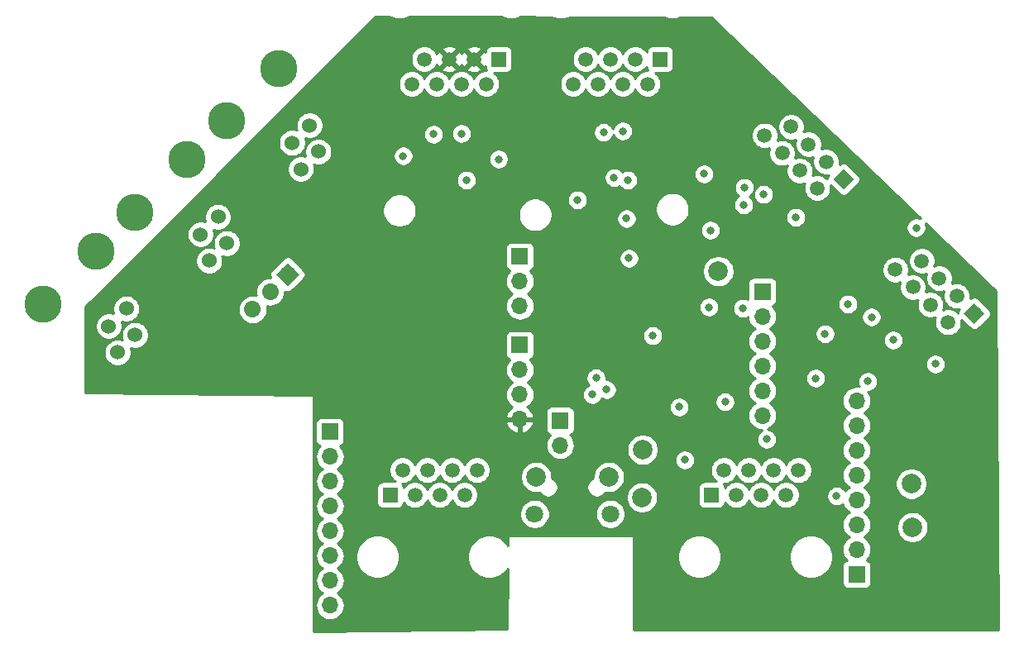
<source format=gbr>
G04 #@! TF.GenerationSoftware,KiCad,Pcbnew,(5.1.4)-1*
G04 #@! TF.CreationDate,2019-10-19T14:09:24-04:00*
G04 #@! TF.ProjectId,I2C Bus Board,49324320-4275-4732-9042-6f6172642e6b,rev?*
G04 #@! TF.SameCoordinates,Original*
G04 #@! TF.FileFunction,Copper,L3,Inr*
G04 #@! TF.FilePolarity,Positive*
%FSLAX46Y46*%
G04 Gerber Fmt 4.6, Leading zero omitted, Abs format (unit mm)*
G04 Created by KiCad (PCBNEW (5.1.4)-1) date 2019-10-19 14:09:24*
%MOMM*%
%LPD*%
G04 APERTURE LIST*
%ADD10C,1.500000*%
%ADD11C,0.100000*%
%ADD12R,1.500000X1.500000*%
%ADD13C,2.000000*%
%ADD14R,1.700000X1.700000*%
%ADD15O,1.700000X1.700000*%
%ADD16C,1.800000*%
%ADD17C,1.524000*%
%ADD18C,3.800000*%
%ADD19C,1.700000*%
%ADD20C,1.700000*%
%ADD21C,0.800000*%
%ADD22C,0.254000*%
G04 APERTURE END LIST*
D10*
X218483125Y-50741920D03*
X221177202Y-49843894D03*
X220279177Y-52537971D03*
X222973254Y-51639946D03*
X222075228Y-54334022D03*
X224769305Y-53435997D03*
X223871279Y-56130074D03*
X226565356Y-55232048D03*
D11*
G36*
X227626016Y-55232048D02*
G01*
X226565356Y-56292708D01*
X225504696Y-55232048D01*
X226565356Y-54171388D01*
X227626016Y-55232048D01*
X227626016Y-55232048D01*
G37*
D10*
X239945938Y-68971840D03*
D11*
G36*
X241006598Y-68971840D02*
G01*
X239945938Y-70032500D01*
X238885278Y-68971840D01*
X239945938Y-67911180D01*
X241006598Y-68971840D01*
X241006598Y-68971840D01*
G37*
D10*
X237251861Y-69869866D03*
X238149887Y-67175789D03*
X235455810Y-68073814D03*
X236353836Y-65379738D03*
X233659759Y-66277763D03*
X234557784Y-63583686D03*
X231863707Y-64481712D03*
D12*
X180149500Y-87566500D03*
D10*
X181419500Y-85026500D03*
X182689500Y-87566500D03*
X183959500Y-85026500D03*
X185229500Y-87566500D03*
X186499500Y-85026500D03*
X187769500Y-87566500D03*
X189039500Y-85026500D03*
X221932500Y-85026500D03*
X220662500Y-87566500D03*
X219392500Y-85026500D03*
X218122500Y-87566500D03*
X216852500Y-85026500D03*
X215582500Y-87566500D03*
X214312500Y-85026500D03*
D12*
X213042500Y-87566500D03*
D13*
X205930500Y-87820500D03*
D10*
X198882000Y-45466000D03*
X200152000Y-42926000D03*
X201422000Y-45466000D03*
X202692000Y-42926000D03*
X203962000Y-45466000D03*
X205232000Y-42926000D03*
X206502000Y-45466000D03*
D12*
X207772000Y-42926000D03*
D14*
X227901500Y-95694500D03*
D15*
X227901500Y-93154500D03*
X227901500Y-90614500D03*
X227901500Y-88074500D03*
X227901500Y-85534500D03*
X227901500Y-82994500D03*
X227901500Y-80454500D03*
X227901500Y-77914500D03*
D12*
X191262000Y-42926000D03*
D10*
X189992000Y-45466000D03*
X188722000Y-42926000D03*
X187452000Y-45466000D03*
X186182000Y-42926000D03*
X184912000Y-45466000D03*
X183642000Y-42926000D03*
X182372000Y-45466000D03*
D15*
X193421000Y-68199000D03*
X193421000Y-65659000D03*
D14*
X193421000Y-63119000D03*
X193421000Y-72199500D03*
D15*
X193421000Y-74739500D03*
X193421000Y-77279500D03*
X193421000Y-79819500D03*
D13*
X195093500Y-85716500D03*
X202543500Y-85716500D03*
D16*
X194943500Y-89516500D03*
X202693500Y-89516500D03*
D15*
X173990000Y-98869500D03*
X173990000Y-96329500D03*
X173990000Y-93789500D03*
X173990000Y-91249500D03*
X173990000Y-88709500D03*
X173990000Y-86169500D03*
X173990000Y-83629500D03*
D14*
X173990000Y-81089500D03*
D17*
X171904817Y-49699017D03*
X172802843Y-52393093D03*
X171006792Y-54189145D03*
X170108766Y-51495068D03*
D18*
X163373574Y-49250004D03*
X168761728Y-43861850D03*
X159386552Y-53237026D03*
X153998398Y-58625180D03*
D17*
X160733590Y-60870244D03*
X161631616Y-63564321D03*
X163427667Y-61768269D03*
X162529641Y-59074193D03*
X153144214Y-68475885D03*
X154042240Y-71169961D03*
X152246189Y-72966013D03*
X151348163Y-70271936D03*
D18*
X144612971Y-68026872D03*
X150001125Y-62638718D03*
D19*
X169672000Y-64960500D03*
D11*
G36*
X168469918Y-64960500D02*
G01*
X169672000Y-63758418D01*
X170874082Y-64960500D01*
X169672000Y-66162582D01*
X168469918Y-64960500D01*
X168469918Y-64960500D01*
G37*
D19*
X167875949Y-66756551D03*
D20*
X167875949Y-66756551D02*
X167875949Y-66756551D01*
D19*
X166079898Y-68552602D03*
D20*
X166079898Y-68552602D02*
X166079898Y-68552602D01*
D14*
X218249500Y-66738500D03*
D15*
X218249500Y-69278500D03*
X218249500Y-71818500D03*
X218249500Y-74358500D03*
X218249500Y-76898500D03*
X218249500Y-79438500D03*
D14*
X197548500Y-79946500D03*
D15*
X197548500Y-82486500D03*
D13*
X233489500Y-86423500D03*
X233616500Y-90868500D03*
X213741000Y-64643000D03*
X205994000Y-82931000D03*
D21*
X223710500Y-75604500D03*
X233997500Y-60198000D03*
X210312000Y-83971000D03*
X225855500Y-87679500D03*
X204470000Y-55308500D03*
X229041309Y-75927401D03*
X204597000Y-63309500D03*
X214439500Y-78031000D03*
X235966000Y-74155235D03*
X191248000Y-53163500D03*
X181483000Y-52832000D03*
X212280500Y-54673500D03*
X221678500Y-59118500D03*
X224082572Y-78159572D03*
X241744500Y-66611500D03*
X207986500Y-63246000D03*
X209790000Y-50595500D03*
X205041500Y-47307500D03*
X237155223Y-73279000D03*
X224472500Y-73152000D03*
X215568500Y-70562500D03*
X209740500Y-78549500D03*
X212927468Y-60452000D03*
X224663000Y-71056500D03*
X204343000Y-59245500D03*
X218694000Y-81851500D03*
X199326500Y-57340500D03*
X203073000Y-55054500D03*
X187960000Y-55308500D03*
X216344500Y-57848500D03*
X227012500Y-68008500D03*
X216241999Y-68428501D03*
X212788500Y-68326000D03*
X207024000Y-71261000D03*
X200850500Y-77279500D03*
X202311000Y-76771500D03*
X201231500Y-75565000D03*
X203962000Y-50292000D03*
X201993500Y-50419000D03*
X229418751Y-69342000D03*
X231648000Y-71691500D03*
X184594500Y-50609500D03*
X187452000Y-50546000D03*
X218376500Y-56769000D03*
X216408000Y-56070500D03*
D22*
G36*
X180033272Y-38549910D02*
G01*
X180043331Y-38556631D01*
X180450075Y-38725110D01*
X180881872Y-38811000D01*
X181322128Y-38811000D01*
X181753925Y-38725110D01*
X182158036Y-38557721D01*
X191559408Y-38592285D01*
X191880075Y-38725110D01*
X192311872Y-38811000D01*
X192752128Y-38811000D01*
X193183925Y-38725110D01*
X193487479Y-38599374D01*
X196684901Y-38611129D01*
X196960075Y-38725110D01*
X197391872Y-38811000D01*
X197832128Y-38811000D01*
X198263925Y-38725110D01*
X198522786Y-38617886D01*
X208217260Y-38653528D01*
X208390075Y-38725110D01*
X208821872Y-38811000D01*
X209262128Y-38811000D01*
X209693925Y-38725110D01*
X209852228Y-38659539D01*
X213054598Y-38671312D01*
X234433351Y-59258260D01*
X234299398Y-59202774D01*
X234099439Y-59163000D01*
X233895561Y-59163000D01*
X233695602Y-59202774D01*
X233507244Y-59280795D01*
X233337726Y-59394063D01*
X233193563Y-59538226D01*
X233080295Y-59707744D01*
X233002274Y-59896102D01*
X232962500Y-60096061D01*
X232962500Y-60299939D01*
X233002274Y-60499898D01*
X233080295Y-60688256D01*
X233193563Y-60857774D01*
X233337726Y-61001937D01*
X233507244Y-61115205D01*
X233695602Y-61193226D01*
X233895561Y-61233000D01*
X234099439Y-61233000D01*
X234299398Y-61193226D01*
X234487756Y-61115205D01*
X234657274Y-61001937D01*
X234801437Y-60857774D01*
X234914705Y-60688256D01*
X234992726Y-60499898D01*
X235032500Y-60299939D01*
X235032500Y-60096061D01*
X234992726Y-59896102D01*
X234924381Y-59731103D01*
X242125991Y-66665987D01*
X242441838Y-101346000D01*
X205105000Y-101346000D01*
X205105000Y-93696372D01*
X209537500Y-93696372D01*
X209537500Y-94136628D01*
X209623390Y-94568425D01*
X209791869Y-94975169D01*
X210036462Y-95341229D01*
X210347771Y-95652538D01*
X210713831Y-95897131D01*
X211120575Y-96065610D01*
X211552372Y-96151500D01*
X211992628Y-96151500D01*
X212424425Y-96065610D01*
X212831169Y-95897131D01*
X213197229Y-95652538D01*
X213508538Y-95341229D01*
X213753131Y-94975169D01*
X213921610Y-94568425D01*
X214007500Y-94136628D01*
X214007500Y-93696372D01*
X220967500Y-93696372D01*
X220967500Y-94136628D01*
X221053390Y-94568425D01*
X221221869Y-94975169D01*
X221466462Y-95341229D01*
X221777771Y-95652538D01*
X222143831Y-95897131D01*
X222550575Y-96065610D01*
X222982372Y-96151500D01*
X223422628Y-96151500D01*
X223854425Y-96065610D01*
X224261169Y-95897131D01*
X224627229Y-95652538D01*
X224938538Y-95341229D01*
X225183131Y-94975169D01*
X225351610Y-94568425D01*
X225437500Y-94136628D01*
X225437500Y-93696372D01*
X225351610Y-93264575D01*
X225183131Y-92857831D01*
X224938538Y-92491771D01*
X224627229Y-92180462D01*
X224261169Y-91935869D01*
X223854425Y-91767390D01*
X223422628Y-91681500D01*
X222982372Y-91681500D01*
X222550575Y-91767390D01*
X222143831Y-91935869D01*
X221777771Y-92180462D01*
X221466462Y-92491771D01*
X221221869Y-92857831D01*
X221053390Y-93264575D01*
X220967500Y-93696372D01*
X214007500Y-93696372D01*
X213921610Y-93264575D01*
X213753131Y-92857831D01*
X213508538Y-92491771D01*
X213197229Y-92180462D01*
X212831169Y-91935869D01*
X212424425Y-91767390D01*
X211992628Y-91681500D01*
X211552372Y-91681500D01*
X211120575Y-91767390D01*
X210713831Y-91935869D01*
X210347771Y-92180462D01*
X210036462Y-92491771D01*
X209791869Y-92857831D01*
X209623390Y-93264575D01*
X209537500Y-93696372D01*
X205105000Y-93696372D01*
X205105000Y-91821000D01*
X205102560Y-91796224D01*
X205095333Y-91772399D01*
X205083597Y-91750443D01*
X205067803Y-91731197D01*
X205048557Y-91715403D01*
X205026601Y-91703667D01*
X205002776Y-91696440D01*
X204978000Y-91694000D01*
X192341500Y-91694000D01*
X192316724Y-91696440D01*
X192292899Y-91703667D01*
X192270943Y-91715403D01*
X192251697Y-91731197D01*
X192235903Y-91750443D01*
X192224167Y-91772399D01*
X192216940Y-91796224D01*
X192214511Y-91819318D01*
X192202493Y-92726671D01*
X192045538Y-92491771D01*
X191734229Y-92180462D01*
X191368169Y-91935869D01*
X190961425Y-91767390D01*
X190529628Y-91681500D01*
X190089372Y-91681500D01*
X189657575Y-91767390D01*
X189250831Y-91935869D01*
X188884771Y-92180462D01*
X188573462Y-92491771D01*
X188328869Y-92857831D01*
X188160390Y-93264575D01*
X188074500Y-93696372D01*
X188074500Y-94136628D01*
X188160390Y-94568425D01*
X188328869Y-94975169D01*
X188573462Y-95341229D01*
X188884771Y-95652538D01*
X189250831Y-95897131D01*
X189657575Y-96065610D01*
X190089372Y-96151500D01*
X190529628Y-96151500D01*
X190961425Y-96065610D01*
X191368169Y-95897131D01*
X191734229Y-95652538D01*
X192045538Y-95341229D01*
X192170337Y-95154453D01*
X192089161Y-101283275D01*
X172275500Y-101534877D01*
X172275500Y-83629500D01*
X172497815Y-83629500D01*
X172526487Y-83920611D01*
X172611401Y-84200534D01*
X172749294Y-84458514D01*
X172934866Y-84684634D01*
X173160986Y-84870206D01*
X173215791Y-84899500D01*
X173160986Y-84928794D01*
X172934866Y-85114366D01*
X172749294Y-85340486D01*
X172611401Y-85598466D01*
X172526487Y-85878389D01*
X172497815Y-86169500D01*
X172526487Y-86460611D01*
X172611401Y-86740534D01*
X172749294Y-86998514D01*
X172934866Y-87224634D01*
X173160986Y-87410206D01*
X173215791Y-87439500D01*
X173160986Y-87468794D01*
X172934866Y-87654366D01*
X172749294Y-87880486D01*
X172611401Y-88138466D01*
X172526487Y-88418389D01*
X172497815Y-88709500D01*
X172526487Y-89000611D01*
X172611401Y-89280534D01*
X172749294Y-89538514D01*
X172934866Y-89764634D01*
X173160986Y-89950206D01*
X173215791Y-89979500D01*
X173160986Y-90008794D01*
X172934866Y-90194366D01*
X172749294Y-90420486D01*
X172611401Y-90678466D01*
X172526487Y-90958389D01*
X172497815Y-91249500D01*
X172526487Y-91540611D01*
X172611401Y-91820534D01*
X172749294Y-92078514D01*
X172934866Y-92304634D01*
X173160986Y-92490206D01*
X173215791Y-92519500D01*
X173160986Y-92548794D01*
X172934866Y-92734366D01*
X172749294Y-92960486D01*
X172611401Y-93218466D01*
X172526487Y-93498389D01*
X172497815Y-93789500D01*
X172526487Y-94080611D01*
X172611401Y-94360534D01*
X172749294Y-94618514D01*
X172934866Y-94844634D01*
X173160986Y-95030206D01*
X173215791Y-95059500D01*
X173160986Y-95088794D01*
X172934866Y-95274366D01*
X172749294Y-95500486D01*
X172611401Y-95758466D01*
X172526487Y-96038389D01*
X172497815Y-96329500D01*
X172526487Y-96620611D01*
X172611401Y-96900534D01*
X172749294Y-97158514D01*
X172934866Y-97384634D01*
X173160986Y-97570206D01*
X173215791Y-97599500D01*
X173160986Y-97628794D01*
X172934866Y-97814366D01*
X172749294Y-98040486D01*
X172611401Y-98298466D01*
X172526487Y-98578389D01*
X172497815Y-98869500D01*
X172526487Y-99160611D01*
X172611401Y-99440534D01*
X172749294Y-99698514D01*
X172934866Y-99924634D01*
X173160986Y-100110206D01*
X173418966Y-100248099D01*
X173698889Y-100333013D01*
X173917050Y-100354500D01*
X174062950Y-100354500D01*
X174281111Y-100333013D01*
X174561034Y-100248099D01*
X174819014Y-100110206D01*
X175045134Y-99924634D01*
X175230706Y-99698514D01*
X175368599Y-99440534D01*
X175453513Y-99160611D01*
X175482185Y-98869500D01*
X175453513Y-98578389D01*
X175368599Y-98298466D01*
X175230706Y-98040486D01*
X175045134Y-97814366D01*
X174819014Y-97628794D01*
X174764209Y-97599500D01*
X174819014Y-97570206D01*
X175045134Y-97384634D01*
X175230706Y-97158514D01*
X175368599Y-96900534D01*
X175453513Y-96620611D01*
X175482185Y-96329500D01*
X175453513Y-96038389D01*
X175368599Y-95758466D01*
X175230706Y-95500486D01*
X175045134Y-95274366D01*
X174819014Y-95088794D01*
X174764209Y-95059500D01*
X174819014Y-95030206D01*
X175045134Y-94844634D01*
X175230706Y-94618514D01*
X175368599Y-94360534D01*
X175453513Y-94080611D01*
X175482185Y-93789500D01*
X175473013Y-93696372D01*
X176644500Y-93696372D01*
X176644500Y-94136628D01*
X176730390Y-94568425D01*
X176898869Y-94975169D01*
X177143462Y-95341229D01*
X177454771Y-95652538D01*
X177820831Y-95897131D01*
X178227575Y-96065610D01*
X178659372Y-96151500D01*
X179099628Y-96151500D01*
X179531425Y-96065610D01*
X179938169Y-95897131D01*
X180304229Y-95652538D01*
X180615538Y-95341229D01*
X180860131Y-94975169D01*
X181028610Y-94568425D01*
X181114500Y-94136628D01*
X181114500Y-93696372D01*
X181028610Y-93264575D01*
X180860131Y-92857831D01*
X180615538Y-92491771D01*
X180304229Y-92180462D01*
X179938169Y-91935869D01*
X179531425Y-91767390D01*
X179099628Y-91681500D01*
X178659372Y-91681500D01*
X178227575Y-91767390D01*
X177820831Y-91935869D01*
X177454771Y-92180462D01*
X177143462Y-92491771D01*
X176898869Y-92857831D01*
X176730390Y-93264575D01*
X176644500Y-93696372D01*
X175473013Y-93696372D01*
X175453513Y-93498389D01*
X175368599Y-93218466D01*
X175230706Y-92960486D01*
X175045134Y-92734366D01*
X174819014Y-92548794D01*
X174764209Y-92519500D01*
X174819014Y-92490206D01*
X175045134Y-92304634D01*
X175230706Y-92078514D01*
X175368599Y-91820534D01*
X175453513Y-91540611D01*
X175482185Y-91249500D01*
X175453513Y-90958389D01*
X175368599Y-90678466D01*
X175230706Y-90420486D01*
X175045134Y-90194366D01*
X174819014Y-90008794D01*
X174764209Y-89979500D01*
X174819014Y-89950206D01*
X175045134Y-89764634D01*
X175230706Y-89538514D01*
X175323282Y-89365316D01*
X193408500Y-89365316D01*
X193408500Y-89667684D01*
X193467489Y-89964243D01*
X193583201Y-90243595D01*
X193751188Y-90495005D01*
X193964995Y-90708812D01*
X194216405Y-90876799D01*
X194495757Y-90992511D01*
X194792316Y-91051500D01*
X195094684Y-91051500D01*
X195391243Y-90992511D01*
X195670595Y-90876799D01*
X195922005Y-90708812D01*
X196135812Y-90495005D01*
X196303799Y-90243595D01*
X196419511Y-89964243D01*
X196478500Y-89667684D01*
X196478500Y-89365316D01*
X201158500Y-89365316D01*
X201158500Y-89667684D01*
X201217489Y-89964243D01*
X201333201Y-90243595D01*
X201501188Y-90495005D01*
X201714995Y-90708812D01*
X201966405Y-90876799D01*
X202245757Y-90992511D01*
X202542316Y-91051500D01*
X202844684Y-91051500D01*
X203141243Y-90992511D01*
X203420595Y-90876799D01*
X203672005Y-90708812D01*
X203885812Y-90495005D01*
X204053799Y-90243595D01*
X204169511Y-89964243D01*
X204228500Y-89667684D01*
X204228500Y-89365316D01*
X204169511Y-89068757D01*
X204053799Y-88789405D01*
X203885812Y-88537995D01*
X203672005Y-88324188D01*
X203420595Y-88156201D01*
X203141243Y-88040489D01*
X202844684Y-87981500D01*
X202542316Y-87981500D01*
X202245757Y-88040489D01*
X201966405Y-88156201D01*
X201714995Y-88324188D01*
X201501188Y-88537995D01*
X201333201Y-88789405D01*
X201217489Y-89068757D01*
X201158500Y-89365316D01*
X196478500Y-89365316D01*
X196419511Y-89068757D01*
X196303799Y-88789405D01*
X196135812Y-88537995D01*
X195922005Y-88324188D01*
X195670595Y-88156201D01*
X195391243Y-88040489D01*
X195094684Y-87981500D01*
X194792316Y-87981500D01*
X194495757Y-88040489D01*
X194216405Y-88156201D01*
X193964995Y-88324188D01*
X193751188Y-88537995D01*
X193583201Y-88789405D01*
X193467489Y-89068757D01*
X193408500Y-89365316D01*
X175323282Y-89365316D01*
X175368599Y-89280534D01*
X175453513Y-89000611D01*
X175482185Y-88709500D01*
X175453513Y-88418389D01*
X175368599Y-88138466D01*
X175230706Y-87880486D01*
X175045134Y-87654366D01*
X174819014Y-87468794D01*
X174764209Y-87439500D01*
X174819014Y-87410206D01*
X175045134Y-87224634D01*
X175230706Y-86998514D01*
X175327994Y-86816500D01*
X178761428Y-86816500D01*
X178761428Y-88316500D01*
X178773688Y-88440982D01*
X178809998Y-88560680D01*
X178868963Y-88670994D01*
X178948315Y-88767685D01*
X179045006Y-88847037D01*
X179155320Y-88906002D01*
X179275018Y-88942312D01*
X179399500Y-88954572D01*
X180899500Y-88954572D01*
X181023982Y-88942312D01*
X181143680Y-88906002D01*
X181253994Y-88847037D01*
X181350685Y-88767685D01*
X181430037Y-88670994D01*
X181489002Y-88560680D01*
X181525312Y-88440982D01*
X181535945Y-88333017D01*
X181613701Y-88449386D01*
X181806614Y-88642299D01*
X182033457Y-88793871D01*
X182285511Y-88898275D01*
X182553089Y-88951500D01*
X182825911Y-88951500D01*
X183093489Y-88898275D01*
X183345543Y-88793871D01*
X183572386Y-88642299D01*
X183765299Y-88449386D01*
X183916871Y-88222543D01*
X183959500Y-88119627D01*
X184002129Y-88222543D01*
X184153701Y-88449386D01*
X184346614Y-88642299D01*
X184573457Y-88793871D01*
X184825511Y-88898275D01*
X185093089Y-88951500D01*
X185365911Y-88951500D01*
X185633489Y-88898275D01*
X185885543Y-88793871D01*
X186112386Y-88642299D01*
X186305299Y-88449386D01*
X186456871Y-88222543D01*
X186499500Y-88119627D01*
X186542129Y-88222543D01*
X186693701Y-88449386D01*
X186886614Y-88642299D01*
X187113457Y-88793871D01*
X187365511Y-88898275D01*
X187633089Y-88951500D01*
X187905911Y-88951500D01*
X188173489Y-88898275D01*
X188425543Y-88793871D01*
X188652386Y-88642299D01*
X188845299Y-88449386D01*
X188996871Y-88222543D01*
X189101275Y-87970489D01*
X189154500Y-87702911D01*
X189154500Y-87430089D01*
X189101275Y-87162511D01*
X188996871Y-86910457D01*
X188845299Y-86683614D01*
X188652386Y-86490701D01*
X188425543Y-86339129D01*
X188173489Y-86234725D01*
X187905911Y-86181500D01*
X187633089Y-86181500D01*
X187365511Y-86234725D01*
X187113457Y-86339129D01*
X186886614Y-86490701D01*
X186693701Y-86683614D01*
X186542129Y-86910457D01*
X186499500Y-87013373D01*
X186456871Y-86910457D01*
X186305299Y-86683614D01*
X186112386Y-86490701D01*
X185885543Y-86339129D01*
X185633489Y-86234725D01*
X185365911Y-86181500D01*
X185093089Y-86181500D01*
X184825511Y-86234725D01*
X184573457Y-86339129D01*
X184346614Y-86490701D01*
X184153701Y-86683614D01*
X184002129Y-86910457D01*
X183959500Y-87013373D01*
X183916871Y-86910457D01*
X183765299Y-86683614D01*
X183572386Y-86490701D01*
X183345543Y-86339129D01*
X183093489Y-86234725D01*
X182825911Y-86181500D01*
X182553089Y-86181500D01*
X182285511Y-86234725D01*
X182033457Y-86339129D01*
X181806614Y-86490701D01*
X181613701Y-86683614D01*
X181535945Y-86799983D01*
X181525312Y-86692018D01*
X181489002Y-86572320D01*
X181430037Y-86462006D01*
X181388588Y-86411500D01*
X181555911Y-86411500D01*
X181823489Y-86358275D01*
X182075543Y-86253871D01*
X182302386Y-86102299D01*
X182495299Y-85909386D01*
X182646871Y-85682543D01*
X182689500Y-85579627D01*
X182732129Y-85682543D01*
X182883701Y-85909386D01*
X183076614Y-86102299D01*
X183303457Y-86253871D01*
X183555511Y-86358275D01*
X183823089Y-86411500D01*
X184095911Y-86411500D01*
X184363489Y-86358275D01*
X184615543Y-86253871D01*
X184842386Y-86102299D01*
X185035299Y-85909386D01*
X185186871Y-85682543D01*
X185229500Y-85579627D01*
X185272129Y-85682543D01*
X185423701Y-85909386D01*
X185616614Y-86102299D01*
X185843457Y-86253871D01*
X186095511Y-86358275D01*
X186363089Y-86411500D01*
X186635911Y-86411500D01*
X186903489Y-86358275D01*
X187155543Y-86253871D01*
X187382386Y-86102299D01*
X187575299Y-85909386D01*
X187726871Y-85682543D01*
X187769500Y-85579627D01*
X187812129Y-85682543D01*
X187963701Y-85909386D01*
X188156614Y-86102299D01*
X188383457Y-86253871D01*
X188635511Y-86358275D01*
X188903089Y-86411500D01*
X189175911Y-86411500D01*
X189443489Y-86358275D01*
X189695543Y-86253871D01*
X189922386Y-86102299D01*
X190115299Y-85909386D01*
X190266871Y-85682543D01*
X190319507Y-85555467D01*
X193458500Y-85555467D01*
X193458500Y-85877533D01*
X193521332Y-86193412D01*
X193644582Y-86490963D01*
X193823513Y-86758752D01*
X194051248Y-86986487D01*
X194319037Y-87165418D01*
X194616588Y-87288668D01*
X194932467Y-87351500D01*
X195254533Y-87351500D01*
X195439956Y-87314617D01*
X195514563Y-87426274D01*
X195658726Y-87570437D01*
X195828244Y-87683705D01*
X196016602Y-87761726D01*
X196216561Y-87801500D01*
X196420439Y-87801500D01*
X196620398Y-87761726D01*
X196808756Y-87683705D01*
X196978274Y-87570437D01*
X197122437Y-87426274D01*
X197235705Y-87256756D01*
X197313726Y-87068398D01*
X197353500Y-86868439D01*
X197353500Y-86664561D01*
X200283500Y-86664561D01*
X200283500Y-86868439D01*
X200323274Y-87068398D01*
X200401295Y-87256756D01*
X200514563Y-87426274D01*
X200658726Y-87570437D01*
X200828244Y-87683705D01*
X201016602Y-87761726D01*
X201216561Y-87801500D01*
X201420439Y-87801500D01*
X201620398Y-87761726D01*
X201808756Y-87683705D01*
X201845030Y-87659467D01*
X204295500Y-87659467D01*
X204295500Y-87981533D01*
X204358332Y-88297412D01*
X204481582Y-88594963D01*
X204660513Y-88862752D01*
X204888248Y-89090487D01*
X205156037Y-89269418D01*
X205453588Y-89392668D01*
X205769467Y-89455500D01*
X206091533Y-89455500D01*
X206407412Y-89392668D01*
X206704963Y-89269418D01*
X206972752Y-89090487D01*
X207200487Y-88862752D01*
X207379418Y-88594963D01*
X207502668Y-88297412D01*
X207565500Y-87981533D01*
X207565500Y-87659467D01*
X207502668Y-87343588D01*
X207379418Y-87046037D01*
X207226047Y-86816500D01*
X211654428Y-86816500D01*
X211654428Y-88316500D01*
X211666688Y-88440982D01*
X211702998Y-88560680D01*
X211761963Y-88670994D01*
X211841315Y-88767685D01*
X211938006Y-88847037D01*
X212048320Y-88906002D01*
X212168018Y-88942312D01*
X212292500Y-88954572D01*
X213792500Y-88954572D01*
X213916982Y-88942312D01*
X214036680Y-88906002D01*
X214146994Y-88847037D01*
X214243685Y-88767685D01*
X214323037Y-88670994D01*
X214382002Y-88560680D01*
X214418312Y-88440982D01*
X214428945Y-88333017D01*
X214506701Y-88449386D01*
X214699614Y-88642299D01*
X214926457Y-88793871D01*
X215178511Y-88898275D01*
X215446089Y-88951500D01*
X215718911Y-88951500D01*
X215986489Y-88898275D01*
X216238543Y-88793871D01*
X216465386Y-88642299D01*
X216658299Y-88449386D01*
X216809871Y-88222543D01*
X216852500Y-88119627D01*
X216895129Y-88222543D01*
X217046701Y-88449386D01*
X217239614Y-88642299D01*
X217466457Y-88793871D01*
X217718511Y-88898275D01*
X217986089Y-88951500D01*
X218258911Y-88951500D01*
X218526489Y-88898275D01*
X218778543Y-88793871D01*
X219005386Y-88642299D01*
X219198299Y-88449386D01*
X219349871Y-88222543D01*
X219392500Y-88119627D01*
X219435129Y-88222543D01*
X219586701Y-88449386D01*
X219779614Y-88642299D01*
X220006457Y-88793871D01*
X220258511Y-88898275D01*
X220526089Y-88951500D01*
X220798911Y-88951500D01*
X221066489Y-88898275D01*
X221318543Y-88793871D01*
X221545386Y-88642299D01*
X221738299Y-88449386D01*
X221889871Y-88222543D01*
X221994275Y-87970489D01*
X222047500Y-87702911D01*
X222047500Y-87577561D01*
X224820500Y-87577561D01*
X224820500Y-87781439D01*
X224860274Y-87981398D01*
X224938295Y-88169756D01*
X225051563Y-88339274D01*
X225195726Y-88483437D01*
X225365244Y-88596705D01*
X225553602Y-88674726D01*
X225753561Y-88714500D01*
X225957439Y-88714500D01*
X226157398Y-88674726D01*
X226345756Y-88596705D01*
X226480731Y-88506518D01*
X226522901Y-88645534D01*
X226660794Y-88903514D01*
X226846366Y-89129634D01*
X227072486Y-89315206D01*
X227127291Y-89344500D01*
X227072486Y-89373794D01*
X226846366Y-89559366D01*
X226660794Y-89785486D01*
X226522901Y-90043466D01*
X226437987Y-90323389D01*
X226409315Y-90614500D01*
X226437987Y-90905611D01*
X226522901Y-91185534D01*
X226660794Y-91443514D01*
X226846366Y-91669634D01*
X227072486Y-91855206D01*
X227127291Y-91884500D01*
X227072486Y-91913794D01*
X226846366Y-92099366D01*
X226660794Y-92325486D01*
X226522901Y-92583466D01*
X226437987Y-92863389D01*
X226409315Y-93154500D01*
X226437987Y-93445611D01*
X226522901Y-93725534D01*
X226660794Y-93983514D01*
X226846366Y-94209634D01*
X226876187Y-94234107D01*
X226807320Y-94254998D01*
X226697006Y-94313963D01*
X226600315Y-94393315D01*
X226520963Y-94490006D01*
X226461998Y-94600320D01*
X226425688Y-94720018D01*
X226413428Y-94844500D01*
X226413428Y-96544500D01*
X226425688Y-96668982D01*
X226461998Y-96788680D01*
X226520963Y-96898994D01*
X226600315Y-96995685D01*
X226697006Y-97075037D01*
X226807320Y-97134002D01*
X226927018Y-97170312D01*
X227051500Y-97182572D01*
X228751500Y-97182572D01*
X228875982Y-97170312D01*
X228995680Y-97134002D01*
X229105994Y-97075037D01*
X229202685Y-96995685D01*
X229282037Y-96898994D01*
X229341002Y-96788680D01*
X229377312Y-96668982D01*
X229389572Y-96544500D01*
X229389572Y-94844500D01*
X229377312Y-94720018D01*
X229341002Y-94600320D01*
X229282037Y-94490006D01*
X229202685Y-94393315D01*
X229105994Y-94313963D01*
X228995680Y-94254998D01*
X228926813Y-94234107D01*
X228956634Y-94209634D01*
X229142206Y-93983514D01*
X229280099Y-93725534D01*
X229365013Y-93445611D01*
X229393685Y-93154500D01*
X229365013Y-92863389D01*
X229280099Y-92583466D01*
X229142206Y-92325486D01*
X228956634Y-92099366D01*
X228730514Y-91913794D01*
X228675709Y-91884500D01*
X228730514Y-91855206D01*
X228956634Y-91669634D01*
X229142206Y-91443514D01*
X229280099Y-91185534D01*
X229365013Y-90905611D01*
X229384528Y-90707467D01*
X231981500Y-90707467D01*
X231981500Y-91029533D01*
X232044332Y-91345412D01*
X232167582Y-91642963D01*
X232346513Y-91910752D01*
X232574248Y-92138487D01*
X232842037Y-92317418D01*
X233139588Y-92440668D01*
X233455467Y-92503500D01*
X233777533Y-92503500D01*
X234093412Y-92440668D01*
X234390963Y-92317418D01*
X234658752Y-92138487D01*
X234886487Y-91910752D01*
X235065418Y-91642963D01*
X235188668Y-91345412D01*
X235251500Y-91029533D01*
X235251500Y-90707467D01*
X235188668Y-90391588D01*
X235065418Y-90094037D01*
X234886487Y-89826248D01*
X234658752Y-89598513D01*
X234390963Y-89419582D01*
X234093412Y-89296332D01*
X233777533Y-89233500D01*
X233455467Y-89233500D01*
X233139588Y-89296332D01*
X232842037Y-89419582D01*
X232574248Y-89598513D01*
X232346513Y-89826248D01*
X232167582Y-90094037D01*
X232044332Y-90391588D01*
X231981500Y-90707467D01*
X229384528Y-90707467D01*
X229393685Y-90614500D01*
X229365013Y-90323389D01*
X229280099Y-90043466D01*
X229142206Y-89785486D01*
X228956634Y-89559366D01*
X228730514Y-89373794D01*
X228675709Y-89344500D01*
X228730514Y-89315206D01*
X228956634Y-89129634D01*
X229142206Y-88903514D01*
X229280099Y-88645534D01*
X229365013Y-88365611D01*
X229393685Y-88074500D01*
X229365013Y-87783389D01*
X229280099Y-87503466D01*
X229142206Y-87245486D01*
X228956634Y-87019366D01*
X228730514Y-86833794D01*
X228675709Y-86804500D01*
X228730514Y-86775206D01*
X228956634Y-86589634D01*
X229142206Y-86363514D01*
X229196216Y-86262467D01*
X231854500Y-86262467D01*
X231854500Y-86584533D01*
X231917332Y-86900412D01*
X232040582Y-87197963D01*
X232219513Y-87465752D01*
X232447248Y-87693487D01*
X232715037Y-87872418D01*
X233012588Y-87995668D01*
X233328467Y-88058500D01*
X233650533Y-88058500D01*
X233966412Y-87995668D01*
X234263963Y-87872418D01*
X234531752Y-87693487D01*
X234759487Y-87465752D01*
X234938418Y-87197963D01*
X235061668Y-86900412D01*
X235124500Y-86584533D01*
X235124500Y-86262467D01*
X235061668Y-85946588D01*
X234938418Y-85649037D01*
X234759487Y-85381248D01*
X234531752Y-85153513D01*
X234263963Y-84974582D01*
X233966412Y-84851332D01*
X233650533Y-84788500D01*
X233328467Y-84788500D01*
X233012588Y-84851332D01*
X232715037Y-84974582D01*
X232447248Y-85153513D01*
X232219513Y-85381248D01*
X232040582Y-85649037D01*
X231917332Y-85946588D01*
X231854500Y-86262467D01*
X229196216Y-86262467D01*
X229280099Y-86105534D01*
X229365013Y-85825611D01*
X229393685Y-85534500D01*
X229365013Y-85243389D01*
X229280099Y-84963466D01*
X229142206Y-84705486D01*
X228956634Y-84479366D01*
X228730514Y-84293794D01*
X228675709Y-84264500D01*
X228730514Y-84235206D01*
X228956634Y-84049634D01*
X229142206Y-83823514D01*
X229280099Y-83565534D01*
X229365013Y-83285611D01*
X229393685Y-82994500D01*
X229365013Y-82703389D01*
X229280099Y-82423466D01*
X229142206Y-82165486D01*
X228956634Y-81939366D01*
X228730514Y-81753794D01*
X228675709Y-81724500D01*
X228730514Y-81695206D01*
X228956634Y-81509634D01*
X229142206Y-81283514D01*
X229280099Y-81025534D01*
X229365013Y-80745611D01*
X229393685Y-80454500D01*
X229365013Y-80163389D01*
X229280099Y-79883466D01*
X229142206Y-79625486D01*
X228956634Y-79399366D01*
X228730514Y-79213794D01*
X228675709Y-79184500D01*
X228730514Y-79155206D01*
X228956634Y-78969634D01*
X229142206Y-78743514D01*
X229280099Y-78485534D01*
X229365013Y-78205611D01*
X229393685Y-77914500D01*
X229365013Y-77623389D01*
X229280099Y-77343466D01*
X229142206Y-77085486D01*
X229041193Y-76962401D01*
X229143248Y-76962401D01*
X229343207Y-76922627D01*
X229531565Y-76844606D01*
X229701083Y-76731338D01*
X229845246Y-76587175D01*
X229958514Y-76417657D01*
X230036535Y-76229299D01*
X230076309Y-76029340D01*
X230076309Y-75825462D01*
X230036535Y-75625503D01*
X229958514Y-75437145D01*
X229845246Y-75267627D01*
X229701083Y-75123464D01*
X229531565Y-75010196D01*
X229343207Y-74932175D01*
X229143248Y-74892401D01*
X228939370Y-74892401D01*
X228739411Y-74932175D01*
X228551053Y-75010196D01*
X228381535Y-75123464D01*
X228237372Y-75267627D01*
X228124104Y-75437145D01*
X228046083Y-75625503D01*
X228006309Y-75825462D01*
X228006309Y-76029340D01*
X228046083Y-76229299D01*
X228124104Y-76417657D01*
X228143117Y-76446112D01*
X227974450Y-76429500D01*
X227828550Y-76429500D01*
X227610389Y-76450987D01*
X227330466Y-76535901D01*
X227072486Y-76673794D01*
X226846366Y-76859366D01*
X226660794Y-77085486D01*
X226522901Y-77343466D01*
X226437987Y-77623389D01*
X226409315Y-77914500D01*
X226437987Y-78205611D01*
X226522901Y-78485534D01*
X226660794Y-78743514D01*
X226846366Y-78969634D01*
X227072486Y-79155206D01*
X227127291Y-79184500D01*
X227072486Y-79213794D01*
X226846366Y-79399366D01*
X226660794Y-79625486D01*
X226522901Y-79883466D01*
X226437987Y-80163389D01*
X226409315Y-80454500D01*
X226437987Y-80745611D01*
X226522901Y-81025534D01*
X226660794Y-81283514D01*
X226846366Y-81509634D01*
X227072486Y-81695206D01*
X227127291Y-81724500D01*
X227072486Y-81753794D01*
X226846366Y-81939366D01*
X226660794Y-82165486D01*
X226522901Y-82423466D01*
X226437987Y-82703389D01*
X226409315Y-82994500D01*
X226437987Y-83285611D01*
X226522901Y-83565534D01*
X226660794Y-83823514D01*
X226846366Y-84049634D01*
X227072486Y-84235206D01*
X227127291Y-84264500D01*
X227072486Y-84293794D01*
X226846366Y-84479366D01*
X226660794Y-84705486D01*
X226522901Y-84963466D01*
X226437987Y-85243389D01*
X226409315Y-85534500D01*
X226437987Y-85825611D01*
X226522901Y-86105534D01*
X226660794Y-86363514D01*
X226846366Y-86589634D01*
X227072486Y-86775206D01*
X227127291Y-86804500D01*
X227072486Y-86833794D01*
X226846366Y-87019366D01*
X226743195Y-87145080D01*
X226659437Y-87019726D01*
X226515274Y-86875563D01*
X226345756Y-86762295D01*
X226157398Y-86684274D01*
X225957439Y-86644500D01*
X225753561Y-86644500D01*
X225553602Y-86684274D01*
X225365244Y-86762295D01*
X225195726Y-86875563D01*
X225051563Y-87019726D01*
X224938295Y-87189244D01*
X224860274Y-87377602D01*
X224820500Y-87577561D01*
X222047500Y-87577561D01*
X222047500Y-87430089D01*
X221994275Y-87162511D01*
X221889871Y-86910457D01*
X221738299Y-86683614D01*
X221545386Y-86490701D01*
X221318543Y-86339129D01*
X221066489Y-86234725D01*
X220798911Y-86181500D01*
X220526089Y-86181500D01*
X220258511Y-86234725D01*
X220006457Y-86339129D01*
X219779614Y-86490701D01*
X219586701Y-86683614D01*
X219435129Y-86910457D01*
X219392500Y-87013373D01*
X219349871Y-86910457D01*
X219198299Y-86683614D01*
X219005386Y-86490701D01*
X218778543Y-86339129D01*
X218526489Y-86234725D01*
X218258911Y-86181500D01*
X217986089Y-86181500D01*
X217718511Y-86234725D01*
X217466457Y-86339129D01*
X217239614Y-86490701D01*
X217046701Y-86683614D01*
X216895129Y-86910457D01*
X216852500Y-87013373D01*
X216809871Y-86910457D01*
X216658299Y-86683614D01*
X216465386Y-86490701D01*
X216238543Y-86339129D01*
X215986489Y-86234725D01*
X215718911Y-86181500D01*
X215446089Y-86181500D01*
X215178511Y-86234725D01*
X214926457Y-86339129D01*
X214699614Y-86490701D01*
X214506701Y-86683614D01*
X214428945Y-86799983D01*
X214418312Y-86692018D01*
X214382002Y-86572320D01*
X214323037Y-86462006D01*
X214281588Y-86411500D01*
X214448911Y-86411500D01*
X214716489Y-86358275D01*
X214968543Y-86253871D01*
X215195386Y-86102299D01*
X215388299Y-85909386D01*
X215539871Y-85682543D01*
X215582500Y-85579627D01*
X215625129Y-85682543D01*
X215776701Y-85909386D01*
X215969614Y-86102299D01*
X216196457Y-86253871D01*
X216448511Y-86358275D01*
X216716089Y-86411500D01*
X216988911Y-86411500D01*
X217256489Y-86358275D01*
X217508543Y-86253871D01*
X217735386Y-86102299D01*
X217928299Y-85909386D01*
X218079871Y-85682543D01*
X218122500Y-85579627D01*
X218165129Y-85682543D01*
X218316701Y-85909386D01*
X218509614Y-86102299D01*
X218736457Y-86253871D01*
X218988511Y-86358275D01*
X219256089Y-86411500D01*
X219528911Y-86411500D01*
X219796489Y-86358275D01*
X220048543Y-86253871D01*
X220275386Y-86102299D01*
X220468299Y-85909386D01*
X220619871Y-85682543D01*
X220662500Y-85579627D01*
X220705129Y-85682543D01*
X220856701Y-85909386D01*
X221049614Y-86102299D01*
X221276457Y-86253871D01*
X221528511Y-86358275D01*
X221796089Y-86411500D01*
X222068911Y-86411500D01*
X222336489Y-86358275D01*
X222588543Y-86253871D01*
X222815386Y-86102299D01*
X223008299Y-85909386D01*
X223159871Y-85682543D01*
X223264275Y-85430489D01*
X223317500Y-85162911D01*
X223317500Y-84890089D01*
X223264275Y-84622511D01*
X223159871Y-84370457D01*
X223008299Y-84143614D01*
X222815386Y-83950701D01*
X222588543Y-83799129D01*
X222336489Y-83694725D01*
X222068911Y-83641500D01*
X221796089Y-83641500D01*
X221528511Y-83694725D01*
X221276457Y-83799129D01*
X221049614Y-83950701D01*
X220856701Y-84143614D01*
X220705129Y-84370457D01*
X220662500Y-84473373D01*
X220619871Y-84370457D01*
X220468299Y-84143614D01*
X220275386Y-83950701D01*
X220048543Y-83799129D01*
X219796489Y-83694725D01*
X219528911Y-83641500D01*
X219256089Y-83641500D01*
X218988511Y-83694725D01*
X218736457Y-83799129D01*
X218509614Y-83950701D01*
X218316701Y-84143614D01*
X218165129Y-84370457D01*
X218122500Y-84473373D01*
X218079871Y-84370457D01*
X217928299Y-84143614D01*
X217735386Y-83950701D01*
X217508543Y-83799129D01*
X217256489Y-83694725D01*
X216988911Y-83641500D01*
X216716089Y-83641500D01*
X216448511Y-83694725D01*
X216196457Y-83799129D01*
X215969614Y-83950701D01*
X215776701Y-84143614D01*
X215625129Y-84370457D01*
X215582500Y-84473373D01*
X215539871Y-84370457D01*
X215388299Y-84143614D01*
X215195386Y-83950701D01*
X214968543Y-83799129D01*
X214716489Y-83694725D01*
X214448911Y-83641500D01*
X214176089Y-83641500D01*
X213908511Y-83694725D01*
X213656457Y-83799129D01*
X213429614Y-83950701D01*
X213236701Y-84143614D01*
X213085129Y-84370457D01*
X212980725Y-84622511D01*
X212927500Y-84890089D01*
X212927500Y-85162911D01*
X212980725Y-85430489D01*
X213085129Y-85682543D01*
X213236701Y-85909386D01*
X213429614Y-86102299D01*
X213543549Y-86178428D01*
X212292500Y-86178428D01*
X212168018Y-86190688D01*
X212048320Y-86226998D01*
X211938006Y-86285963D01*
X211841315Y-86365315D01*
X211761963Y-86462006D01*
X211702998Y-86572320D01*
X211666688Y-86692018D01*
X211654428Y-86816500D01*
X207226047Y-86816500D01*
X207200487Y-86778248D01*
X206972752Y-86550513D01*
X206704963Y-86371582D01*
X206407412Y-86248332D01*
X206091533Y-86185500D01*
X205769467Y-86185500D01*
X205453588Y-86248332D01*
X205156037Y-86371582D01*
X204888248Y-86550513D01*
X204660513Y-86778248D01*
X204481582Y-87046037D01*
X204358332Y-87343588D01*
X204295500Y-87659467D01*
X201845030Y-87659467D01*
X201978274Y-87570437D01*
X202122437Y-87426274D01*
X202197044Y-87314617D01*
X202382467Y-87351500D01*
X202704533Y-87351500D01*
X203020412Y-87288668D01*
X203317963Y-87165418D01*
X203585752Y-86986487D01*
X203813487Y-86758752D01*
X203992418Y-86490963D01*
X204115668Y-86193412D01*
X204178500Y-85877533D01*
X204178500Y-85555467D01*
X204115668Y-85239588D01*
X203992418Y-84942037D01*
X203813487Y-84674248D01*
X203585752Y-84446513D01*
X203317963Y-84267582D01*
X203020412Y-84144332D01*
X202704533Y-84081500D01*
X202382467Y-84081500D01*
X202066588Y-84144332D01*
X201769037Y-84267582D01*
X201501248Y-84446513D01*
X201273513Y-84674248D01*
X201094582Y-84942037D01*
X200971332Y-85239588D01*
X200908500Y-85555467D01*
X200908500Y-85816052D01*
X200828244Y-85849295D01*
X200658726Y-85962563D01*
X200514563Y-86106726D01*
X200401295Y-86276244D01*
X200323274Y-86464602D01*
X200283500Y-86664561D01*
X197353500Y-86664561D01*
X197313726Y-86464602D01*
X197235705Y-86276244D01*
X197122437Y-86106726D01*
X196978274Y-85962563D01*
X196808756Y-85849295D01*
X196728500Y-85816052D01*
X196728500Y-85555467D01*
X196665668Y-85239588D01*
X196542418Y-84942037D01*
X196363487Y-84674248D01*
X196135752Y-84446513D01*
X195867963Y-84267582D01*
X195570412Y-84144332D01*
X195254533Y-84081500D01*
X194932467Y-84081500D01*
X194616588Y-84144332D01*
X194319037Y-84267582D01*
X194051248Y-84446513D01*
X193823513Y-84674248D01*
X193644582Y-84942037D01*
X193521332Y-85239588D01*
X193458500Y-85555467D01*
X190319507Y-85555467D01*
X190371275Y-85430489D01*
X190424500Y-85162911D01*
X190424500Y-84890089D01*
X190371275Y-84622511D01*
X190266871Y-84370457D01*
X190115299Y-84143614D01*
X189922386Y-83950701D01*
X189695543Y-83799129D01*
X189443489Y-83694725D01*
X189175911Y-83641500D01*
X188903089Y-83641500D01*
X188635511Y-83694725D01*
X188383457Y-83799129D01*
X188156614Y-83950701D01*
X187963701Y-84143614D01*
X187812129Y-84370457D01*
X187769500Y-84473373D01*
X187726871Y-84370457D01*
X187575299Y-84143614D01*
X187382386Y-83950701D01*
X187155543Y-83799129D01*
X186903489Y-83694725D01*
X186635911Y-83641500D01*
X186363089Y-83641500D01*
X186095511Y-83694725D01*
X185843457Y-83799129D01*
X185616614Y-83950701D01*
X185423701Y-84143614D01*
X185272129Y-84370457D01*
X185229500Y-84473373D01*
X185186871Y-84370457D01*
X185035299Y-84143614D01*
X184842386Y-83950701D01*
X184615543Y-83799129D01*
X184363489Y-83694725D01*
X184095911Y-83641500D01*
X183823089Y-83641500D01*
X183555511Y-83694725D01*
X183303457Y-83799129D01*
X183076614Y-83950701D01*
X182883701Y-84143614D01*
X182732129Y-84370457D01*
X182689500Y-84473373D01*
X182646871Y-84370457D01*
X182495299Y-84143614D01*
X182302386Y-83950701D01*
X182075543Y-83799129D01*
X181823489Y-83694725D01*
X181555911Y-83641500D01*
X181283089Y-83641500D01*
X181015511Y-83694725D01*
X180763457Y-83799129D01*
X180536614Y-83950701D01*
X180343701Y-84143614D01*
X180192129Y-84370457D01*
X180087725Y-84622511D01*
X180034500Y-84890089D01*
X180034500Y-85162911D01*
X180087725Y-85430489D01*
X180192129Y-85682543D01*
X180343701Y-85909386D01*
X180536614Y-86102299D01*
X180650549Y-86178428D01*
X179399500Y-86178428D01*
X179275018Y-86190688D01*
X179155320Y-86226998D01*
X179045006Y-86285963D01*
X178948315Y-86365315D01*
X178868963Y-86462006D01*
X178809998Y-86572320D01*
X178773688Y-86692018D01*
X178761428Y-86816500D01*
X175327994Y-86816500D01*
X175368599Y-86740534D01*
X175453513Y-86460611D01*
X175482185Y-86169500D01*
X175453513Y-85878389D01*
X175368599Y-85598466D01*
X175230706Y-85340486D01*
X175045134Y-85114366D01*
X174819014Y-84928794D01*
X174764209Y-84899500D01*
X174819014Y-84870206D01*
X175045134Y-84684634D01*
X175230706Y-84458514D01*
X175368599Y-84200534D01*
X175453513Y-83920611D01*
X175482185Y-83629500D01*
X175453513Y-83338389D01*
X175368599Y-83058466D01*
X175230706Y-82800486D01*
X175045134Y-82574366D01*
X175015313Y-82549893D01*
X175084180Y-82529002D01*
X175163694Y-82486500D01*
X196056315Y-82486500D01*
X196084987Y-82777611D01*
X196169901Y-83057534D01*
X196307794Y-83315514D01*
X196493366Y-83541634D01*
X196719486Y-83727206D01*
X196977466Y-83865099D01*
X197257389Y-83950013D01*
X197475550Y-83971500D01*
X197621450Y-83971500D01*
X197839611Y-83950013D01*
X198119534Y-83865099D01*
X198377514Y-83727206D01*
X198603634Y-83541634D01*
X198789206Y-83315514D01*
X198927099Y-83057534D01*
X199012013Y-82777611D01*
X199012765Y-82769967D01*
X204359000Y-82769967D01*
X204359000Y-83092033D01*
X204421832Y-83407912D01*
X204545082Y-83705463D01*
X204724013Y-83973252D01*
X204951748Y-84200987D01*
X205219537Y-84379918D01*
X205517088Y-84503168D01*
X205832967Y-84566000D01*
X206155033Y-84566000D01*
X206470912Y-84503168D01*
X206768463Y-84379918D01*
X207036252Y-84200987D01*
X207263987Y-83973252D01*
X207333605Y-83869061D01*
X209277000Y-83869061D01*
X209277000Y-84072939D01*
X209316774Y-84272898D01*
X209394795Y-84461256D01*
X209508063Y-84630774D01*
X209652226Y-84774937D01*
X209821744Y-84888205D01*
X210010102Y-84966226D01*
X210210061Y-85006000D01*
X210413939Y-85006000D01*
X210613898Y-84966226D01*
X210802256Y-84888205D01*
X210971774Y-84774937D01*
X211115937Y-84630774D01*
X211229205Y-84461256D01*
X211307226Y-84272898D01*
X211347000Y-84072939D01*
X211347000Y-83869061D01*
X211307226Y-83669102D01*
X211229205Y-83480744D01*
X211115937Y-83311226D01*
X210971774Y-83167063D01*
X210802256Y-83053795D01*
X210613898Y-82975774D01*
X210413939Y-82936000D01*
X210210061Y-82936000D01*
X210010102Y-82975774D01*
X209821744Y-83053795D01*
X209652226Y-83167063D01*
X209508063Y-83311226D01*
X209394795Y-83480744D01*
X209316774Y-83669102D01*
X209277000Y-83869061D01*
X207333605Y-83869061D01*
X207442918Y-83705463D01*
X207566168Y-83407912D01*
X207629000Y-83092033D01*
X207629000Y-82769967D01*
X207566168Y-82454088D01*
X207442918Y-82156537D01*
X207263987Y-81888748D01*
X207036252Y-81661013D01*
X206768463Y-81482082D01*
X206470912Y-81358832D01*
X206155033Y-81296000D01*
X205832967Y-81296000D01*
X205517088Y-81358832D01*
X205219537Y-81482082D01*
X204951748Y-81661013D01*
X204724013Y-81888748D01*
X204545082Y-82156537D01*
X204421832Y-82454088D01*
X204359000Y-82769967D01*
X199012765Y-82769967D01*
X199040685Y-82486500D01*
X199012013Y-82195389D01*
X198927099Y-81915466D01*
X198789206Y-81657486D01*
X198603634Y-81431366D01*
X198573813Y-81406893D01*
X198642680Y-81386002D01*
X198752994Y-81327037D01*
X198849685Y-81247685D01*
X198929037Y-81150994D01*
X198988002Y-81040680D01*
X199024312Y-80920982D01*
X199036572Y-80796500D01*
X199036572Y-79096500D01*
X199024312Y-78972018D01*
X198988002Y-78852320D01*
X198929037Y-78742006D01*
X198849685Y-78645315D01*
X198752994Y-78565963D01*
X198642680Y-78506998D01*
X198522982Y-78470688D01*
X198398500Y-78458428D01*
X196698500Y-78458428D01*
X196574018Y-78470688D01*
X196454320Y-78506998D01*
X196344006Y-78565963D01*
X196247315Y-78645315D01*
X196167963Y-78742006D01*
X196108998Y-78852320D01*
X196072688Y-78972018D01*
X196060428Y-79096500D01*
X196060428Y-80796500D01*
X196072688Y-80920982D01*
X196108998Y-81040680D01*
X196167963Y-81150994D01*
X196247315Y-81247685D01*
X196344006Y-81327037D01*
X196454320Y-81386002D01*
X196523187Y-81406893D01*
X196493366Y-81431366D01*
X196307794Y-81657486D01*
X196169901Y-81915466D01*
X196084987Y-82195389D01*
X196056315Y-82486500D01*
X175163694Y-82486500D01*
X175194494Y-82470037D01*
X175291185Y-82390685D01*
X175370537Y-82293994D01*
X175429502Y-82183680D01*
X175465812Y-82063982D01*
X175478072Y-81939500D01*
X175478072Y-80239500D01*
X175471857Y-80176390D01*
X191979524Y-80176390D01*
X192024175Y-80323599D01*
X192149359Y-80586420D01*
X192323412Y-80819769D01*
X192539645Y-81014678D01*
X192789748Y-81163657D01*
X193064109Y-81260981D01*
X193294000Y-81140314D01*
X193294000Y-79946500D01*
X193548000Y-79946500D01*
X193548000Y-81140314D01*
X193777891Y-81260981D01*
X194052252Y-81163657D01*
X194302355Y-81014678D01*
X194518588Y-80819769D01*
X194692641Y-80586420D01*
X194817825Y-80323599D01*
X194862476Y-80176390D01*
X194741155Y-79946500D01*
X193548000Y-79946500D01*
X193294000Y-79946500D01*
X192100845Y-79946500D01*
X191979524Y-80176390D01*
X175471857Y-80176390D01*
X175465812Y-80115018D01*
X175429502Y-79995320D01*
X175370537Y-79885006D01*
X175291185Y-79788315D01*
X175194494Y-79708963D01*
X175084180Y-79649998D01*
X174964482Y-79613688D01*
X174840000Y-79601428D01*
X173140000Y-79601428D01*
X173015518Y-79613688D01*
X172895820Y-79649998D01*
X172785506Y-79708963D01*
X172688815Y-79788315D01*
X172609463Y-79885006D01*
X172550498Y-79995320D01*
X172514188Y-80115018D01*
X172501928Y-80239500D01*
X172501928Y-81939500D01*
X172514188Y-82063982D01*
X172550498Y-82183680D01*
X172609463Y-82293994D01*
X172688815Y-82390685D01*
X172785506Y-82470037D01*
X172895820Y-82529002D01*
X172964687Y-82549893D01*
X172934866Y-82574366D01*
X172749294Y-82800486D01*
X172611401Y-83058466D01*
X172526487Y-83338389D01*
X172497815Y-83629500D01*
X172275500Y-83629500D01*
X172275500Y-77470000D01*
X172273060Y-77445224D01*
X172265833Y-77421399D01*
X172254097Y-77399443D01*
X172238303Y-77380197D01*
X172219057Y-77364403D01*
X172197101Y-77352667D01*
X172173276Y-77345440D01*
X172149884Y-77343008D01*
X148971000Y-77090377D01*
X148971000Y-74739500D01*
X191928815Y-74739500D01*
X191957487Y-75030611D01*
X192042401Y-75310534D01*
X192180294Y-75568514D01*
X192365866Y-75794634D01*
X192591986Y-75980206D01*
X192646791Y-76009500D01*
X192591986Y-76038794D01*
X192365866Y-76224366D01*
X192180294Y-76450486D01*
X192042401Y-76708466D01*
X191957487Y-76988389D01*
X191928815Y-77279500D01*
X191957487Y-77570611D01*
X192042401Y-77850534D01*
X192180294Y-78108514D01*
X192365866Y-78334634D01*
X192591986Y-78520206D01*
X192656523Y-78554701D01*
X192539645Y-78624322D01*
X192323412Y-78819231D01*
X192149359Y-79052580D01*
X192024175Y-79315401D01*
X191979524Y-79462610D01*
X192100845Y-79692500D01*
X193294000Y-79692500D01*
X193294000Y-79672500D01*
X193548000Y-79672500D01*
X193548000Y-79692500D01*
X194741155Y-79692500D01*
X194862476Y-79462610D01*
X194817825Y-79315401D01*
X194692641Y-79052580D01*
X194518588Y-78819231D01*
X194302355Y-78624322D01*
X194185477Y-78554701D01*
X194250014Y-78520206D01*
X194338532Y-78447561D01*
X208705500Y-78447561D01*
X208705500Y-78651439D01*
X208745274Y-78851398D01*
X208823295Y-79039756D01*
X208936563Y-79209274D01*
X209080726Y-79353437D01*
X209250244Y-79466705D01*
X209438602Y-79544726D01*
X209638561Y-79584500D01*
X209842439Y-79584500D01*
X210042398Y-79544726D01*
X210230756Y-79466705D01*
X210400274Y-79353437D01*
X210544437Y-79209274D01*
X210657705Y-79039756D01*
X210735726Y-78851398D01*
X210775500Y-78651439D01*
X210775500Y-78447561D01*
X210735726Y-78247602D01*
X210657705Y-78059244D01*
X210570720Y-77929061D01*
X213404500Y-77929061D01*
X213404500Y-78132939D01*
X213444274Y-78332898D01*
X213522295Y-78521256D01*
X213635563Y-78690774D01*
X213779726Y-78834937D01*
X213949244Y-78948205D01*
X214137602Y-79026226D01*
X214337561Y-79066000D01*
X214541439Y-79066000D01*
X214741398Y-79026226D01*
X214929756Y-78948205D01*
X215099274Y-78834937D01*
X215243437Y-78690774D01*
X215356705Y-78521256D01*
X215434726Y-78332898D01*
X215474500Y-78132939D01*
X215474500Y-77929061D01*
X215434726Y-77729102D01*
X215356705Y-77540744D01*
X215243437Y-77371226D01*
X215099274Y-77227063D01*
X214929756Y-77113795D01*
X214741398Y-77035774D01*
X214541439Y-76996000D01*
X214337561Y-76996000D01*
X214137602Y-77035774D01*
X213949244Y-77113795D01*
X213779726Y-77227063D01*
X213635563Y-77371226D01*
X213522295Y-77540744D01*
X213444274Y-77729102D01*
X213404500Y-77929061D01*
X210570720Y-77929061D01*
X210544437Y-77889726D01*
X210400274Y-77745563D01*
X210230756Y-77632295D01*
X210042398Y-77554274D01*
X209842439Y-77514500D01*
X209638561Y-77514500D01*
X209438602Y-77554274D01*
X209250244Y-77632295D01*
X209080726Y-77745563D01*
X208936563Y-77889726D01*
X208823295Y-78059244D01*
X208745274Y-78247602D01*
X208705500Y-78447561D01*
X194338532Y-78447561D01*
X194476134Y-78334634D01*
X194661706Y-78108514D01*
X194799599Y-77850534D01*
X194884513Y-77570611D01*
X194913185Y-77279500D01*
X194903145Y-77177561D01*
X199815500Y-77177561D01*
X199815500Y-77381439D01*
X199855274Y-77581398D01*
X199933295Y-77769756D01*
X200046563Y-77939274D01*
X200190726Y-78083437D01*
X200360244Y-78196705D01*
X200548602Y-78274726D01*
X200748561Y-78314500D01*
X200952439Y-78314500D01*
X201152398Y-78274726D01*
X201340756Y-78196705D01*
X201510274Y-78083437D01*
X201654437Y-77939274D01*
X201767705Y-77769756D01*
X201805497Y-77678518D01*
X201820744Y-77688705D01*
X202009102Y-77766726D01*
X202209061Y-77806500D01*
X202412939Y-77806500D01*
X202612898Y-77766726D01*
X202801256Y-77688705D01*
X202970774Y-77575437D01*
X203114937Y-77431274D01*
X203228205Y-77261756D01*
X203306226Y-77073398D01*
X203346000Y-76873439D01*
X203346000Y-76669561D01*
X203306226Y-76469602D01*
X203228205Y-76281244D01*
X203114937Y-76111726D01*
X202970774Y-75967563D01*
X202801256Y-75854295D01*
X202612898Y-75776274D01*
X202412939Y-75736500D01*
X202252664Y-75736500D01*
X202266500Y-75666939D01*
X202266500Y-75463061D01*
X202226726Y-75263102D01*
X202148705Y-75074744D01*
X202035437Y-74905226D01*
X201891274Y-74761063D01*
X201721756Y-74647795D01*
X201533398Y-74569774D01*
X201333439Y-74530000D01*
X201129561Y-74530000D01*
X200929602Y-74569774D01*
X200741244Y-74647795D01*
X200571726Y-74761063D01*
X200427563Y-74905226D01*
X200314295Y-75074744D01*
X200236274Y-75263102D01*
X200196500Y-75463061D01*
X200196500Y-75666939D01*
X200236274Y-75866898D01*
X200314295Y-76055256D01*
X200427563Y-76224774D01*
X200505087Y-76302298D01*
X200360244Y-76362295D01*
X200190726Y-76475563D01*
X200046563Y-76619726D01*
X199933295Y-76789244D01*
X199855274Y-76977602D01*
X199815500Y-77177561D01*
X194903145Y-77177561D01*
X194884513Y-76988389D01*
X194799599Y-76708466D01*
X194661706Y-76450486D01*
X194476134Y-76224366D01*
X194250014Y-76038794D01*
X194195209Y-76009500D01*
X194250014Y-75980206D01*
X194476134Y-75794634D01*
X194661706Y-75568514D01*
X194799599Y-75310534D01*
X194884513Y-75030611D01*
X194913185Y-74739500D01*
X194884513Y-74448389D01*
X194799599Y-74168466D01*
X194661706Y-73910486D01*
X194476134Y-73684366D01*
X194446313Y-73659893D01*
X194515180Y-73639002D01*
X194625494Y-73580037D01*
X194722185Y-73500685D01*
X194801537Y-73403994D01*
X194860502Y-73293680D01*
X194896812Y-73173982D01*
X194909072Y-73049500D01*
X194909072Y-71349500D01*
X194896812Y-71225018D01*
X194876805Y-71159061D01*
X205989000Y-71159061D01*
X205989000Y-71362939D01*
X206028774Y-71562898D01*
X206106795Y-71751256D01*
X206220063Y-71920774D01*
X206364226Y-72064937D01*
X206533744Y-72178205D01*
X206722102Y-72256226D01*
X206922061Y-72296000D01*
X207125939Y-72296000D01*
X207325898Y-72256226D01*
X207514256Y-72178205D01*
X207683774Y-72064937D01*
X207827937Y-71920774D01*
X207941205Y-71751256D01*
X208019226Y-71562898D01*
X208059000Y-71362939D01*
X208059000Y-71159061D01*
X208019226Y-70959102D01*
X207941205Y-70770744D01*
X207827937Y-70601226D01*
X207683774Y-70457063D01*
X207514256Y-70343795D01*
X207325898Y-70265774D01*
X207125939Y-70226000D01*
X206922061Y-70226000D01*
X206722102Y-70265774D01*
X206533744Y-70343795D01*
X206364226Y-70457063D01*
X206220063Y-70601226D01*
X206106795Y-70770744D01*
X206028774Y-70959102D01*
X205989000Y-71159061D01*
X194876805Y-71159061D01*
X194860502Y-71105320D01*
X194801537Y-70995006D01*
X194722185Y-70898315D01*
X194625494Y-70818963D01*
X194515180Y-70759998D01*
X194395482Y-70723688D01*
X194271000Y-70711428D01*
X192571000Y-70711428D01*
X192446518Y-70723688D01*
X192326820Y-70759998D01*
X192216506Y-70818963D01*
X192119815Y-70898315D01*
X192040463Y-70995006D01*
X191981498Y-71105320D01*
X191945188Y-71225018D01*
X191932928Y-71349500D01*
X191932928Y-73049500D01*
X191945188Y-73173982D01*
X191981498Y-73293680D01*
X192040463Y-73403994D01*
X192119815Y-73500685D01*
X192216506Y-73580037D01*
X192326820Y-73639002D01*
X192395687Y-73659893D01*
X192365866Y-73684366D01*
X192180294Y-73910486D01*
X192042401Y-74168466D01*
X191957487Y-74448389D01*
X191928815Y-74739500D01*
X148971000Y-74739500D01*
X148971000Y-72828421D01*
X150849189Y-72828421D01*
X150849189Y-73103605D01*
X150902875Y-73373503D01*
X151008184Y-73627740D01*
X151161069Y-73856548D01*
X151355654Y-74051133D01*
X151584462Y-74204018D01*
X151838699Y-74309327D01*
X152108597Y-74363013D01*
X152383781Y-74363013D01*
X152653679Y-74309327D01*
X152907916Y-74204018D01*
X153136724Y-74051133D01*
X153331309Y-73856548D01*
X153484194Y-73627740D01*
X153589503Y-73373503D01*
X153643189Y-73103605D01*
X153643189Y-72828421D01*
X153589503Y-72558523D01*
X153557508Y-72481280D01*
X153634750Y-72513275D01*
X153904648Y-72566961D01*
X154179832Y-72566961D01*
X154449730Y-72513275D01*
X154703967Y-72407966D01*
X154932775Y-72255081D01*
X155127360Y-72060496D01*
X155280245Y-71831688D01*
X155385554Y-71577451D01*
X155439240Y-71307553D01*
X155439240Y-71032369D01*
X155385554Y-70762471D01*
X155280245Y-70508234D01*
X155127360Y-70279426D01*
X154932775Y-70084841D01*
X154703967Y-69931956D01*
X154449730Y-69826647D01*
X154179832Y-69772961D01*
X153904648Y-69772961D01*
X153634750Y-69826647D01*
X153380513Y-69931956D01*
X153151705Y-70084841D01*
X152957120Y-70279426D01*
X152804235Y-70508234D01*
X152698926Y-70762471D01*
X152645240Y-71032369D01*
X152645240Y-71307553D01*
X152698926Y-71577451D01*
X152730921Y-71654694D01*
X152653679Y-71622699D01*
X152383781Y-71569013D01*
X152108597Y-71569013D01*
X151838699Y-71622699D01*
X151584462Y-71728008D01*
X151355654Y-71880893D01*
X151161069Y-72075478D01*
X151008184Y-72304286D01*
X150902875Y-72558523D01*
X150849189Y-72828421D01*
X148971000Y-72828421D01*
X148971000Y-70134344D01*
X149951163Y-70134344D01*
X149951163Y-70409528D01*
X150004849Y-70679426D01*
X150110158Y-70933663D01*
X150263043Y-71162471D01*
X150457628Y-71357056D01*
X150686436Y-71509941D01*
X150940673Y-71615250D01*
X151210571Y-71668936D01*
X151485755Y-71668936D01*
X151755653Y-71615250D01*
X152009890Y-71509941D01*
X152238698Y-71357056D01*
X152433283Y-71162471D01*
X152586168Y-70933663D01*
X152691477Y-70679426D01*
X152745163Y-70409528D01*
X152745163Y-70134344D01*
X152691477Y-69864446D01*
X152659482Y-69787204D01*
X152736724Y-69819199D01*
X153006622Y-69872885D01*
X153281806Y-69872885D01*
X153551704Y-69819199D01*
X153805941Y-69713890D01*
X154034749Y-69561005D01*
X154229334Y-69366420D01*
X154382219Y-69137612D01*
X154487528Y-68883375D01*
X154541214Y-68613477D01*
X154541214Y-68552602D01*
X164587713Y-68552602D01*
X164616385Y-68843713D01*
X164701299Y-69123636D01*
X164839192Y-69381616D01*
X165024764Y-69607736D01*
X165250884Y-69793308D01*
X165508864Y-69931201D01*
X165788787Y-70016115D01*
X166006948Y-70037602D01*
X166152848Y-70037602D01*
X166371009Y-70016115D01*
X166650932Y-69931201D01*
X166908912Y-69793308D01*
X167135032Y-69607736D01*
X167320604Y-69381616D01*
X167458497Y-69123636D01*
X167543411Y-68843713D01*
X167572083Y-68552602D01*
X167543411Y-68261491D01*
X167525372Y-68202025D01*
X167584838Y-68220064D01*
X167802999Y-68241551D01*
X167948899Y-68241551D01*
X168167060Y-68220064D01*
X168446983Y-68135150D01*
X168704963Y-67997257D01*
X168931083Y-67811685D01*
X169116655Y-67585565D01*
X169254548Y-67327585D01*
X169339462Y-67047662D01*
X169368134Y-66756551D01*
X169364353Y-66718160D01*
X169427820Y-66752084D01*
X169547518Y-66788394D01*
X169672000Y-66800654D01*
X169796482Y-66788394D01*
X169916180Y-66752084D01*
X170026494Y-66693119D01*
X170123185Y-66613767D01*
X171077952Y-65659000D01*
X191928815Y-65659000D01*
X191957487Y-65950111D01*
X192042401Y-66230034D01*
X192180294Y-66488014D01*
X192365866Y-66714134D01*
X192591986Y-66899706D01*
X192646791Y-66929000D01*
X192591986Y-66958294D01*
X192365866Y-67143866D01*
X192180294Y-67369986D01*
X192042401Y-67627966D01*
X191957487Y-67907889D01*
X191928815Y-68199000D01*
X191957487Y-68490111D01*
X192042401Y-68770034D01*
X192180294Y-69028014D01*
X192365866Y-69254134D01*
X192591986Y-69439706D01*
X192849966Y-69577599D01*
X193129889Y-69662513D01*
X193348050Y-69684000D01*
X193493950Y-69684000D01*
X193712111Y-69662513D01*
X193992034Y-69577599D01*
X194250014Y-69439706D01*
X194476134Y-69254134D01*
X194661706Y-69028014D01*
X194799599Y-68770034D01*
X194884513Y-68490111D01*
X194910716Y-68224061D01*
X211753500Y-68224061D01*
X211753500Y-68427939D01*
X211793274Y-68627898D01*
X211871295Y-68816256D01*
X211984563Y-68985774D01*
X212128726Y-69129937D01*
X212298244Y-69243205D01*
X212486602Y-69321226D01*
X212686561Y-69361000D01*
X212890439Y-69361000D01*
X213090398Y-69321226D01*
X213278756Y-69243205D01*
X213448274Y-69129937D01*
X213592437Y-68985774D01*
X213705705Y-68816256D01*
X213783726Y-68627898D01*
X213823500Y-68427939D01*
X213823500Y-68326562D01*
X215206999Y-68326562D01*
X215206999Y-68530440D01*
X215246773Y-68730399D01*
X215324794Y-68918757D01*
X215438062Y-69088275D01*
X215582225Y-69232438D01*
X215751743Y-69345706D01*
X215940101Y-69423727D01*
X216140060Y-69463501D01*
X216343938Y-69463501D01*
X216543897Y-69423727D01*
X216732255Y-69345706D01*
X216761978Y-69325846D01*
X216785987Y-69569611D01*
X216870901Y-69849534D01*
X217008794Y-70107514D01*
X217194366Y-70333634D01*
X217420486Y-70519206D01*
X217475291Y-70548500D01*
X217420486Y-70577794D01*
X217194366Y-70763366D01*
X217008794Y-70989486D01*
X216870901Y-71247466D01*
X216785987Y-71527389D01*
X216757315Y-71818500D01*
X216785987Y-72109611D01*
X216870901Y-72389534D01*
X217008794Y-72647514D01*
X217194366Y-72873634D01*
X217420486Y-73059206D01*
X217475291Y-73088500D01*
X217420486Y-73117794D01*
X217194366Y-73303366D01*
X217008794Y-73529486D01*
X216870901Y-73787466D01*
X216785987Y-74067389D01*
X216757315Y-74358500D01*
X216785987Y-74649611D01*
X216870901Y-74929534D01*
X217008794Y-75187514D01*
X217194366Y-75413634D01*
X217420486Y-75599206D01*
X217475291Y-75628500D01*
X217420486Y-75657794D01*
X217194366Y-75843366D01*
X217008794Y-76069486D01*
X216870901Y-76327466D01*
X216785987Y-76607389D01*
X216757315Y-76898500D01*
X216785987Y-77189611D01*
X216870901Y-77469534D01*
X217008794Y-77727514D01*
X217194366Y-77953634D01*
X217420486Y-78139206D01*
X217475291Y-78168500D01*
X217420486Y-78197794D01*
X217194366Y-78383366D01*
X217008794Y-78609486D01*
X216870901Y-78867466D01*
X216785987Y-79147389D01*
X216757315Y-79438500D01*
X216785987Y-79729611D01*
X216870901Y-80009534D01*
X217008794Y-80267514D01*
X217194366Y-80493634D01*
X217420486Y-80679206D01*
X217678466Y-80817099D01*
X217958389Y-80902013D01*
X218176550Y-80923500D01*
X218229805Y-80923500D01*
X218203744Y-80934295D01*
X218034226Y-81047563D01*
X217890063Y-81191726D01*
X217776795Y-81361244D01*
X217698774Y-81549602D01*
X217659000Y-81749561D01*
X217659000Y-81953439D01*
X217698774Y-82153398D01*
X217776795Y-82341756D01*
X217890063Y-82511274D01*
X218034226Y-82655437D01*
X218203744Y-82768705D01*
X218392102Y-82846726D01*
X218592061Y-82886500D01*
X218795939Y-82886500D01*
X218995898Y-82846726D01*
X219184256Y-82768705D01*
X219353774Y-82655437D01*
X219497937Y-82511274D01*
X219611205Y-82341756D01*
X219689226Y-82153398D01*
X219729000Y-81953439D01*
X219729000Y-81749561D01*
X219689226Y-81549602D01*
X219611205Y-81361244D01*
X219497937Y-81191726D01*
X219353774Y-81047563D01*
X219184256Y-80934295D01*
X218995898Y-80856274D01*
X218811986Y-80819692D01*
X218820534Y-80817099D01*
X219078514Y-80679206D01*
X219304634Y-80493634D01*
X219490206Y-80267514D01*
X219628099Y-80009534D01*
X219713013Y-79729611D01*
X219741685Y-79438500D01*
X219713013Y-79147389D01*
X219628099Y-78867466D01*
X219490206Y-78609486D01*
X219304634Y-78383366D01*
X219078514Y-78197794D01*
X219023709Y-78168500D01*
X219078514Y-78139206D01*
X219304634Y-77953634D01*
X219490206Y-77727514D01*
X219628099Y-77469534D01*
X219713013Y-77189611D01*
X219741685Y-76898500D01*
X219713013Y-76607389D01*
X219628099Y-76327466D01*
X219490206Y-76069486D01*
X219304634Y-75843366D01*
X219078514Y-75657794D01*
X219023709Y-75628500D01*
X219078514Y-75599206D01*
X219196276Y-75502561D01*
X222675500Y-75502561D01*
X222675500Y-75706439D01*
X222715274Y-75906398D01*
X222793295Y-76094756D01*
X222906563Y-76264274D01*
X223050726Y-76408437D01*
X223220244Y-76521705D01*
X223408602Y-76599726D01*
X223608561Y-76639500D01*
X223812439Y-76639500D01*
X224012398Y-76599726D01*
X224200756Y-76521705D01*
X224370274Y-76408437D01*
X224514437Y-76264274D01*
X224627705Y-76094756D01*
X224705726Y-75906398D01*
X224745500Y-75706439D01*
X224745500Y-75502561D01*
X224705726Y-75302602D01*
X224627705Y-75114244D01*
X224514437Y-74944726D01*
X224370274Y-74800563D01*
X224200756Y-74687295D01*
X224012398Y-74609274D01*
X223812439Y-74569500D01*
X223608561Y-74569500D01*
X223408602Y-74609274D01*
X223220244Y-74687295D01*
X223050726Y-74800563D01*
X222906563Y-74944726D01*
X222793295Y-75114244D01*
X222715274Y-75302602D01*
X222675500Y-75502561D01*
X219196276Y-75502561D01*
X219304634Y-75413634D01*
X219490206Y-75187514D01*
X219628099Y-74929534D01*
X219713013Y-74649611D01*
X219741685Y-74358500D01*
X219713013Y-74067389D01*
X219708738Y-74053296D01*
X234931000Y-74053296D01*
X234931000Y-74257174D01*
X234970774Y-74457133D01*
X235048795Y-74645491D01*
X235162063Y-74815009D01*
X235306226Y-74959172D01*
X235475744Y-75072440D01*
X235664102Y-75150461D01*
X235864061Y-75190235D01*
X236067939Y-75190235D01*
X236267898Y-75150461D01*
X236456256Y-75072440D01*
X236625774Y-74959172D01*
X236769937Y-74815009D01*
X236883205Y-74645491D01*
X236961226Y-74457133D01*
X237001000Y-74257174D01*
X237001000Y-74053296D01*
X236961226Y-73853337D01*
X236883205Y-73664979D01*
X236769937Y-73495461D01*
X236625774Y-73351298D01*
X236456256Y-73238030D01*
X236267898Y-73160009D01*
X236067939Y-73120235D01*
X235864061Y-73120235D01*
X235664102Y-73160009D01*
X235475744Y-73238030D01*
X235306226Y-73351298D01*
X235162063Y-73495461D01*
X235048795Y-73664979D01*
X234970774Y-73853337D01*
X234931000Y-74053296D01*
X219708738Y-74053296D01*
X219628099Y-73787466D01*
X219490206Y-73529486D01*
X219304634Y-73303366D01*
X219078514Y-73117794D01*
X219023709Y-73088500D01*
X219078514Y-73059206D01*
X219304634Y-72873634D01*
X219490206Y-72647514D01*
X219628099Y-72389534D01*
X219713013Y-72109611D01*
X219741685Y-71818500D01*
X219713013Y-71527389D01*
X219628099Y-71247466D01*
X219490206Y-70989486D01*
X219461544Y-70954561D01*
X223628000Y-70954561D01*
X223628000Y-71158439D01*
X223667774Y-71358398D01*
X223745795Y-71546756D01*
X223859063Y-71716274D01*
X224003226Y-71860437D01*
X224172744Y-71973705D01*
X224361102Y-72051726D01*
X224561061Y-72091500D01*
X224764939Y-72091500D01*
X224964898Y-72051726D01*
X225153256Y-71973705D01*
X225322774Y-71860437D01*
X225466937Y-71716274D01*
X225551603Y-71589561D01*
X230613000Y-71589561D01*
X230613000Y-71793439D01*
X230652774Y-71993398D01*
X230730795Y-72181756D01*
X230844063Y-72351274D01*
X230988226Y-72495437D01*
X231157744Y-72608705D01*
X231346102Y-72686726D01*
X231546061Y-72726500D01*
X231749939Y-72726500D01*
X231949898Y-72686726D01*
X232138256Y-72608705D01*
X232307774Y-72495437D01*
X232451937Y-72351274D01*
X232565205Y-72181756D01*
X232643226Y-71993398D01*
X232683000Y-71793439D01*
X232683000Y-71589561D01*
X232643226Y-71389602D01*
X232565205Y-71201244D01*
X232451937Y-71031726D01*
X232307774Y-70887563D01*
X232138256Y-70774295D01*
X231949898Y-70696274D01*
X231749939Y-70656500D01*
X231546061Y-70656500D01*
X231346102Y-70696274D01*
X231157744Y-70774295D01*
X230988226Y-70887563D01*
X230844063Y-71031726D01*
X230730795Y-71201244D01*
X230652774Y-71389602D01*
X230613000Y-71589561D01*
X225551603Y-71589561D01*
X225580205Y-71546756D01*
X225658226Y-71358398D01*
X225698000Y-71158439D01*
X225698000Y-70954561D01*
X225658226Y-70754602D01*
X225580205Y-70566244D01*
X225466937Y-70396726D01*
X225322774Y-70252563D01*
X225153256Y-70139295D01*
X224964898Y-70061274D01*
X224764939Y-70021500D01*
X224561061Y-70021500D01*
X224361102Y-70061274D01*
X224172744Y-70139295D01*
X224003226Y-70252563D01*
X223859063Y-70396726D01*
X223745795Y-70566244D01*
X223667774Y-70754602D01*
X223628000Y-70954561D01*
X219461544Y-70954561D01*
X219304634Y-70763366D01*
X219078514Y-70577794D01*
X219023709Y-70548500D01*
X219078514Y-70519206D01*
X219304634Y-70333634D01*
X219490206Y-70107514D01*
X219628099Y-69849534D01*
X219713013Y-69569611D01*
X219741685Y-69278500D01*
X219737900Y-69240061D01*
X228383751Y-69240061D01*
X228383751Y-69443939D01*
X228423525Y-69643898D01*
X228501546Y-69832256D01*
X228614814Y-70001774D01*
X228758977Y-70145937D01*
X228928495Y-70259205D01*
X229116853Y-70337226D01*
X229316812Y-70377000D01*
X229520690Y-70377000D01*
X229720649Y-70337226D01*
X229909007Y-70259205D01*
X230078525Y-70145937D01*
X230222688Y-70001774D01*
X230335956Y-69832256D01*
X230413977Y-69643898D01*
X230453751Y-69443939D01*
X230453751Y-69240061D01*
X230413977Y-69040102D01*
X230335956Y-68851744D01*
X230222688Y-68682226D01*
X230078525Y-68538063D01*
X229909007Y-68424795D01*
X229720649Y-68346774D01*
X229520690Y-68307000D01*
X229316812Y-68307000D01*
X229116853Y-68346774D01*
X228928495Y-68424795D01*
X228758977Y-68538063D01*
X228614814Y-68682226D01*
X228501546Y-68851744D01*
X228423525Y-69040102D01*
X228383751Y-69240061D01*
X219737900Y-69240061D01*
X219713013Y-68987389D01*
X219628099Y-68707466D01*
X219490206Y-68449486D01*
X219304634Y-68223366D01*
X219274813Y-68198893D01*
X219343680Y-68178002D01*
X219453994Y-68119037D01*
X219550685Y-68039685D01*
X219630037Y-67942994D01*
X219649511Y-67906561D01*
X225977500Y-67906561D01*
X225977500Y-68110439D01*
X226017274Y-68310398D01*
X226095295Y-68498756D01*
X226208563Y-68668274D01*
X226352726Y-68812437D01*
X226522244Y-68925705D01*
X226710602Y-69003726D01*
X226910561Y-69043500D01*
X227114439Y-69043500D01*
X227314398Y-69003726D01*
X227502756Y-68925705D01*
X227672274Y-68812437D01*
X227816437Y-68668274D01*
X227929705Y-68498756D01*
X228007726Y-68310398D01*
X228047500Y-68110439D01*
X228047500Y-67906561D01*
X228007726Y-67706602D01*
X227929705Y-67518244D01*
X227816437Y-67348726D01*
X227672274Y-67204563D01*
X227502756Y-67091295D01*
X227314398Y-67013274D01*
X227114439Y-66973500D01*
X226910561Y-66973500D01*
X226710602Y-67013274D01*
X226522244Y-67091295D01*
X226352726Y-67204563D01*
X226208563Y-67348726D01*
X226095295Y-67518244D01*
X226017274Y-67706602D01*
X225977500Y-67906561D01*
X219649511Y-67906561D01*
X219689002Y-67832680D01*
X219725312Y-67712982D01*
X219737572Y-67588500D01*
X219737572Y-65888500D01*
X219725312Y-65764018D01*
X219689002Y-65644320D01*
X219630037Y-65534006D01*
X219550685Y-65437315D01*
X219453994Y-65357963D01*
X219343680Y-65298998D01*
X219223982Y-65262688D01*
X219099500Y-65250428D01*
X217399500Y-65250428D01*
X217275018Y-65262688D01*
X217155320Y-65298998D01*
X217045006Y-65357963D01*
X216948315Y-65437315D01*
X216868963Y-65534006D01*
X216809998Y-65644320D01*
X216773688Y-65764018D01*
X216761428Y-65888500D01*
X216761428Y-67530789D01*
X216732255Y-67511296D01*
X216543897Y-67433275D01*
X216343938Y-67393501D01*
X216140060Y-67393501D01*
X215940101Y-67433275D01*
X215751743Y-67511296D01*
X215582225Y-67624564D01*
X215438062Y-67768727D01*
X215324794Y-67938245D01*
X215246773Y-68126603D01*
X215206999Y-68326562D01*
X213823500Y-68326562D01*
X213823500Y-68224061D01*
X213783726Y-68024102D01*
X213705705Y-67835744D01*
X213592437Y-67666226D01*
X213448274Y-67522063D01*
X213278756Y-67408795D01*
X213090398Y-67330774D01*
X212890439Y-67291000D01*
X212686561Y-67291000D01*
X212486602Y-67330774D01*
X212298244Y-67408795D01*
X212128726Y-67522063D01*
X211984563Y-67666226D01*
X211871295Y-67835744D01*
X211793274Y-68024102D01*
X211753500Y-68224061D01*
X194910716Y-68224061D01*
X194913185Y-68199000D01*
X194884513Y-67907889D01*
X194799599Y-67627966D01*
X194661706Y-67369986D01*
X194476134Y-67143866D01*
X194250014Y-66958294D01*
X194195209Y-66929000D01*
X194250014Y-66899706D01*
X194476134Y-66714134D01*
X194661706Y-66488014D01*
X194799599Y-66230034D01*
X194884513Y-65950111D01*
X194913185Y-65659000D01*
X194884513Y-65367889D01*
X194799599Y-65087966D01*
X194661706Y-64829986D01*
X194476134Y-64603866D01*
X194446313Y-64579393D01*
X194515180Y-64558502D01*
X194625494Y-64499537D01*
X194646903Y-64481967D01*
X212106000Y-64481967D01*
X212106000Y-64804033D01*
X212168832Y-65119912D01*
X212292082Y-65417463D01*
X212471013Y-65685252D01*
X212698748Y-65912987D01*
X212966537Y-66091918D01*
X213264088Y-66215168D01*
X213579967Y-66278000D01*
X213902033Y-66278000D01*
X214217912Y-66215168D01*
X214515463Y-66091918D01*
X214783252Y-65912987D01*
X215010987Y-65685252D01*
X215189918Y-65417463D01*
X215313168Y-65119912D01*
X215376000Y-64804033D01*
X215376000Y-64481967D01*
X215348816Y-64345301D01*
X230478707Y-64345301D01*
X230478707Y-64618123D01*
X230531932Y-64885701D01*
X230636336Y-65137755D01*
X230787908Y-65364598D01*
X230980821Y-65557511D01*
X231207664Y-65709083D01*
X231459718Y-65813487D01*
X231727296Y-65866712D01*
X232000118Y-65866712D01*
X232267696Y-65813487D01*
X232370613Y-65770857D01*
X232327984Y-65873774D01*
X232274759Y-66141352D01*
X232274759Y-66414174D01*
X232327984Y-66681752D01*
X232432388Y-66933806D01*
X232583960Y-67160649D01*
X232776873Y-67353562D01*
X233003716Y-67505134D01*
X233255770Y-67609538D01*
X233523348Y-67662763D01*
X233796170Y-67662763D01*
X234063748Y-67609538D01*
X234166664Y-67566909D01*
X234124035Y-67669825D01*
X234070810Y-67937403D01*
X234070810Y-68210225D01*
X234124035Y-68477803D01*
X234228439Y-68729857D01*
X234380011Y-68956700D01*
X234572924Y-69149613D01*
X234799767Y-69301185D01*
X235051821Y-69405589D01*
X235319399Y-69458814D01*
X235592221Y-69458814D01*
X235859799Y-69405589D01*
X235962716Y-69362960D01*
X235920086Y-69465877D01*
X235866861Y-69733455D01*
X235866861Y-70006277D01*
X235920086Y-70273855D01*
X236024490Y-70525909D01*
X236176062Y-70752752D01*
X236368975Y-70945665D01*
X236595818Y-71097237D01*
X236847872Y-71201641D01*
X237115450Y-71254866D01*
X237388272Y-71254866D01*
X237655850Y-71201641D01*
X237907904Y-71097237D01*
X238134747Y-70945665D01*
X238327660Y-70752752D01*
X238479232Y-70525909D01*
X238583636Y-70273855D01*
X238636861Y-70006277D01*
X238636861Y-69733455D01*
X238610128Y-69599060D01*
X239494753Y-70483685D01*
X239591444Y-70563037D01*
X239701758Y-70622002D01*
X239821456Y-70658312D01*
X239945938Y-70670572D01*
X240070420Y-70658312D01*
X240190118Y-70622002D01*
X240300432Y-70563037D01*
X240397123Y-70483685D01*
X241457783Y-69423025D01*
X241537135Y-69326334D01*
X241596100Y-69216020D01*
X241632410Y-69096322D01*
X241644670Y-68971840D01*
X241632410Y-68847358D01*
X241596100Y-68727660D01*
X241537135Y-68617346D01*
X241457783Y-68520655D01*
X240397123Y-67459995D01*
X240300432Y-67380643D01*
X240190118Y-67321678D01*
X240070420Y-67285368D01*
X239945938Y-67273108D01*
X239821456Y-67285368D01*
X239701758Y-67321678D01*
X239591444Y-67380643D01*
X239507583Y-67449466D01*
X239534887Y-67312200D01*
X239534887Y-67039378D01*
X239481662Y-66771800D01*
X239377258Y-66519746D01*
X239225686Y-66292903D01*
X239032773Y-66099990D01*
X238805930Y-65948418D01*
X238553876Y-65844014D01*
X238286298Y-65790789D01*
X238013476Y-65790789D01*
X237745898Y-65844014D01*
X237642982Y-65886643D01*
X237685611Y-65783727D01*
X237738836Y-65516149D01*
X237738836Y-65243327D01*
X237685611Y-64975749D01*
X237581207Y-64723695D01*
X237429635Y-64496852D01*
X237236722Y-64303939D01*
X237009879Y-64152367D01*
X236757825Y-64047963D01*
X236490247Y-63994738D01*
X236217425Y-63994738D01*
X235949847Y-64047963D01*
X235846929Y-64090593D01*
X235889559Y-63987675D01*
X235942784Y-63720097D01*
X235942784Y-63447275D01*
X235889559Y-63179697D01*
X235785155Y-62927643D01*
X235633583Y-62700800D01*
X235440670Y-62507887D01*
X235213827Y-62356315D01*
X234961773Y-62251911D01*
X234694195Y-62198686D01*
X234421373Y-62198686D01*
X234153795Y-62251911D01*
X233901741Y-62356315D01*
X233674898Y-62507887D01*
X233481985Y-62700800D01*
X233330413Y-62927643D01*
X233226009Y-63179697D01*
X233172784Y-63447275D01*
X233172784Y-63720097D01*
X233226009Y-63987675D01*
X233330413Y-64239729D01*
X233481985Y-64466572D01*
X233674898Y-64659485D01*
X233901741Y-64811057D01*
X234153795Y-64915461D01*
X234421373Y-64968686D01*
X234694195Y-64968686D01*
X234961773Y-64915461D01*
X235064691Y-64872831D01*
X235022061Y-64975749D01*
X234968836Y-65243327D01*
X234968836Y-65516149D01*
X235022061Y-65783727D01*
X235126465Y-66035781D01*
X235278037Y-66262624D01*
X235470950Y-66455537D01*
X235697793Y-66607109D01*
X235949847Y-66711513D01*
X236217425Y-66764738D01*
X236490247Y-66764738D01*
X236757825Y-66711513D01*
X236860741Y-66668884D01*
X236818112Y-66771800D01*
X236764887Y-67039378D01*
X236764887Y-67312200D01*
X236818112Y-67579778D01*
X236922516Y-67831832D01*
X237074088Y-68058675D01*
X237267001Y-68251588D01*
X237493844Y-68403160D01*
X237745898Y-68507564D01*
X238013476Y-68560789D01*
X238286298Y-68560789D01*
X238423564Y-68533485D01*
X238354741Y-68617346D01*
X238295776Y-68727660D01*
X238259466Y-68847358D01*
X238253062Y-68912382D01*
X238134747Y-68794067D01*
X237907904Y-68642495D01*
X237655850Y-68538091D01*
X237388272Y-68484866D01*
X237115450Y-68484866D01*
X236847872Y-68538091D01*
X236744955Y-68580720D01*
X236787585Y-68477803D01*
X236840810Y-68210225D01*
X236840810Y-67937403D01*
X236787585Y-67669825D01*
X236683181Y-67417771D01*
X236531609Y-67190928D01*
X236338696Y-66998015D01*
X236111853Y-66846443D01*
X235859799Y-66742039D01*
X235592221Y-66688814D01*
X235319399Y-66688814D01*
X235051821Y-66742039D01*
X234948905Y-66784668D01*
X234991534Y-66681752D01*
X235044759Y-66414174D01*
X235044759Y-66141352D01*
X234991534Y-65873774D01*
X234887130Y-65621720D01*
X234735558Y-65394877D01*
X234542645Y-65201964D01*
X234315802Y-65050392D01*
X234063748Y-64945988D01*
X233796170Y-64892763D01*
X233523348Y-64892763D01*
X233255770Y-64945988D01*
X233152853Y-64988618D01*
X233195482Y-64885701D01*
X233248707Y-64618123D01*
X233248707Y-64345301D01*
X233195482Y-64077723D01*
X233091078Y-63825669D01*
X232939506Y-63598826D01*
X232746593Y-63405913D01*
X232519750Y-63254341D01*
X232267696Y-63149937D01*
X232000118Y-63096712D01*
X231727296Y-63096712D01*
X231459718Y-63149937D01*
X231207664Y-63254341D01*
X230980821Y-63405913D01*
X230787908Y-63598826D01*
X230636336Y-63825669D01*
X230531932Y-64077723D01*
X230478707Y-64345301D01*
X215348816Y-64345301D01*
X215313168Y-64166088D01*
X215189918Y-63868537D01*
X215010987Y-63600748D01*
X214783252Y-63373013D01*
X214515463Y-63194082D01*
X214217912Y-63070832D01*
X213902033Y-63008000D01*
X213579967Y-63008000D01*
X213264088Y-63070832D01*
X212966537Y-63194082D01*
X212698748Y-63373013D01*
X212471013Y-63600748D01*
X212292082Y-63868537D01*
X212168832Y-64166088D01*
X212106000Y-64481967D01*
X194646903Y-64481967D01*
X194722185Y-64420185D01*
X194801537Y-64323494D01*
X194860502Y-64213180D01*
X194896812Y-64093482D01*
X194909072Y-63969000D01*
X194909072Y-63207561D01*
X203562000Y-63207561D01*
X203562000Y-63411439D01*
X203601774Y-63611398D01*
X203679795Y-63799756D01*
X203793063Y-63969274D01*
X203937226Y-64113437D01*
X204106744Y-64226705D01*
X204295102Y-64304726D01*
X204495061Y-64344500D01*
X204698939Y-64344500D01*
X204898898Y-64304726D01*
X205087256Y-64226705D01*
X205256774Y-64113437D01*
X205400937Y-63969274D01*
X205514205Y-63799756D01*
X205592226Y-63611398D01*
X205632000Y-63411439D01*
X205632000Y-63207561D01*
X205592226Y-63007602D01*
X205514205Y-62819244D01*
X205400937Y-62649726D01*
X205256774Y-62505563D01*
X205087256Y-62392295D01*
X204898898Y-62314274D01*
X204698939Y-62274500D01*
X204495061Y-62274500D01*
X204295102Y-62314274D01*
X204106744Y-62392295D01*
X203937226Y-62505563D01*
X203793063Y-62649726D01*
X203679795Y-62819244D01*
X203601774Y-63007602D01*
X203562000Y-63207561D01*
X194909072Y-63207561D01*
X194909072Y-62269000D01*
X194896812Y-62144518D01*
X194860502Y-62024820D01*
X194801537Y-61914506D01*
X194722185Y-61817815D01*
X194625494Y-61738463D01*
X194515180Y-61679498D01*
X194395482Y-61643188D01*
X194271000Y-61630928D01*
X192571000Y-61630928D01*
X192446518Y-61643188D01*
X192326820Y-61679498D01*
X192216506Y-61738463D01*
X192119815Y-61817815D01*
X192040463Y-61914506D01*
X191981498Y-62024820D01*
X191945188Y-62144518D01*
X191932928Y-62269000D01*
X191932928Y-63969000D01*
X191945188Y-64093482D01*
X191981498Y-64213180D01*
X192040463Y-64323494D01*
X192119815Y-64420185D01*
X192216506Y-64499537D01*
X192326820Y-64558502D01*
X192395687Y-64579393D01*
X192365866Y-64603866D01*
X192180294Y-64829986D01*
X192042401Y-65087966D01*
X191957487Y-65367889D01*
X191928815Y-65659000D01*
X171077952Y-65659000D01*
X171325267Y-65411685D01*
X171404619Y-65314994D01*
X171463584Y-65204680D01*
X171499894Y-65084982D01*
X171512154Y-64960500D01*
X171499894Y-64836018D01*
X171463584Y-64716320D01*
X171404619Y-64606006D01*
X171325267Y-64509315D01*
X170123185Y-63307233D01*
X170026494Y-63227881D01*
X169916180Y-63168916D01*
X169796482Y-63132606D01*
X169672000Y-63120346D01*
X169547518Y-63132606D01*
X169427820Y-63168916D01*
X169317506Y-63227881D01*
X169220815Y-63307233D01*
X168018733Y-64509315D01*
X167939381Y-64606006D01*
X167880416Y-64716320D01*
X167844106Y-64836018D01*
X167831846Y-64960500D01*
X167844106Y-65084982D01*
X167880416Y-65204680D01*
X167916160Y-65271551D01*
X167802999Y-65271551D01*
X167584838Y-65293038D01*
X167304915Y-65377952D01*
X167046935Y-65515845D01*
X166820815Y-65701417D01*
X166635243Y-65927537D01*
X166497350Y-66185517D01*
X166412436Y-66465440D01*
X166383764Y-66756551D01*
X166412436Y-67047662D01*
X166430475Y-67107128D01*
X166371009Y-67089089D01*
X166152848Y-67067602D01*
X166006948Y-67067602D01*
X165788787Y-67089089D01*
X165508864Y-67174003D01*
X165250884Y-67311896D01*
X165024764Y-67497468D01*
X164839192Y-67723588D01*
X164701299Y-67981568D01*
X164616385Y-68261491D01*
X164587713Y-68552602D01*
X154541214Y-68552602D01*
X154541214Y-68338293D01*
X154487528Y-68068395D01*
X154382219Y-67814158D01*
X154229334Y-67585350D01*
X154034749Y-67390765D01*
X153805941Y-67237880D01*
X153551704Y-67132571D01*
X153281806Y-67078885D01*
X153006622Y-67078885D01*
X152736724Y-67132571D01*
X152482487Y-67237880D01*
X152253679Y-67390765D01*
X152059094Y-67585350D01*
X151906209Y-67814158D01*
X151800900Y-68068395D01*
X151747214Y-68338293D01*
X151747214Y-68613477D01*
X151800900Y-68883375D01*
X151832895Y-68960617D01*
X151755653Y-68928622D01*
X151485755Y-68874936D01*
X151210571Y-68874936D01*
X150940673Y-68928622D01*
X150686436Y-69033931D01*
X150457628Y-69186816D01*
X150263043Y-69381401D01*
X150110158Y-69610209D01*
X150004849Y-69864446D01*
X149951163Y-70134344D01*
X148971000Y-70134344D01*
X148971000Y-68314947D01*
X153838416Y-63426729D01*
X160234616Y-63426729D01*
X160234616Y-63701913D01*
X160288302Y-63971811D01*
X160393611Y-64226048D01*
X160546496Y-64454856D01*
X160741081Y-64649441D01*
X160969889Y-64802326D01*
X161224126Y-64907635D01*
X161494024Y-64961321D01*
X161769208Y-64961321D01*
X162039106Y-64907635D01*
X162293343Y-64802326D01*
X162522151Y-64649441D01*
X162716736Y-64454856D01*
X162869621Y-64226048D01*
X162974930Y-63971811D01*
X163028616Y-63701913D01*
X163028616Y-63426729D01*
X162974930Y-63156831D01*
X162942935Y-63079588D01*
X163020177Y-63111583D01*
X163290075Y-63165269D01*
X163565259Y-63165269D01*
X163835157Y-63111583D01*
X164089394Y-63006274D01*
X164318202Y-62853389D01*
X164512787Y-62658804D01*
X164665672Y-62429996D01*
X164770981Y-62175759D01*
X164824667Y-61905861D01*
X164824667Y-61630677D01*
X164770981Y-61360779D01*
X164665672Y-61106542D01*
X164512787Y-60877734D01*
X164318202Y-60683149D01*
X164089394Y-60530264D01*
X163835157Y-60424955D01*
X163565259Y-60371269D01*
X163290075Y-60371269D01*
X163020177Y-60424955D01*
X162765940Y-60530264D01*
X162537132Y-60683149D01*
X162342547Y-60877734D01*
X162189662Y-61106542D01*
X162084353Y-61360779D01*
X162030667Y-61630677D01*
X162030667Y-61905861D01*
X162084353Y-62175759D01*
X162116348Y-62253002D01*
X162039106Y-62221007D01*
X161769208Y-62167321D01*
X161494024Y-62167321D01*
X161224126Y-62221007D01*
X160969889Y-62326316D01*
X160741081Y-62479201D01*
X160546496Y-62673786D01*
X160393611Y-62902594D01*
X160288302Y-63156831D01*
X160234616Y-63426729D01*
X153838416Y-63426729D01*
X156521029Y-60732652D01*
X159336590Y-60732652D01*
X159336590Y-61007836D01*
X159390276Y-61277734D01*
X159495585Y-61531971D01*
X159648470Y-61760779D01*
X159843055Y-61955364D01*
X160071863Y-62108249D01*
X160326100Y-62213558D01*
X160595998Y-62267244D01*
X160871182Y-62267244D01*
X161141080Y-62213558D01*
X161395317Y-62108249D01*
X161624125Y-61955364D01*
X161818710Y-61760779D01*
X161971595Y-61531971D01*
X162076904Y-61277734D01*
X162130590Y-61007836D01*
X162130590Y-60732652D01*
X162076904Y-60462754D01*
X162044909Y-60385512D01*
X162122151Y-60417507D01*
X162392049Y-60471193D01*
X162667233Y-60471193D01*
X162937131Y-60417507D01*
X163191368Y-60312198D01*
X163420176Y-60159313D01*
X163614761Y-59964728D01*
X163767646Y-59735920D01*
X163872955Y-59481683D01*
X163926641Y-59211785D01*
X163926641Y-58936601D01*
X163872955Y-58666703D01*
X163767646Y-58412466D01*
X163658500Y-58249117D01*
X179367000Y-58249117D01*
X179367000Y-58590883D01*
X179433675Y-58926081D01*
X179564463Y-59241831D01*
X179754337Y-59525998D01*
X179996002Y-59767663D01*
X180280169Y-59957537D01*
X180595919Y-60088325D01*
X180931117Y-60155000D01*
X181272883Y-60155000D01*
X181608081Y-60088325D01*
X181923831Y-59957537D01*
X182207998Y-59767663D01*
X182449663Y-59525998D01*
X182639537Y-59241831D01*
X182770325Y-58926081D01*
X182816564Y-58693617D01*
X193273500Y-58693617D01*
X193273500Y-59035383D01*
X193340175Y-59370581D01*
X193470963Y-59686331D01*
X193660837Y-59970498D01*
X193902502Y-60212163D01*
X194186669Y-60402037D01*
X194502419Y-60532825D01*
X194837617Y-60599500D01*
X195179383Y-60599500D01*
X195514581Y-60532825D01*
X195830331Y-60402037D01*
X195908118Y-60350061D01*
X211892468Y-60350061D01*
X211892468Y-60553939D01*
X211932242Y-60753898D01*
X212010263Y-60942256D01*
X212123531Y-61111774D01*
X212267694Y-61255937D01*
X212437212Y-61369205D01*
X212625570Y-61447226D01*
X212825529Y-61487000D01*
X213029407Y-61487000D01*
X213229366Y-61447226D01*
X213417724Y-61369205D01*
X213587242Y-61255937D01*
X213731405Y-61111774D01*
X213844673Y-60942256D01*
X213922694Y-60753898D01*
X213962468Y-60553939D01*
X213962468Y-60350061D01*
X213922694Y-60150102D01*
X213844673Y-59961744D01*
X213731405Y-59792226D01*
X213587242Y-59648063D01*
X213417724Y-59534795D01*
X213229366Y-59456774D01*
X213029407Y-59417000D01*
X212825529Y-59417000D01*
X212625570Y-59456774D01*
X212437212Y-59534795D01*
X212267694Y-59648063D01*
X212123531Y-59792226D01*
X212010263Y-59961744D01*
X211932242Y-60150102D01*
X211892468Y-60350061D01*
X195908118Y-60350061D01*
X196114498Y-60212163D01*
X196356163Y-59970498D01*
X196546037Y-59686331D01*
X196676825Y-59370581D01*
X196721982Y-59143561D01*
X203308000Y-59143561D01*
X203308000Y-59347439D01*
X203347774Y-59547398D01*
X203425795Y-59735756D01*
X203539063Y-59905274D01*
X203683226Y-60049437D01*
X203852744Y-60162705D01*
X204041102Y-60240726D01*
X204241061Y-60280500D01*
X204444939Y-60280500D01*
X204644898Y-60240726D01*
X204833256Y-60162705D01*
X205002774Y-60049437D01*
X205146937Y-59905274D01*
X205260205Y-59735756D01*
X205338226Y-59547398D01*
X205378000Y-59347439D01*
X205378000Y-59143561D01*
X205338226Y-58943602D01*
X205260205Y-58755244D01*
X205146937Y-58585726D01*
X205002774Y-58441563D01*
X204833256Y-58328295D01*
X204644898Y-58250274D01*
X204444939Y-58210500D01*
X204241061Y-58210500D01*
X204041102Y-58250274D01*
X203852744Y-58328295D01*
X203683226Y-58441563D01*
X203539063Y-58585726D01*
X203425795Y-58755244D01*
X203347774Y-58943602D01*
X203308000Y-59143561D01*
X196721982Y-59143561D01*
X196743500Y-59035383D01*
X196743500Y-58693617D01*
X196676825Y-58358419D01*
X196546037Y-58042669D01*
X196356163Y-57758502D01*
X196114498Y-57516837D01*
X195830331Y-57326963D01*
X195616910Y-57238561D01*
X198291500Y-57238561D01*
X198291500Y-57442439D01*
X198331274Y-57642398D01*
X198409295Y-57830756D01*
X198522563Y-58000274D01*
X198666726Y-58144437D01*
X198836244Y-58257705D01*
X199024602Y-58335726D01*
X199224561Y-58375500D01*
X199428439Y-58375500D01*
X199628398Y-58335726D01*
X199816756Y-58257705D01*
X199986274Y-58144437D01*
X200008594Y-58122117D01*
X207307000Y-58122117D01*
X207307000Y-58463883D01*
X207373675Y-58799081D01*
X207504463Y-59114831D01*
X207694337Y-59398998D01*
X207936002Y-59640663D01*
X208220169Y-59830537D01*
X208535919Y-59961325D01*
X208871117Y-60028000D01*
X209212883Y-60028000D01*
X209548081Y-59961325D01*
X209863831Y-59830537D01*
X210147998Y-59640663D01*
X210389663Y-59398998D01*
X210579537Y-59114831D01*
X210620241Y-59016561D01*
X220643500Y-59016561D01*
X220643500Y-59220439D01*
X220683274Y-59420398D01*
X220761295Y-59608756D01*
X220874563Y-59778274D01*
X221018726Y-59922437D01*
X221188244Y-60035705D01*
X221376602Y-60113726D01*
X221576561Y-60153500D01*
X221780439Y-60153500D01*
X221980398Y-60113726D01*
X222168756Y-60035705D01*
X222338274Y-59922437D01*
X222482437Y-59778274D01*
X222595705Y-59608756D01*
X222673726Y-59420398D01*
X222713500Y-59220439D01*
X222713500Y-59016561D01*
X222673726Y-58816602D01*
X222595705Y-58628244D01*
X222482437Y-58458726D01*
X222338274Y-58314563D01*
X222168756Y-58201295D01*
X221980398Y-58123274D01*
X221780439Y-58083500D01*
X221576561Y-58083500D01*
X221376602Y-58123274D01*
X221188244Y-58201295D01*
X221018726Y-58314563D01*
X220874563Y-58458726D01*
X220761295Y-58628244D01*
X220683274Y-58816602D01*
X220643500Y-59016561D01*
X210620241Y-59016561D01*
X210710325Y-58799081D01*
X210777000Y-58463883D01*
X210777000Y-58122117D01*
X210710325Y-57786919D01*
X210693609Y-57746561D01*
X215309500Y-57746561D01*
X215309500Y-57950439D01*
X215349274Y-58150398D01*
X215427295Y-58338756D01*
X215540563Y-58508274D01*
X215684726Y-58652437D01*
X215854244Y-58765705D01*
X216042602Y-58843726D01*
X216242561Y-58883500D01*
X216446439Y-58883500D01*
X216646398Y-58843726D01*
X216834756Y-58765705D01*
X217004274Y-58652437D01*
X217148437Y-58508274D01*
X217261705Y-58338756D01*
X217339726Y-58150398D01*
X217379500Y-57950439D01*
X217379500Y-57746561D01*
X217339726Y-57546602D01*
X217261705Y-57358244D01*
X217148437Y-57188726D01*
X217004274Y-57044563D01*
X216908718Y-56980715D01*
X217067774Y-56874437D01*
X217211937Y-56730274D01*
X217254174Y-56667061D01*
X217341500Y-56667061D01*
X217341500Y-56870939D01*
X217381274Y-57070898D01*
X217459295Y-57259256D01*
X217572563Y-57428774D01*
X217716726Y-57572937D01*
X217886244Y-57686205D01*
X218074602Y-57764226D01*
X218274561Y-57804000D01*
X218478439Y-57804000D01*
X218678398Y-57764226D01*
X218866756Y-57686205D01*
X219036274Y-57572937D01*
X219180437Y-57428774D01*
X219293705Y-57259256D01*
X219371726Y-57070898D01*
X219411500Y-56870939D01*
X219411500Y-56667061D01*
X219371726Y-56467102D01*
X219293705Y-56278744D01*
X219180437Y-56109226D01*
X219036274Y-55965063D01*
X218866756Y-55851795D01*
X218678398Y-55773774D01*
X218478439Y-55734000D01*
X218274561Y-55734000D01*
X218074602Y-55773774D01*
X217886244Y-55851795D01*
X217716726Y-55965063D01*
X217572563Y-56109226D01*
X217459295Y-56278744D01*
X217381274Y-56467102D01*
X217341500Y-56667061D01*
X217254174Y-56667061D01*
X217325205Y-56560756D01*
X217403226Y-56372398D01*
X217443000Y-56172439D01*
X217443000Y-55968561D01*
X217403226Y-55768602D01*
X217325205Y-55580244D01*
X217211937Y-55410726D01*
X217067774Y-55266563D01*
X216898256Y-55153295D01*
X216709898Y-55075274D01*
X216509939Y-55035500D01*
X216306061Y-55035500D01*
X216106102Y-55075274D01*
X215917744Y-55153295D01*
X215748226Y-55266563D01*
X215604063Y-55410726D01*
X215490795Y-55580244D01*
X215412774Y-55768602D01*
X215373000Y-55968561D01*
X215373000Y-56172439D01*
X215412774Y-56372398D01*
X215490795Y-56560756D01*
X215604063Y-56730274D01*
X215748226Y-56874437D01*
X215843782Y-56938285D01*
X215684726Y-57044563D01*
X215540563Y-57188726D01*
X215427295Y-57358244D01*
X215349274Y-57546602D01*
X215309500Y-57746561D01*
X210693609Y-57746561D01*
X210579537Y-57471169D01*
X210389663Y-57187002D01*
X210147998Y-56945337D01*
X209863831Y-56755463D01*
X209548081Y-56624675D01*
X209212883Y-56558000D01*
X208871117Y-56558000D01*
X208535919Y-56624675D01*
X208220169Y-56755463D01*
X207936002Y-56945337D01*
X207694337Y-57187002D01*
X207504463Y-57471169D01*
X207373675Y-57786919D01*
X207307000Y-58122117D01*
X200008594Y-58122117D01*
X200130437Y-58000274D01*
X200243705Y-57830756D01*
X200321726Y-57642398D01*
X200361500Y-57442439D01*
X200361500Y-57238561D01*
X200321726Y-57038602D01*
X200243705Y-56850244D01*
X200130437Y-56680726D01*
X199986274Y-56536563D01*
X199816756Y-56423295D01*
X199628398Y-56345274D01*
X199428439Y-56305500D01*
X199224561Y-56305500D01*
X199024602Y-56345274D01*
X198836244Y-56423295D01*
X198666726Y-56536563D01*
X198522563Y-56680726D01*
X198409295Y-56850244D01*
X198331274Y-57038602D01*
X198291500Y-57238561D01*
X195616910Y-57238561D01*
X195514581Y-57196175D01*
X195179383Y-57129500D01*
X194837617Y-57129500D01*
X194502419Y-57196175D01*
X194186669Y-57326963D01*
X193902502Y-57516837D01*
X193660837Y-57758502D01*
X193470963Y-58042669D01*
X193340175Y-58358419D01*
X193273500Y-58693617D01*
X182816564Y-58693617D01*
X182837000Y-58590883D01*
X182837000Y-58249117D01*
X182770325Y-57913919D01*
X182639537Y-57598169D01*
X182449663Y-57314002D01*
X182207998Y-57072337D01*
X181923831Y-56882463D01*
X181608081Y-56751675D01*
X181272883Y-56685000D01*
X180931117Y-56685000D01*
X180595919Y-56751675D01*
X180280169Y-56882463D01*
X179996002Y-57072337D01*
X179754337Y-57314002D01*
X179564463Y-57598169D01*
X179433675Y-57913919D01*
X179367000Y-58249117D01*
X163658500Y-58249117D01*
X163614761Y-58183658D01*
X163420176Y-57989073D01*
X163191368Y-57836188D01*
X162937131Y-57730879D01*
X162667233Y-57677193D01*
X162392049Y-57677193D01*
X162122151Y-57730879D01*
X161867914Y-57836188D01*
X161639106Y-57989073D01*
X161444521Y-58183658D01*
X161291636Y-58412466D01*
X161186327Y-58666703D01*
X161132641Y-58936601D01*
X161132641Y-59211785D01*
X161186327Y-59481683D01*
X161218322Y-59558925D01*
X161141080Y-59526930D01*
X160871182Y-59473244D01*
X160595998Y-59473244D01*
X160326100Y-59526930D01*
X160071863Y-59632239D01*
X159843055Y-59785124D01*
X159648470Y-59979709D01*
X159495585Y-60208517D01*
X159390276Y-60462754D01*
X159336590Y-60732652D01*
X156521029Y-60732652D01*
X163173697Y-54051553D01*
X169609792Y-54051553D01*
X169609792Y-54326737D01*
X169663478Y-54596635D01*
X169768787Y-54850872D01*
X169921672Y-55079680D01*
X170116257Y-55274265D01*
X170345065Y-55427150D01*
X170599302Y-55532459D01*
X170869200Y-55586145D01*
X171144384Y-55586145D01*
X171414282Y-55532459D01*
X171668519Y-55427150D01*
X171897327Y-55274265D01*
X171965031Y-55206561D01*
X186925000Y-55206561D01*
X186925000Y-55410439D01*
X186964774Y-55610398D01*
X187042795Y-55798756D01*
X187156063Y-55968274D01*
X187300226Y-56112437D01*
X187469744Y-56225705D01*
X187658102Y-56303726D01*
X187858061Y-56343500D01*
X188061939Y-56343500D01*
X188261898Y-56303726D01*
X188450256Y-56225705D01*
X188619774Y-56112437D01*
X188763937Y-55968274D01*
X188877205Y-55798756D01*
X188955226Y-55610398D01*
X188995000Y-55410439D01*
X188995000Y-55206561D01*
X188955226Y-55006602D01*
X188932842Y-54952561D01*
X202038000Y-54952561D01*
X202038000Y-55156439D01*
X202077774Y-55356398D01*
X202155795Y-55544756D01*
X202269063Y-55714274D01*
X202413226Y-55858437D01*
X202582744Y-55971705D01*
X202771102Y-56049726D01*
X202971061Y-56089500D01*
X203174939Y-56089500D01*
X203374898Y-56049726D01*
X203563256Y-55971705D01*
X203635916Y-55923155D01*
X203666063Y-55968274D01*
X203810226Y-56112437D01*
X203979744Y-56225705D01*
X204168102Y-56303726D01*
X204368061Y-56343500D01*
X204571939Y-56343500D01*
X204771898Y-56303726D01*
X204960256Y-56225705D01*
X205129774Y-56112437D01*
X205273937Y-55968274D01*
X205387205Y-55798756D01*
X205465226Y-55610398D01*
X205505000Y-55410439D01*
X205505000Y-55206561D01*
X205465226Y-55006602D01*
X205387205Y-54818244D01*
X205273937Y-54648726D01*
X205196772Y-54571561D01*
X211245500Y-54571561D01*
X211245500Y-54775439D01*
X211285274Y-54975398D01*
X211363295Y-55163756D01*
X211476563Y-55333274D01*
X211620726Y-55477437D01*
X211790244Y-55590705D01*
X211978602Y-55668726D01*
X212178561Y-55708500D01*
X212382439Y-55708500D01*
X212582398Y-55668726D01*
X212770756Y-55590705D01*
X212940274Y-55477437D01*
X213084437Y-55333274D01*
X213197705Y-55163756D01*
X213275726Y-54975398D01*
X213315500Y-54775439D01*
X213315500Y-54571561D01*
X213275726Y-54371602D01*
X213197705Y-54183244D01*
X213084437Y-54013726D01*
X212940274Y-53869563D01*
X212770756Y-53756295D01*
X212582398Y-53678274D01*
X212382439Y-53638500D01*
X212178561Y-53638500D01*
X211978602Y-53678274D01*
X211790244Y-53756295D01*
X211620726Y-53869563D01*
X211476563Y-54013726D01*
X211363295Y-54183244D01*
X211285274Y-54371602D01*
X211245500Y-54571561D01*
X205196772Y-54571561D01*
X205129774Y-54504563D01*
X204960256Y-54391295D01*
X204771898Y-54313274D01*
X204571939Y-54273500D01*
X204368061Y-54273500D01*
X204168102Y-54313274D01*
X203979744Y-54391295D01*
X203907084Y-54439845D01*
X203876937Y-54394726D01*
X203732774Y-54250563D01*
X203563256Y-54137295D01*
X203374898Y-54059274D01*
X203174939Y-54019500D01*
X202971061Y-54019500D01*
X202771102Y-54059274D01*
X202582744Y-54137295D01*
X202413226Y-54250563D01*
X202269063Y-54394726D01*
X202155795Y-54564244D01*
X202077774Y-54752602D01*
X202038000Y-54952561D01*
X188932842Y-54952561D01*
X188877205Y-54818244D01*
X188763937Y-54648726D01*
X188619774Y-54504563D01*
X188450256Y-54391295D01*
X188261898Y-54313274D01*
X188061939Y-54273500D01*
X187858061Y-54273500D01*
X187658102Y-54313274D01*
X187469744Y-54391295D01*
X187300226Y-54504563D01*
X187156063Y-54648726D01*
X187042795Y-54818244D01*
X186964774Y-55006602D01*
X186925000Y-55206561D01*
X171965031Y-55206561D01*
X172091912Y-55079680D01*
X172244797Y-54850872D01*
X172350106Y-54596635D01*
X172403792Y-54326737D01*
X172403792Y-54051553D01*
X172350106Y-53781655D01*
X172318111Y-53704412D01*
X172395353Y-53736407D01*
X172665251Y-53790093D01*
X172940435Y-53790093D01*
X173210333Y-53736407D01*
X173464570Y-53631098D01*
X173693378Y-53478213D01*
X173887963Y-53283628D01*
X174040848Y-53054820D01*
X174146157Y-52800583D01*
X174160184Y-52730061D01*
X180448000Y-52730061D01*
X180448000Y-52933939D01*
X180487774Y-53133898D01*
X180565795Y-53322256D01*
X180679063Y-53491774D01*
X180823226Y-53635937D01*
X180992744Y-53749205D01*
X181181102Y-53827226D01*
X181381061Y-53867000D01*
X181584939Y-53867000D01*
X181784898Y-53827226D01*
X181973256Y-53749205D01*
X182142774Y-53635937D01*
X182286937Y-53491774D01*
X182400205Y-53322256D01*
X182478226Y-53133898D01*
X182492614Y-53061561D01*
X190213000Y-53061561D01*
X190213000Y-53265439D01*
X190252774Y-53465398D01*
X190330795Y-53653756D01*
X190444063Y-53823274D01*
X190588226Y-53967437D01*
X190757744Y-54080705D01*
X190946102Y-54158726D01*
X191146061Y-54198500D01*
X191349939Y-54198500D01*
X191549898Y-54158726D01*
X191738256Y-54080705D01*
X191907774Y-53967437D01*
X192051937Y-53823274D01*
X192165205Y-53653756D01*
X192243226Y-53465398D01*
X192283000Y-53265439D01*
X192283000Y-53061561D01*
X192243226Y-52861602D01*
X192165205Y-52673244D01*
X192051937Y-52503726D01*
X191907774Y-52359563D01*
X191738256Y-52246295D01*
X191549898Y-52168274D01*
X191349939Y-52128500D01*
X191146061Y-52128500D01*
X190946102Y-52168274D01*
X190757744Y-52246295D01*
X190588226Y-52359563D01*
X190444063Y-52503726D01*
X190330795Y-52673244D01*
X190252774Y-52861602D01*
X190213000Y-53061561D01*
X182492614Y-53061561D01*
X182518000Y-52933939D01*
X182518000Y-52730061D01*
X182478226Y-52530102D01*
X182400205Y-52341744D01*
X182286937Y-52172226D01*
X182142774Y-52028063D01*
X181973256Y-51914795D01*
X181784898Y-51836774D01*
X181584939Y-51797000D01*
X181381061Y-51797000D01*
X181181102Y-51836774D01*
X180992744Y-51914795D01*
X180823226Y-52028063D01*
X180679063Y-52172226D01*
X180565795Y-52341744D01*
X180487774Y-52530102D01*
X180448000Y-52730061D01*
X174160184Y-52730061D01*
X174199843Y-52530685D01*
X174199843Y-52255501D01*
X174146157Y-51985603D01*
X174040848Y-51731366D01*
X173887963Y-51502558D01*
X173693378Y-51307973D01*
X173464570Y-51155088D01*
X173210333Y-51049779D01*
X172940435Y-50996093D01*
X172665251Y-50996093D01*
X172395353Y-51049779D01*
X172141116Y-51155088D01*
X171912308Y-51307973D01*
X171717723Y-51502558D01*
X171564838Y-51731366D01*
X171459529Y-51985603D01*
X171405843Y-52255501D01*
X171405843Y-52530685D01*
X171459529Y-52800583D01*
X171491524Y-52877826D01*
X171414282Y-52845831D01*
X171144384Y-52792145D01*
X170869200Y-52792145D01*
X170599302Y-52845831D01*
X170345065Y-52951140D01*
X170116257Y-53104025D01*
X169921672Y-53298610D01*
X169768787Y-53527418D01*
X169663478Y-53781655D01*
X169609792Y-54051553D01*
X163173697Y-54051553D01*
X165856310Y-51357476D01*
X168711766Y-51357476D01*
X168711766Y-51632660D01*
X168765452Y-51902558D01*
X168870761Y-52156795D01*
X169023646Y-52385603D01*
X169218231Y-52580188D01*
X169447039Y-52733073D01*
X169701276Y-52838382D01*
X169971174Y-52892068D01*
X170246358Y-52892068D01*
X170516256Y-52838382D01*
X170770493Y-52733073D01*
X170999301Y-52580188D01*
X171193886Y-52385603D01*
X171346771Y-52156795D01*
X171452080Y-51902558D01*
X171505766Y-51632660D01*
X171505766Y-51357476D01*
X171452080Y-51087578D01*
X171420085Y-51010336D01*
X171497327Y-51042331D01*
X171767225Y-51096017D01*
X172042409Y-51096017D01*
X172312307Y-51042331D01*
X172566544Y-50937022D01*
X172795352Y-50784137D01*
X172989937Y-50589552D01*
X173044721Y-50507561D01*
X183559500Y-50507561D01*
X183559500Y-50711439D01*
X183599274Y-50911398D01*
X183677295Y-51099756D01*
X183790563Y-51269274D01*
X183934726Y-51413437D01*
X184104244Y-51526705D01*
X184292602Y-51604726D01*
X184492561Y-51644500D01*
X184696439Y-51644500D01*
X184896398Y-51604726D01*
X185084756Y-51526705D01*
X185254274Y-51413437D01*
X185398437Y-51269274D01*
X185511705Y-51099756D01*
X185589726Y-50911398D01*
X185629500Y-50711439D01*
X185629500Y-50507561D01*
X185616870Y-50444061D01*
X186417000Y-50444061D01*
X186417000Y-50647939D01*
X186456774Y-50847898D01*
X186534795Y-51036256D01*
X186648063Y-51205774D01*
X186792226Y-51349937D01*
X186961744Y-51463205D01*
X187150102Y-51541226D01*
X187350061Y-51581000D01*
X187553939Y-51581000D01*
X187753898Y-51541226D01*
X187942256Y-51463205D01*
X188111774Y-51349937D01*
X188255937Y-51205774D01*
X188369205Y-51036256D01*
X188447226Y-50847898D01*
X188487000Y-50647939D01*
X188487000Y-50444061D01*
X188461739Y-50317061D01*
X200958500Y-50317061D01*
X200958500Y-50520939D01*
X200998274Y-50720898D01*
X201076295Y-50909256D01*
X201189563Y-51078774D01*
X201333726Y-51222937D01*
X201503244Y-51336205D01*
X201691602Y-51414226D01*
X201891561Y-51454000D01*
X202095439Y-51454000D01*
X202295398Y-51414226D01*
X202483756Y-51336205D01*
X202653274Y-51222937D01*
X202797437Y-51078774D01*
X202910705Y-50909256D01*
X202988726Y-50720898D01*
X202998671Y-50670903D01*
X203044795Y-50782256D01*
X203158063Y-50951774D01*
X203302226Y-51095937D01*
X203471744Y-51209205D01*
X203660102Y-51287226D01*
X203860061Y-51327000D01*
X204063939Y-51327000D01*
X204263898Y-51287226D01*
X204452256Y-51209205D01*
X204621774Y-51095937D01*
X204765937Y-50951774D01*
X204879205Y-50782256D01*
X204952416Y-50605509D01*
X217098125Y-50605509D01*
X217098125Y-50878331D01*
X217151350Y-51145909D01*
X217255754Y-51397963D01*
X217407326Y-51624806D01*
X217600239Y-51817719D01*
X217827082Y-51969291D01*
X218079136Y-52073695D01*
X218346714Y-52126920D01*
X218619536Y-52126920D01*
X218887114Y-52073695D01*
X218990031Y-52031065D01*
X218947402Y-52133982D01*
X218894177Y-52401560D01*
X218894177Y-52674382D01*
X218947402Y-52941960D01*
X219051806Y-53194014D01*
X219203378Y-53420857D01*
X219396291Y-53613770D01*
X219623134Y-53765342D01*
X219875188Y-53869746D01*
X220142766Y-53922971D01*
X220415588Y-53922971D01*
X220683166Y-53869746D01*
X220786082Y-53827117D01*
X220743453Y-53930033D01*
X220690228Y-54197611D01*
X220690228Y-54470433D01*
X220743453Y-54738011D01*
X220847857Y-54990065D01*
X220999429Y-55216908D01*
X221192342Y-55409821D01*
X221419185Y-55561393D01*
X221671239Y-55665797D01*
X221938817Y-55719022D01*
X222211639Y-55719022D01*
X222479217Y-55665797D01*
X222582134Y-55623168D01*
X222539504Y-55726085D01*
X222486279Y-55993663D01*
X222486279Y-56266485D01*
X222539504Y-56534063D01*
X222643908Y-56786117D01*
X222795480Y-57012960D01*
X222988393Y-57205873D01*
X223215236Y-57357445D01*
X223467290Y-57461849D01*
X223734868Y-57515074D01*
X224007690Y-57515074D01*
X224275268Y-57461849D01*
X224527322Y-57357445D01*
X224754165Y-57205873D01*
X224947078Y-57012960D01*
X225098650Y-56786117D01*
X225203054Y-56534063D01*
X225256279Y-56266485D01*
X225256279Y-55993663D01*
X225229546Y-55859268D01*
X226114171Y-56743893D01*
X226210862Y-56823245D01*
X226321176Y-56882210D01*
X226440874Y-56918520D01*
X226565356Y-56930780D01*
X226689838Y-56918520D01*
X226809536Y-56882210D01*
X226919850Y-56823245D01*
X227016541Y-56743893D01*
X228077201Y-55683233D01*
X228156553Y-55586542D01*
X228215518Y-55476228D01*
X228251828Y-55356530D01*
X228264088Y-55232048D01*
X228251828Y-55107566D01*
X228215518Y-54987868D01*
X228156553Y-54877554D01*
X228077201Y-54780863D01*
X227016541Y-53720203D01*
X226919850Y-53640851D01*
X226809536Y-53581886D01*
X226689838Y-53545576D01*
X226565356Y-53533316D01*
X226440874Y-53545576D01*
X226321176Y-53581886D01*
X226210862Y-53640851D01*
X226127001Y-53709674D01*
X226154305Y-53572408D01*
X226154305Y-53299586D01*
X226101080Y-53032008D01*
X225996676Y-52779954D01*
X225845104Y-52553111D01*
X225652191Y-52360198D01*
X225425348Y-52208626D01*
X225173294Y-52104222D01*
X224905716Y-52050997D01*
X224632894Y-52050997D01*
X224365316Y-52104222D01*
X224262400Y-52146851D01*
X224305029Y-52043935D01*
X224358254Y-51776357D01*
X224358254Y-51503535D01*
X224305029Y-51235957D01*
X224200625Y-50983903D01*
X224049053Y-50757060D01*
X223856140Y-50564147D01*
X223629297Y-50412575D01*
X223377243Y-50308171D01*
X223109665Y-50254946D01*
X222836843Y-50254946D01*
X222569265Y-50308171D01*
X222466347Y-50350801D01*
X222508977Y-50247883D01*
X222562202Y-49980305D01*
X222562202Y-49707483D01*
X222508977Y-49439905D01*
X222404573Y-49187851D01*
X222253001Y-48961008D01*
X222060088Y-48768095D01*
X221833245Y-48616523D01*
X221581191Y-48512119D01*
X221313613Y-48458894D01*
X221040791Y-48458894D01*
X220773213Y-48512119D01*
X220521159Y-48616523D01*
X220294316Y-48768095D01*
X220101403Y-48961008D01*
X219949831Y-49187851D01*
X219845427Y-49439905D01*
X219792202Y-49707483D01*
X219792202Y-49980305D01*
X219845427Y-50247883D01*
X219949831Y-50499937D01*
X220101403Y-50726780D01*
X220294316Y-50919693D01*
X220521159Y-51071265D01*
X220773213Y-51175669D01*
X221040791Y-51228894D01*
X221313613Y-51228894D01*
X221581191Y-51175669D01*
X221684109Y-51133039D01*
X221641479Y-51235957D01*
X221588254Y-51503535D01*
X221588254Y-51776357D01*
X221641479Y-52043935D01*
X221745883Y-52295989D01*
X221897455Y-52522832D01*
X222090368Y-52715745D01*
X222317211Y-52867317D01*
X222569265Y-52971721D01*
X222836843Y-53024946D01*
X223109665Y-53024946D01*
X223377243Y-52971721D01*
X223480159Y-52929092D01*
X223437530Y-53032008D01*
X223384305Y-53299586D01*
X223384305Y-53572408D01*
X223437530Y-53839986D01*
X223541934Y-54092040D01*
X223693506Y-54318883D01*
X223886419Y-54511796D01*
X224113262Y-54663368D01*
X224365316Y-54767772D01*
X224632894Y-54820997D01*
X224905716Y-54820997D01*
X225042982Y-54793693D01*
X224974159Y-54877554D01*
X224915194Y-54987868D01*
X224878884Y-55107566D01*
X224872480Y-55172590D01*
X224754165Y-55054275D01*
X224527322Y-54902703D01*
X224275268Y-54798299D01*
X224007690Y-54745074D01*
X223734868Y-54745074D01*
X223467290Y-54798299D01*
X223364373Y-54840928D01*
X223407003Y-54738011D01*
X223460228Y-54470433D01*
X223460228Y-54197611D01*
X223407003Y-53930033D01*
X223302599Y-53677979D01*
X223151027Y-53451136D01*
X222958114Y-53258223D01*
X222731271Y-53106651D01*
X222479217Y-53002247D01*
X222211639Y-52949022D01*
X221938817Y-52949022D01*
X221671239Y-53002247D01*
X221568323Y-53044876D01*
X221610952Y-52941960D01*
X221664177Y-52674382D01*
X221664177Y-52401560D01*
X221610952Y-52133982D01*
X221506548Y-51881928D01*
X221354976Y-51655085D01*
X221162063Y-51462172D01*
X220935220Y-51310600D01*
X220683166Y-51206196D01*
X220415588Y-51152971D01*
X220142766Y-51152971D01*
X219875188Y-51206196D01*
X219772271Y-51248826D01*
X219814900Y-51145909D01*
X219868125Y-50878331D01*
X219868125Y-50605509D01*
X219814900Y-50337931D01*
X219710496Y-50085877D01*
X219558924Y-49859034D01*
X219366011Y-49666121D01*
X219139168Y-49514549D01*
X218887114Y-49410145D01*
X218619536Y-49356920D01*
X218346714Y-49356920D01*
X218079136Y-49410145D01*
X217827082Y-49514549D01*
X217600239Y-49666121D01*
X217407326Y-49859034D01*
X217255754Y-50085877D01*
X217151350Y-50337931D01*
X217098125Y-50605509D01*
X204952416Y-50605509D01*
X204957226Y-50593898D01*
X204997000Y-50393939D01*
X204997000Y-50190061D01*
X204957226Y-49990102D01*
X204879205Y-49801744D01*
X204765937Y-49632226D01*
X204621774Y-49488063D01*
X204452256Y-49374795D01*
X204263898Y-49296774D01*
X204063939Y-49257000D01*
X203860061Y-49257000D01*
X203660102Y-49296774D01*
X203471744Y-49374795D01*
X203302226Y-49488063D01*
X203158063Y-49632226D01*
X203044795Y-49801744D01*
X202966774Y-49990102D01*
X202956829Y-50040097D01*
X202910705Y-49928744D01*
X202797437Y-49759226D01*
X202653274Y-49615063D01*
X202483756Y-49501795D01*
X202295398Y-49423774D01*
X202095439Y-49384000D01*
X201891561Y-49384000D01*
X201691602Y-49423774D01*
X201503244Y-49501795D01*
X201333726Y-49615063D01*
X201189563Y-49759226D01*
X201076295Y-49928744D01*
X200998274Y-50117102D01*
X200958500Y-50317061D01*
X188461739Y-50317061D01*
X188447226Y-50244102D01*
X188369205Y-50055744D01*
X188255937Y-49886226D01*
X188111774Y-49742063D01*
X187942256Y-49628795D01*
X187753898Y-49550774D01*
X187553939Y-49511000D01*
X187350061Y-49511000D01*
X187150102Y-49550774D01*
X186961744Y-49628795D01*
X186792226Y-49742063D01*
X186648063Y-49886226D01*
X186534795Y-50055744D01*
X186456774Y-50244102D01*
X186417000Y-50444061D01*
X185616870Y-50444061D01*
X185589726Y-50307602D01*
X185511705Y-50119244D01*
X185398437Y-49949726D01*
X185254274Y-49805563D01*
X185084756Y-49692295D01*
X184896398Y-49614274D01*
X184696439Y-49574500D01*
X184492561Y-49574500D01*
X184292602Y-49614274D01*
X184104244Y-49692295D01*
X183934726Y-49805563D01*
X183790563Y-49949726D01*
X183677295Y-50119244D01*
X183599274Y-50307602D01*
X183559500Y-50507561D01*
X173044721Y-50507561D01*
X173142822Y-50360744D01*
X173248131Y-50106507D01*
X173301817Y-49836609D01*
X173301817Y-49561425D01*
X173248131Y-49291527D01*
X173142822Y-49037290D01*
X172989937Y-48808482D01*
X172795352Y-48613897D01*
X172566544Y-48461012D01*
X172312307Y-48355703D01*
X172042409Y-48302017D01*
X171767225Y-48302017D01*
X171497327Y-48355703D01*
X171243090Y-48461012D01*
X171014282Y-48613897D01*
X170819697Y-48808482D01*
X170666812Y-49037290D01*
X170561503Y-49291527D01*
X170507817Y-49561425D01*
X170507817Y-49836609D01*
X170561503Y-50106507D01*
X170593498Y-50183749D01*
X170516256Y-50151754D01*
X170246358Y-50098068D01*
X169971174Y-50098068D01*
X169701276Y-50151754D01*
X169447039Y-50257063D01*
X169218231Y-50409948D01*
X169023646Y-50604533D01*
X168870761Y-50833341D01*
X168765452Y-51087578D01*
X168711766Y-51357476D01*
X165856310Y-51357476D01*
X171858547Y-45329589D01*
X180987000Y-45329589D01*
X180987000Y-45602411D01*
X181040225Y-45869989D01*
X181144629Y-46122043D01*
X181296201Y-46348886D01*
X181489114Y-46541799D01*
X181715957Y-46693371D01*
X181968011Y-46797775D01*
X182235589Y-46851000D01*
X182508411Y-46851000D01*
X182775989Y-46797775D01*
X183028043Y-46693371D01*
X183254886Y-46541799D01*
X183447799Y-46348886D01*
X183599371Y-46122043D01*
X183642000Y-46019127D01*
X183684629Y-46122043D01*
X183836201Y-46348886D01*
X184029114Y-46541799D01*
X184255957Y-46693371D01*
X184508011Y-46797775D01*
X184775589Y-46851000D01*
X185048411Y-46851000D01*
X185315989Y-46797775D01*
X185568043Y-46693371D01*
X185794886Y-46541799D01*
X185987799Y-46348886D01*
X186139371Y-46122043D01*
X186182000Y-46019127D01*
X186224629Y-46122043D01*
X186376201Y-46348886D01*
X186569114Y-46541799D01*
X186795957Y-46693371D01*
X187048011Y-46797775D01*
X187315589Y-46851000D01*
X187588411Y-46851000D01*
X187855989Y-46797775D01*
X188108043Y-46693371D01*
X188334886Y-46541799D01*
X188527799Y-46348886D01*
X188679371Y-46122043D01*
X188722000Y-46019127D01*
X188764629Y-46122043D01*
X188916201Y-46348886D01*
X189109114Y-46541799D01*
X189335957Y-46693371D01*
X189588011Y-46797775D01*
X189855589Y-46851000D01*
X190128411Y-46851000D01*
X190395989Y-46797775D01*
X190648043Y-46693371D01*
X190874886Y-46541799D01*
X191067799Y-46348886D01*
X191219371Y-46122043D01*
X191323775Y-45869989D01*
X191377000Y-45602411D01*
X191377000Y-45329589D01*
X197497000Y-45329589D01*
X197497000Y-45602411D01*
X197550225Y-45869989D01*
X197654629Y-46122043D01*
X197806201Y-46348886D01*
X197999114Y-46541799D01*
X198225957Y-46693371D01*
X198478011Y-46797775D01*
X198745589Y-46851000D01*
X199018411Y-46851000D01*
X199285989Y-46797775D01*
X199538043Y-46693371D01*
X199764886Y-46541799D01*
X199957799Y-46348886D01*
X200109371Y-46122043D01*
X200152000Y-46019127D01*
X200194629Y-46122043D01*
X200346201Y-46348886D01*
X200539114Y-46541799D01*
X200765957Y-46693371D01*
X201018011Y-46797775D01*
X201285589Y-46851000D01*
X201558411Y-46851000D01*
X201825989Y-46797775D01*
X202078043Y-46693371D01*
X202304886Y-46541799D01*
X202497799Y-46348886D01*
X202649371Y-46122043D01*
X202692000Y-46019127D01*
X202734629Y-46122043D01*
X202886201Y-46348886D01*
X203079114Y-46541799D01*
X203305957Y-46693371D01*
X203558011Y-46797775D01*
X203825589Y-46851000D01*
X204098411Y-46851000D01*
X204365989Y-46797775D01*
X204618043Y-46693371D01*
X204844886Y-46541799D01*
X205037799Y-46348886D01*
X205189371Y-46122043D01*
X205232000Y-46019127D01*
X205274629Y-46122043D01*
X205426201Y-46348886D01*
X205619114Y-46541799D01*
X205845957Y-46693371D01*
X206098011Y-46797775D01*
X206365589Y-46851000D01*
X206638411Y-46851000D01*
X206905989Y-46797775D01*
X207158043Y-46693371D01*
X207384886Y-46541799D01*
X207577799Y-46348886D01*
X207729371Y-46122043D01*
X207833775Y-45869989D01*
X207887000Y-45602411D01*
X207887000Y-45329589D01*
X207833775Y-45062011D01*
X207729371Y-44809957D01*
X207577799Y-44583114D01*
X207384886Y-44390201D01*
X207270951Y-44314072D01*
X208522000Y-44314072D01*
X208646482Y-44301812D01*
X208766180Y-44265502D01*
X208876494Y-44206537D01*
X208973185Y-44127185D01*
X209052537Y-44030494D01*
X209111502Y-43920180D01*
X209147812Y-43800482D01*
X209160072Y-43676000D01*
X209160072Y-42176000D01*
X209147812Y-42051518D01*
X209111502Y-41931820D01*
X209052537Y-41821506D01*
X208973185Y-41724815D01*
X208876494Y-41645463D01*
X208766180Y-41586498D01*
X208646482Y-41550188D01*
X208522000Y-41537928D01*
X207022000Y-41537928D01*
X206897518Y-41550188D01*
X206777820Y-41586498D01*
X206667506Y-41645463D01*
X206570815Y-41724815D01*
X206491463Y-41821506D01*
X206432498Y-41931820D01*
X206396188Y-42051518D01*
X206385555Y-42159483D01*
X206307799Y-42043114D01*
X206114886Y-41850201D01*
X205888043Y-41698629D01*
X205635989Y-41594225D01*
X205368411Y-41541000D01*
X205095589Y-41541000D01*
X204828011Y-41594225D01*
X204575957Y-41698629D01*
X204349114Y-41850201D01*
X204156201Y-42043114D01*
X204004629Y-42269957D01*
X203962000Y-42372873D01*
X203919371Y-42269957D01*
X203767799Y-42043114D01*
X203574886Y-41850201D01*
X203348043Y-41698629D01*
X203095989Y-41594225D01*
X202828411Y-41541000D01*
X202555589Y-41541000D01*
X202288011Y-41594225D01*
X202035957Y-41698629D01*
X201809114Y-41850201D01*
X201616201Y-42043114D01*
X201464629Y-42269957D01*
X201422000Y-42372873D01*
X201379371Y-42269957D01*
X201227799Y-42043114D01*
X201034886Y-41850201D01*
X200808043Y-41698629D01*
X200555989Y-41594225D01*
X200288411Y-41541000D01*
X200015589Y-41541000D01*
X199748011Y-41594225D01*
X199495957Y-41698629D01*
X199269114Y-41850201D01*
X199076201Y-42043114D01*
X198924629Y-42269957D01*
X198820225Y-42522011D01*
X198767000Y-42789589D01*
X198767000Y-43062411D01*
X198820225Y-43329989D01*
X198924629Y-43582043D01*
X199076201Y-43808886D01*
X199269114Y-44001799D01*
X199495957Y-44153371D01*
X199748011Y-44257775D01*
X200015589Y-44311000D01*
X200288411Y-44311000D01*
X200555989Y-44257775D01*
X200808043Y-44153371D01*
X201034886Y-44001799D01*
X201227799Y-43808886D01*
X201379371Y-43582043D01*
X201422000Y-43479127D01*
X201464629Y-43582043D01*
X201616201Y-43808886D01*
X201809114Y-44001799D01*
X202035957Y-44153371D01*
X202288011Y-44257775D01*
X202555589Y-44311000D01*
X202828411Y-44311000D01*
X203095989Y-44257775D01*
X203348043Y-44153371D01*
X203574886Y-44001799D01*
X203767799Y-43808886D01*
X203919371Y-43582043D01*
X203962000Y-43479127D01*
X204004629Y-43582043D01*
X204156201Y-43808886D01*
X204349114Y-44001799D01*
X204575957Y-44153371D01*
X204828011Y-44257775D01*
X205095589Y-44311000D01*
X205368411Y-44311000D01*
X205635989Y-44257775D01*
X205888043Y-44153371D01*
X206114886Y-44001799D01*
X206307799Y-43808886D01*
X206385555Y-43692517D01*
X206396188Y-43800482D01*
X206432498Y-43920180D01*
X206491463Y-44030494D01*
X206532912Y-44081000D01*
X206365589Y-44081000D01*
X206098011Y-44134225D01*
X205845957Y-44238629D01*
X205619114Y-44390201D01*
X205426201Y-44583114D01*
X205274629Y-44809957D01*
X205232000Y-44912873D01*
X205189371Y-44809957D01*
X205037799Y-44583114D01*
X204844886Y-44390201D01*
X204618043Y-44238629D01*
X204365989Y-44134225D01*
X204098411Y-44081000D01*
X203825589Y-44081000D01*
X203558011Y-44134225D01*
X203305957Y-44238629D01*
X203079114Y-44390201D01*
X202886201Y-44583114D01*
X202734629Y-44809957D01*
X202692000Y-44912873D01*
X202649371Y-44809957D01*
X202497799Y-44583114D01*
X202304886Y-44390201D01*
X202078043Y-44238629D01*
X201825989Y-44134225D01*
X201558411Y-44081000D01*
X201285589Y-44081000D01*
X201018011Y-44134225D01*
X200765957Y-44238629D01*
X200539114Y-44390201D01*
X200346201Y-44583114D01*
X200194629Y-44809957D01*
X200152000Y-44912873D01*
X200109371Y-44809957D01*
X199957799Y-44583114D01*
X199764886Y-44390201D01*
X199538043Y-44238629D01*
X199285989Y-44134225D01*
X199018411Y-44081000D01*
X198745589Y-44081000D01*
X198478011Y-44134225D01*
X198225957Y-44238629D01*
X197999114Y-44390201D01*
X197806201Y-44583114D01*
X197654629Y-44809957D01*
X197550225Y-45062011D01*
X197497000Y-45329589D01*
X191377000Y-45329589D01*
X191323775Y-45062011D01*
X191219371Y-44809957D01*
X191067799Y-44583114D01*
X190874886Y-44390201D01*
X190760951Y-44314072D01*
X192012000Y-44314072D01*
X192136482Y-44301812D01*
X192256180Y-44265502D01*
X192366494Y-44206537D01*
X192463185Y-44127185D01*
X192542537Y-44030494D01*
X192601502Y-43920180D01*
X192637812Y-43800482D01*
X192650072Y-43676000D01*
X192650072Y-42176000D01*
X192637812Y-42051518D01*
X192601502Y-41931820D01*
X192542537Y-41821506D01*
X192463185Y-41724815D01*
X192366494Y-41645463D01*
X192256180Y-41586498D01*
X192136482Y-41550188D01*
X192012000Y-41537928D01*
X190512000Y-41537928D01*
X190387518Y-41550188D01*
X190267820Y-41586498D01*
X190157506Y-41645463D01*
X190060815Y-41724815D01*
X189981463Y-41821506D01*
X189922498Y-41931820D01*
X189886188Y-42051518D01*
X189873928Y-42176000D01*
X189873928Y-42202086D01*
X189678993Y-42148612D01*
X188901605Y-42926000D01*
X189678993Y-43703388D01*
X189873928Y-43649914D01*
X189873928Y-43676000D01*
X189886188Y-43800482D01*
X189922498Y-43920180D01*
X189981463Y-44030494D01*
X190022912Y-44081000D01*
X189855589Y-44081000D01*
X189588011Y-44134225D01*
X189335957Y-44238629D01*
X189109114Y-44390201D01*
X188916201Y-44583114D01*
X188764629Y-44809957D01*
X188722000Y-44912873D01*
X188679371Y-44809957D01*
X188527799Y-44583114D01*
X188334886Y-44390201D01*
X188108043Y-44238629D01*
X187855989Y-44134225D01*
X187588411Y-44081000D01*
X187315589Y-44081000D01*
X187048011Y-44134225D01*
X186795957Y-44238629D01*
X186569114Y-44390201D01*
X186376201Y-44583114D01*
X186224629Y-44809957D01*
X186182000Y-44912873D01*
X186139371Y-44809957D01*
X185987799Y-44583114D01*
X185794886Y-44390201D01*
X185568043Y-44238629D01*
X185315989Y-44134225D01*
X185048411Y-44081000D01*
X184775589Y-44081000D01*
X184508011Y-44134225D01*
X184255957Y-44238629D01*
X184029114Y-44390201D01*
X183836201Y-44583114D01*
X183684629Y-44809957D01*
X183642000Y-44912873D01*
X183599371Y-44809957D01*
X183447799Y-44583114D01*
X183254886Y-44390201D01*
X183028043Y-44238629D01*
X182775989Y-44134225D01*
X182508411Y-44081000D01*
X182235589Y-44081000D01*
X181968011Y-44134225D01*
X181715957Y-44238629D01*
X181489114Y-44390201D01*
X181296201Y-44583114D01*
X181144629Y-44809957D01*
X181040225Y-45062011D01*
X180987000Y-45329589D01*
X171858547Y-45329589D01*
X174387738Y-42789589D01*
X182257000Y-42789589D01*
X182257000Y-43062411D01*
X182310225Y-43329989D01*
X182414629Y-43582043D01*
X182566201Y-43808886D01*
X182759114Y-44001799D01*
X182985957Y-44153371D01*
X183238011Y-44257775D01*
X183505589Y-44311000D01*
X183778411Y-44311000D01*
X184045989Y-44257775D01*
X184298043Y-44153371D01*
X184524886Y-44001799D01*
X184643692Y-43882993D01*
X185404612Y-43882993D01*
X185470137Y-44121860D01*
X185717116Y-44237760D01*
X185981960Y-44303250D01*
X186254492Y-44315812D01*
X186524238Y-44274965D01*
X186780832Y-44182277D01*
X186893863Y-44121860D01*
X186959388Y-43882993D01*
X187944612Y-43882993D01*
X188010137Y-44121860D01*
X188257116Y-44237760D01*
X188521960Y-44303250D01*
X188794492Y-44315812D01*
X189064238Y-44274965D01*
X189320832Y-44182277D01*
X189433863Y-44121860D01*
X189499388Y-43882993D01*
X188722000Y-43105605D01*
X187944612Y-43882993D01*
X186959388Y-43882993D01*
X186182000Y-43105605D01*
X185404612Y-43882993D01*
X184643692Y-43882993D01*
X184717799Y-43808886D01*
X184869371Y-43582043D01*
X184910511Y-43482721D01*
X184925723Y-43524832D01*
X184986140Y-43637863D01*
X185225007Y-43703388D01*
X186002395Y-42926000D01*
X186361605Y-42926000D01*
X187138993Y-43703388D01*
X187377860Y-43637863D01*
X187450578Y-43482904D01*
X187465723Y-43524832D01*
X187526140Y-43637863D01*
X187765007Y-43703388D01*
X188542395Y-42926000D01*
X187765007Y-42148612D01*
X187526140Y-42214137D01*
X187453422Y-42369096D01*
X187438277Y-42327168D01*
X187377860Y-42214137D01*
X187138993Y-42148612D01*
X186361605Y-42926000D01*
X186002395Y-42926000D01*
X185225007Y-42148612D01*
X184986140Y-42214137D01*
X184911836Y-42372477D01*
X184869371Y-42269957D01*
X184717799Y-42043114D01*
X184643692Y-41969007D01*
X185404612Y-41969007D01*
X186182000Y-42746395D01*
X186959388Y-41969007D01*
X187944612Y-41969007D01*
X188722000Y-42746395D01*
X189499388Y-41969007D01*
X189433863Y-41730140D01*
X189186884Y-41614240D01*
X188922040Y-41548750D01*
X188649508Y-41536188D01*
X188379762Y-41577035D01*
X188123168Y-41669723D01*
X188010137Y-41730140D01*
X187944612Y-41969007D01*
X186959388Y-41969007D01*
X186893863Y-41730140D01*
X186646884Y-41614240D01*
X186382040Y-41548750D01*
X186109508Y-41536188D01*
X185839762Y-41577035D01*
X185583168Y-41669723D01*
X185470137Y-41730140D01*
X185404612Y-41969007D01*
X184643692Y-41969007D01*
X184524886Y-41850201D01*
X184298043Y-41698629D01*
X184045989Y-41594225D01*
X183778411Y-41541000D01*
X183505589Y-41541000D01*
X183238011Y-41594225D01*
X182985957Y-41698629D01*
X182759114Y-41850201D01*
X182566201Y-42043114D01*
X182414629Y-42269957D01*
X182310225Y-42522011D01*
X182257000Y-42789589D01*
X174387738Y-42789589D01*
X178614571Y-38544694D01*
X180033272Y-38549910D01*
X180033272Y-38549910D01*
G37*
X180033272Y-38549910D02*
X180043331Y-38556631D01*
X180450075Y-38725110D01*
X180881872Y-38811000D01*
X181322128Y-38811000D01*
X181753925Y-38725110D01*
X182158036Y-38557721D01*
X191559408Y-38592285D01*
X191880075Y-38725110D01*
X192311872Y-38811000D01*
X192752128Y-38811000D01*
X193183925Y-38725110D01*
X193487479Y-38599374D01*
X196684901Y-38611129D01*
X196960075Y-38725110D01*
X197391872Y-38811000D01*
X197832128Y-38811000D01*
X198263925Y-38725110D01*
X198522786Y-38617886D01*
X208217260Y-38653528D01*
X208390075Y-38725110D01*
X208821872Y-38811000D01*
X209262128Y-38811000D01*
X209693925Y-38725110D01*
X209852228Y-38659539D01*
X213054598Y-38671312D01*
X234433351Y-59258260D01*
X234299398Y-59202774D01*
X234099439Y-59163000D01*
X233895561Y-59163000D01*
X233695602Y-59202774D01*
X233507244Y-59280795D01*
X233337726Y-59394063D01*
X233193563Y-59538226D01*
X233080295Y-59707744D01*
X233002274Y-59896102D01*
X232962500Y-60096061D01*
X232962500Y-60299939D01*
X233002274Y-60499898D01*
X233080295Y-60688256D01*
X233193563Y-60857774D01*
X233337726Y-61001937D01*
X233507244Y-61115205D01*
X233695602Y-61193226D01*
X233895561Y-61233000D01*
X234099439Y-61233000D01*
X234299398Y-61193226D01*
X234487756Y-61115205D01*
X234657274Y-61001937D01*
X234801437Y-60857774D01*
X234914705Y-60688256D01*
X234992726Y-60499898D01*
X235032500Y-60299939D01*
X235032500Y-60096061D01*
X234992726Y-59896102D01*
X234924381Y-59731103D01*
X242125991Y-66665987D01*
X242441838Y-101346000D01*
X205105000Y-101346000D01*
X205105000Y-93696372D01*
X209537500Y-93696372D01*
X209537500Y-94136628D01*
X209623390Y-94568425D01*
X209791869Y-94975169D01*
X210036462Y-95341229D01*
X210347771Y-95652538D01*
X210713831Y-95897131D01*
X211120575Y-96065610D01*
X211552372Y-96151500D01*
X211992628Y-96151500D01*
X212424425Y-96065610D01*
X212831169Y-95897131D01*
X213197229Y-95652538D01*
X213508538Y-95341229D01*
X213753131Y-94975169D01*
X213921610Y-94568425D01*
X214007500Y-94136628D01*
X214007500Y-93696372D01*
X220967500Y-93696372D01*
X220967500Y-94136628D01*
X221053390Y-94568425D01*
X221221869Y-94975169D01*
X221466462Y-95341229D01*
X221777771Y-95652538D01*
X222143831Y-95897131D01*
X222550575Y-96065610D01*
X222982372Y-96151500D01*
X223422628Y-96151500D01*
X223854425Y-96065610D01*
X224261169Y-95897131D01*
X224627229Y-95652538D01*
X224938538Y-95341229D01*
X225183131Y-94975169D01*
X225351610Y-94568425D01*
X225437500Y-94136628D01*
X225437500Y-93696372D01*
X225351610Y-93264575D01*
X225183131Y-92857831D01*
X224938538Y-92491771D01*
X224627229Y-92180462D01*
X224261169Y-91935869D01*
X223854425Y-91767390D01*
X223422628Y-91681500D01*
X222982372Y-91681500D01*
X222550575Y-91767390D01*
X222143831Y-91935869D01*
X221777771Y-92180462D01*
X221466462Y-92491771D01*
X221221869Y-92857831D01*
X221053390Y-93264575D01*
X220967500Y-93696372D01*
X214007500Y-93696372D01*
X213921610Y-93264575D01*
X213753131Y-92857831D01*
X213508538Y-92491771D01*
X213197229Y-92180462D01*
X212831169Y-91935869D01*
X212424425Y-91767390D01*
X211992628Y-91681500D01*
X211552372Y-91681500D01*
X211120575Y-91767390D01*
X210713831Y-91935869D01*
X210347771Y-92180462D01*
X210036462Y-92491771D01*
X209791869Y-92857831D01*
X209623390Y-93264575D01*
X209537500Y-93696372D01*
X205105000Y-93696372D01*
X205105000Y-91821000D01*
X205102560Y-91796224D01*
X205095333Y-91772399D01*
X205083597Y-91750443D01*
X205067803Y-91731197D01*
X205048557Y-91715403D01*
X205026601Y-91703667D01*
X205002776Y-91696440D01*
X204978000Y-91694000D01*
X192341500Y-91694000D01*
X192316724Y-91696440D01*
X192292899Y-91703667D01*
X192270943Y-91715403D01*
X192251697Y-91731197D01*
X192235903Y-91750443D01*
X192224167Y-91772399D01*
X192216940Y-91796224D01*
X192214511Y-91819318D01*
X192202493Y-92726671D01*
X192045538Y-92491771D01*
X191734229Y-92180462D01*
X191368169Y-91935869D01*
X190961425Y-91767390D01*
X190529628Y-91681500D01*
X190089372Y-91681500D01*
X189657575Y-91767390D01*
X189250831Y-91935869D01*
X188884771Y-92180462D01*
X188573462Y-92491771D01*
X188328869Y-92857831D01*
X188160390Y-93264575D01*
X188074500Y-93696372D01*
X188074500Y-94136628D01*
X188160390Y-94568425D01*
X188328869Y-94975169D01*
X188573462Y-95341229D01*
X188884771Y-95652538D01*
X189250831Y-95897131D01*
X189657575Y-96065610D01*
X190089372Y-96151500D01*
X190529628Y-96151500D01*
X190961425Y-96065610D01*
X191368169Y-95897131D01*
X191734229Y-95652538D01*
X192045538Y-95341229D01*
X192170337Y-95154453D01*
X192089161Y-101283275D01*
X172275500Y-101534877D01*
X172275500Y-83629500D01*
X172497815Y-83629500D01*
X172526487Y-83920611D01*
X172611401Y-84200534D01*
X172749294Y-84458514D01*
X172934866Y-84684634D01*
X173160986Y-84870206D01*
X173215791Y-84899500D01*
X173160986Y-84928794D01*
X172934866Y-85114366D01*
X172749294Y-85340486D01*
X172611401Y-85598466D01*
X172526487Y-85878389D01*
X172497815Y-86169500D01*
X172526487Y-86460611D01*
X172611401Y-86740534D01*
X172749294Y-86998514D01*
X172934866Y-87224634D01*
X173160986Y-87410206D01*
X173215791Y-87439500D01*
X173160986Y-87468794D01*
X172934866Y-87654366D01*
X172749294Y-87880486D01*
X172611401Y-88138466D01*
X172526487Y-88418389D01*
X172497815Y-88709500D01*
X172526487Y-89000611D01*
X172611401Y-89280534D01*
X172749294Y-89538514D01*
X172934866Y-89764634D01*
X173160986Y-89950206D01*
X173215791Y-89979500D01*
X173160986Y-90008794D01*
X172934866Y-90194366D01*
X172749294Y-90420486D01*
X172611401Y-90678466D01*
X172526487Y-90958389D01*
X172497815Y-91249500D01*
X172526487Y-91540611D01*
X172611401Y-91820534D01*
X172749294Y-92078514D01*
X172934866Y-92304634D01*
X173160986Y-92490206D01*
X173215791Y-92519500D01*
X173160986Y-92548794D01*
X172934866Y-92734366D01*
X172749294Y-92960486D01*
X172611401Y-93218466D01*
X172526487Y-93498389D01*
X172497815Y-93789500D01*
X172526487Y-94080611D01*
X172611401Y-94360534D01*
X172749294Y-94618514D01*
X172934866Y-94844634D01*
X173160986Y-95030206D01*
X173215791Y-95059500D01*
X173160986Y-95088794D01*
X172934866Y-95274366D01*
X172749294Y-95500486D01*
X172611401Y-95758466D01*
X172526487Y-96038389D01*
X172497815Y-96329500D01*
X172526487Y-96620611D01*
X172611401Y-96900534D01*
X172749294Y-97158514D01*
X172934866Y-97384634D01*
X173160986Y-97570206D01*
X173215791Y-97599500D01*
X173160986Y-97628794D01*
X172934866Y-97814366D01*
X172749294Y-98040486D01*
X172611401Y-98298466D01*
X172526487Y-98578389D01*
X172497815Y-98869500D01*
X172526487Y-99160611D01*
X172611401Y-99440534D01*
X172749294Y-99698514D01*
X172934866Y-99924634D01*
X173160986Y-100110206D01*
X173418966Y-100248099D01*
X173698889Y-100333013D01*
X173917050Y-100354500D01*
X174062950Y-100354500D01*
X174281111Y-100333013D01*
X174561034Y-100248099D01*
X174819014Y-100110206D01*
X175045134Y-99924634D01*
X175230706Y-99698514D01*
X175368599Y-99440534D01*
X175453513Y-99160611D01*
X175482185Y-98869500D01*
X175453513Y-98578389D01*
X175368599Y-98298466D01*
X175230706Y-98040486D01*
X175045134Y-97814366D01*
X174819014Y-97628794D01*
X174764209Y-97599500D01*
X174819014Y-97570206D01*
X175045134Y-97384634D01*
X175230706Y-97158514D01*
X175368599Y-96900534D01*
X175453513Y-96620611D01*
X175482185Y-96329500D01*
X175453513Y-96038389D01*
X175368599Y-95758466D01*
X175230706Y-95500486D01*
X175045134Y-95274366D01*
X174819014Y-95088794D01*
X174764209Y-95059500D01*
X174819014Y-95030206D01*
X175045134Y-94844634D01*
X175230706Y-94618514D01*
X175368599Y-94360534D01*
X175453513Y-94080611D01*
X175482185Y-93789500D01*
X175473013Y-93696372D01*
X176644500Y-93696372D01*
X176644500Y-94136628D01*
X176730390Y-94568425D01*
X176898869Y-94975169D01*
X177143462Y-95341229D01*
X177454771Y-95652538D01*
X177820831Y-95897131D01*
X178227575Y-96065610D01*
X178659372Y-96151500D01*
X179099628Y-96151500D01*
X179531425Y-96065610D01*
X179938169Y-95897131D01*
X180304229Y-95652538D01*
X180615538Y-95341229D01*
X180860131Y-94975169D01*
X181028610Y-94568425D01*
X181114500Y-94136628D01*
X181114500Y-93696372D01*
X181028610Y-93264575D01*
X180860131Y-92857831D01*
X180615538Y-92491771D01*
X180304229Y-92180462D01*
X179938169Y-91935869D01*
X179531425Y-91767390D01*
X179099628Y-91681500D01*
X178659372Y-91681500D01*
X178227575Y-91767390D01*
X177820831Y-91935869D01*
X177454771Y-92180462D01*
X177143462Y-92491771D01*
X176898869Y-92857831D01*
X176730390Y-93264575D01*
X176644500Y-93696372D01*
X175473013Y-93696372D01*
X175453513Y-93498389D01*
X175368599Y-93218466D01*
X175230706Y-92960486D01*
X175045134Y-92734366D01*
X174819014Y-92548794D01*
X174764209Y-92519500D01*
X174819014Y-92490206D01*
X175045134Y-92304634D01*
X175230706Y-92078514D01*
X175368599Y-91820534D01*
X175453513Y-91540611D01*
X175482185Y-91249500D01*
X175453513Y-90958389D01*
X175368599Y-90678466D01*
X175230706Y-90420486D01*
X175045134Y-90194366D01*
X174819014Y-90008794D01*
X174764209Y-89979500D01*
X174819014Y-89950206D01*
X175045134Y-89764634D01*
X175230706Y-89538514D01*
X175323282Y-89365316D01*
X193408500Y-89365316D01*
X193408500Y-89667684D01*
X193467489Y-89964243D01*
X193583201Y-90243595D01*
X193751188Y-90495005D01*
X193964995Y-90708812D01*
X194216405Y-90876799D01*
X194495757Y-90992511D01*
X194792316Y-91051500D01*
X195094684Y-91051500D01*
X195391243Y-90992511D01*
X195670595Y-90876799D01*
X195922005Y-90708812D01*
X196135812Y-90495005D01*
X196303799Y-90243595D01*
X196419511Y-89964243D01*
X196478500Y-89667684D01*
X196478500Y-89365316D01*
X201158500Y-89365316D01*
X201158500Y-89667684D01*
X201217489Y-89964243D01*
X201333201Y-90243595D01*
X201501188Y-90495005D01*
X201714995Y-90708812D01*
X201966405Y-90876799D01*
X202245757Y-90992511D01*
X202542316Y-91051500D01*
X202844684Y-91051500D01*
X203141243Y-90992511D01*
X203420595Y-90876799D01*
X203672005Y-90708812D01*
X203885812Y-90495005D01*
X204053799Y-90243595D01*
X204169511Y-89964243D01*
X204228500Y-89667684D01*
X204228500Y-89365316D01*
X204169511Y-89068757D01*
X204053799Y-88789405D01*
X203885812Y-88537995D01*
X203672005Y-88324188D01*
X203420595Y-88156201D01*
X203141243Y-88040489D01*
X202844684Y-87981500D01*
X202542316Y-87981500D01*
X202245757Y-88040489D01*
X201966405Y-88156201D01*
X201714995Y-88324188D01*
X201501188Y-88537995D01*
X201333201Y-88789405D01*
X201217489Y-89068757D01*
X201158500Y-89365316D01*
X196478500Y-89365316D01*
X196419511Y-89068757D01*
X196303799Y-88789405D01*
X196135812Y-88537995D01*
X195922005Y-88324188D01*
X195670595Y-88156201D01*
X195391243Y-88040489D01*
X195094684Y-87981500D01*
X194792316Y-87981500D01*
X194495757Y-88040489D01*
X194216405Y-88156201D01*
X193964995Y-88324188D01*
X193751188Y-88537995D01*
X193583201Y-88789405D01*
X193467489Y-89068757D01*
X193408500Y-89365316D01*
X175323282Y-89365316D01*
X175368599Y-89280534D01*
X175453513Y-89000611D01*
X175482185Y-88709500D01*
X175453513Y-88418389D01*
X175368599Y-88138466D01*
X175230706Y-87880486D01*
X175045134Y-87654366D01*
X174819014Y-87468794D01*
X174764209Y-87439500D01*
X174819014Y-87410206D01*
X175045134Y-87224634D01*
X175230706Y-86998514D01*
X175327994Y-86816500D01*
X178761428Y-86816500D01*
X178761428Y-88316500D01*
X178773688Y-88440982D01*
X178809998Y-88560680D01*
X178868963Y-88670994D01*
X178948315Y-88767685D01*
X179045006Y-88847037D01*
X179155320Y-88906002D01*
X179275018Y-88942312D01*
X179399500Y-88954572D01*
X180899500Y-88954572D01*
X181023982Y-88942312D01*
X181143680Y-88906002D01*
X181253994Y-88847037D01*
X181350685Y-88767685D01*
X181430037Y-88670994D01*
X181489002Y-88560680D01*
X181525312Y-88440982D01*
X181535945Y-88333017D01*
X181613701Y-88449386D01*
X181806614Y-88642299D01*
X182033457Y-88793871D01*
X182285511Y-88898275D01*
X182553089Y-88951500D01*
X182825911Y-88951500D01*
X183093489Y-88898275D01*
X183345543Y-88793871D01*
X183572386Y-88642299D01*
X183765299Y-88449386D01*
X183916871Y-88222543D01*
X183959500Y-88119627D01*
X184002129Y-88222543D01*
X184153701Y-88449386D01*
X184346614Y-88642299D01*
X184573457Y-88793871D01*
X184825511Y-88898275D01*
X185093089Y-88951500D01*
X185365911Y-88951500D01*
X185633489Y-88898275D01*
X185885543Y-88793871D01*
X186112386Y-88642299D01*
X186305299Y-88449386D01*
X186456871Y-88222543D01*
X186499500Y-88119627D01*
X186542129Y-88222543D01*
X186693701Y-88449386D01*
X186886614Y-88642299D01*
X187113457Y-88793871D01*
X187365511Y-88898275D01*
X187633089Y-88951500D01*
X187905911Y-88951500D01*
X188173489Y-88898275D01*
X188425543Y-88793871D01*
X188652386Y-88642299D01*
X188845299Y-88449386D01*
X188996871Y-88222543D01*
X189101275Y-87970489D01*
X189154500Y-87702911D01*
X189154500Y-87430089D01*
X189101275Y-87162511D01*
X188996871Y-86910457D01*
X188845299Y-86683614D01*
X188652386Y-86490701D01*
X188425543Y-86339129D01*
X188173489Y-86234725D01*
X187905911Y-86181500D01*
X187633089Y-86181500D01*
X187365511Y-86234725D01*
X187113457Y-86339129D01*
X186886614Y-86490701D01*
X186693701Y-86683614D01*
X186542129Y-86910457D01*
X186499500Y-87013373D01*
X186456871Y-86910457D01*
X186305299Y-86683614D01*
X186112386Y-86490701D01*
X185885543Y-86339129D01*
X185633489Y-86234725D01*
X185365911Y-86181500D01*
X185093089Y-86181500D01*
X184825511Y-86234725D01*
X184573457Y-86339129D01*
X184346614Y-86490701D01*
X184153701Y-86683614D01*
X184002129Y-86910457D01*
X183959500Y-87013373D01*
X183916871Y-86910457D01*
X183765299Y-86683614D01*
X183572386Y-86490701D01*
X183345543Y-86339129D01*
X183093489Y-86234725D01*
X182825911Y-86181500D01*
X182553089Y-86181500D01*
X182285511Y-86234725D01*
X182033457Y-86339129D01*
X181806614Y-86490701D01*
X181613701Y-86683614D01*
X181535945Y-86799983D01*
X181525312Y-86692018D01*
X181489002Y-86572320D01*
X181430037Y-86462006D01*
X181388588Y-86411500D01*
X181555911Y-86411500D01*
X181823489Y-86358275D01*
X182075543Y-86253871D01*
X182302386Y-86102299D01*
X182495299Y-85909386D01*
X182646871Y-85682543D01*
X182689500Y-85579627D01*
X182732129Y-85682543D01*
X182883701Y-85909386D01*
X183076614Y-86102299D01*
X183303457Y-86253871D01*
X183555511Y-86358275D01*
X183823089Y-86411500D01*
X184095911Y-86411500D01*
X184363489Y-86358275D01*
X184615543Y-86253871D01*
X184842386Y-86102299D01*
X185035299Y-85909386D01*
X185186871Y-85682543D01*
X185229500Y-85579627D01*
X185272129Y-85682543D01*
X185423701Y-85909386D01*
X185616614Y-86102299D01*
X185843457Y-86253871D01*
X186095511Y-86358275D01*
X186363089Y-86411500D01*
X186635911Y-86411500D01*
X186903489Y-86358275D01*
X187155543Y-86253871D01*
X187382386Y-86102299D01*
X187575299Y-85909386D01*
X187726871Y-85682543D01*
X187769500Y-85579627D01*
X187812129Y-85682543D01*
X187963701Y-85909386D01*
X188156614Y-86102299D01*
X188383457Y-86253871D01*
X188635511Y-86358275D01*
X188903089Y-86411500D01*
X189175911Y-86411500D01*
X189443489Y-86358275D01*
X189695543Y-86253871D01*
X189922386Y-86102299D01*
X190115299Y-85909386D01*
X190266871Y-85682543D01*
X190319507Y-85555467D01*
X193458500Y-85555467D01*
X193458500Y-85877533D01*
X193521332Y-86193412D01*
X193644582Y-86490963D01*
X193823513Y-86758752D01*
X194051248Y-86986487D01*
X194319037Y-87165418D01*
X194616588Y-87288668D01*
X194932467Y-87351500D01*
X195254533Y-87351500D01*
X195439956Y-87314617D01*
X195514563Y-87426274D01*
X195658726Y-87570437D01*
X195828244Y-87683705D01*
X196016602Y-87761726D01*
X196216561Y-87801500D01*
X196420439Y-87801500D01*
X196620398Y-87761726D01*
X196808756Y-87683705D01*
X196978274Y-87570437D01*
X197122437Y-87426274D01*
X197235705Y-87256756D01*
X197313726Y-87068398D01*
X197353500Y-86868439D01*
X197353500Y-86664561D01*
X200283500Y-86664561D01*
X200283500Y-86868439D01*
X200323274Y-87068398D01*
X200401295Y-87256756D01*
X200514563Y-87426274D01*
X200658726Y-87570437D01*
X200828244Y-87683705D01*
X201016602Y-87761726D01*
X201216561Y-87801500D01*
X201420439Y-87801500D01*
X201620398Y-87761726D01*
X201808756Y-87683705D01*
X201845030Y-87659467D01*
X204295500Y-87659467D01*
X204295500Y-87981533D01*
X204358332Y-88297412D01*
X204481582Y-88594963D01*
X204660513Y-88862752D01*
X204888248Y-89090487D01*
X205156037Y-89269418D01*
X205453588Y-89392668D01*
X205769467Y-89455500D01*
X206091533Y-89455500D01*
X206407412Y-89392668D01*
X206704963Y-89269418D01*
X206972752Y-89090487D01*
X207200487Y-88862752D01*
X207379418Y-88594963D01*
X207502668Y-88297412D01*
X207565500Y-87981533D01*
X207565500Y-87659467D01*
X207502668Y-87343588D01*
X207379418Y-87046037D01*
X207226047Y-86816500D01*
X211654428Y-86816500D01*
X211654428Y-88316500D01*
X211666688Y-88440982D01*
X211702998Y-88560680D01*
X211761963Y-88670994D01*
X211841315Y-88767685D01*
X211938006Y-88847037D01*
X212048320Y-88906002D01*
X212168018Y-88942312D01*
X212292500Y-88954572D01*
X213792500Y-88954572D01*
X213916982Y-88942312D01*
X214036680Y-88906002D01*
X214146994Y-88847037D01*
X214243685Y-88767685D01*
X214323037Y-88670994D01*
X214382002Y-88560680D01*
X214418312Y-88440982D01*
X214428945Y-88333017D01*
X214506701Y-88449386D01*
X214699614Y-88642299D01*
X214926457Y-88793871D01*
X215178511Y-88898275D01*
X215446089Y-88951500D01*
X215718911Y-88951500D01*
X215986489Y-88898275D01*
X216238543Y-88793871D01*
X216465386Y-88642299D01*
X216658299Y-88449386D01*
X216809871Y-88222543D01*
X216852500Y-88119627D01*
X216895129Y-88222543D01*
X217046701Y-88449386D01*
X217239614Y-88642299D01*
X217466457Y-88793871D01*
X217718511Y-88898275D01*
X217986089Y-88951500D01*
X218258911Y-88951500D01*
X218526489Y-88898275D01*
X218778543Y-88793871D01*
X219005386Y-88642299D01*
X219198299Y-88449386D01*
X219349871Y-88222543D01*
X219392500Y-88119627D01*
X219435129Y-88222543D01*
X219586701Y-88449386D01*
X219779614Y-88642299D01*
X220006457Y-88793871D01*
X220258511Y-88898275D01*
X220526089Y-88951500D01*
X220798911Y-88951500D01*
X221066489Y-88898275D01*
X221318543Y-88793871D01*
X221545386Y-88642299D01*
X221738299Y-88449386D01*
X221889871Y-88222543D01*
X221994275Y-87970489D01*
X222047500Y-87702911D01*
X222047500Y-87577561D01*
X224820500Y-87577561D01*
X224820500Y-87781439D01*
X224860274Y-87981398D01*
X224938295Y-88169756D01*
X225051563Y-88339274D01*
X225195726Y-88483437D01*
X225365244Y-88596705D01*
X225553602Y-88674726D01*
X225753561Y-88714500D01*
X225957439Y-88714500D01*
X226157398Y-88674726D01*
X226345756Y-88596705D01*
X226480731Y-88506518D01*
X226522901Y-88645534D01*
X226660794Y-88903514D01*
X226846366Y-89129634D01*
X227072486Y-89315206D01*
X227127291Y-89344500D01*
X227072486Y-89373794D01*
X226846366Y-89559366D01*
X226660794Y-89785486D01*
X226522901Y-90043466D01*
X226437987Y-90323389D01*
X226409315Y-90614500D01*
X226437987Y-90905611D01*
X226522901Y-91185534D01*
X226660794Y-91443514D01*
X226846366Y-91669634D01*
X227072486Y-91855206D01*
X227127291Y-91884500D01*
X227072486Y-91913794D01*
X226846366Y-92099366D01*
X226660794Y-92325486D01*
X226522901Y-92583466D01*
X226437987Y-92863389D01*
X226409315Y-93154500D01*
X226437987Y-93445611D01*
X226522901Y-93725534D01*
X226660794Y-93983514D01*
X226846366Y-94209634D01*
X226876187Y-94234107D01*
X226807320Y-94254998D01*
X226697006Y-94313963D01*
X226600315Y-94393315D01*
X226520963Y-94490006D01*
X226461998Y-94600320D01*
X226425688Y-94720018D01*
X226413428Y-94844500D01*
X226413428Y-96544500D01*
X226425688Y-96668982D01*
X226461998Y-96788680D01*
X226520963Y-96898994D01*
X226600315Y-96995685D01*
X226697006Y-97075037D01*
X226807320Y-97134002D01*
X226927018Y-97170312D01*
X227051500Y-97182572D01*
X228751500Y-97182572D01*
X228875982Y-97170312D01*
X228995680Y-97134002D01*
X229105994Y-97075037D01*
X229202685Y-96995685D01*
X229282037Y-96898994D01*
X229341002Y-96788680D01*
X229377312Y-96668982D01*
X229389572Y-96544500D01*
X229389572Y-94844500D01*
X229377312Y-94720018D01*
X229341002Y-94600320D01*
X229282037Y-94490006D01*
X229202685Y-94393315D01*
X229105994Y-94313963D01*
X228995680Y-94254998D01*
X228926813Y-94234107D01*
X228956634Y-94209634D01*
X229142206Y-93983514D01*
X229280099Y-93725534D01*
X229365013Y-93445611D01*
X229393685Y-93154500D01*
X229365013Y-92863389D01*
X229280099Y-92583466D01*
X229142206Y-92325486D01*
X228956634Y-92099366D01*
X228730514Y-91913794D01*
X228675709Y-91884500D01*
X228730514Y-91855206D01*
X228956634Y-91669634D01*
X229142206Y-91443514D01*
X229280099Y-91185534D01*
X229365013Y-90905611D01*
X229384528Y-90707467D01*
X231981500Y-90707467D01*
X231981500Y-91029533D01*
X232044332Y-91345412D01*
X232167582Y-91642963D01*
X232346513Y-91910752D01*
X232574248Y-92138487D01*
X232842037Y-92317418D01*
X233139588Y-92440668D01*
X233455467Y-92503500D01*
X233777533Y-92503500D01*
X234093412Y-92440668D01*
X234390963Y-92317418D01*
X234658752Y-92138487D01*
X234886487Y-91910752D01*
X235065418Y-91642963D01*
X235188668Y-91345412D01*
X235251500Y-91029533D01*
X235251500Y-90707467D01*
X235188668Y-90391588D01*
X235065418Y-90094037D01*
X234886487Y-89826248D01*
X234658752Y-89598513D01*
X234390963Y-89419582D01*
X234093412Y-89296332D01*
X233777533Y-89233500D01*
X233455467Y-89233500D01*
X233139588Y-89296332D01*
X232842037Y-89419582D01*
X232574248Y-89598513D01*
X232346513Y-89826248D01*
X232167582Y-90094037D01*
X232044332Y-90391588D01*
X231981500Y-90707467D01*
X229384528Y-90707467D01*
X229393685Y-90614500D01*
X229365013Y-90323389D01*
X229280099Y-90043466D01*
X229142206Y-89785486D01*
X228956634Y-89559366D01*
X228730514Y-89373794D01*
X228675709Y-89344500D01*
X228730514Y-89315206D01*
X228956634Y-89129634D01*
X229142206Y-88903514D01*
X229280099Y-88645534D01*
X229365013Y-88365611D01*
X229393685Y-88074500D01*
X229365013Y-87783389D01*
X229280099Y-87503466D01*
X229142206Y-87245486D01*
X228956634Y-87019366D01*
X228730514Y-86833794D01*
X228675709Y-86804500D01*
X228730514Y-86775206D01*
X228956634Y-86589634D01*
X229142206Y-86363514D01*
X229196216Y-86262467D01*
X231854500Y-86262467D01*
X231854500Y-86584533D01*
X231917332Y-86900412D01*
X232040582Y-87197963D01*
X232219513Y-87465752D01*
X232447248Y-87693487D01*
X232715037Y-87872418D01*
X233012588Y-87995668D01*
X233328467Y-88058500D01*
X233650533Y-88058500D01*
X233966412Y-87995668D01*
X234263963Y-87872418D01*
X234531752Y-87693487D01*
X234759487Y-87465752D01*
X234938418Y-87197963D01*
X235061668Y-86900412D01*
X235124500Y-86584533D01*
X235124500Y-86262467D01*
X235061668Y-85946588D01*
X234938418Y-85649037D01*
X234759487Y-85381248D01*
X234531752Y-85153513D01*
X234263963Y-84974582D01*
X233966412Y-84851332D01*
X233650533Y-84788500D01*
X233328467Y-84788500D01*
X233012588Y-84851332D01*
X232715037Y-84974582D01*
X232447248Y-85153513D01*
X232219513Y-85381248D01*
X232040582Y-85649037D01*
X231917332Y-85946588D01*
X231854500Y-86262467D01*
X229196216Y-86262467D01*
X229280099Y-86105534D01*
X229365013Y-85825611D01*
X229393685Y-85534500D01*
X229365013Y-85243389D01*
X229280099Y-84963466D01*
X229142206Y-84705486D01*
X228956634Y-84479366D01*
X228730514Y-84293794D01*
X228675709Y-84264500D01*
X228730514Y-84235206D01*
X228956634Y-84049634D01*
X229142206Y-83823514D01*
X229280099Y-83565534D01*
X229365013Y-83285611D01*
X229393685Y-82994500D01*
X229365013Y-82703389D01*
X229280099Y-82423466D01*
X229142206Y-82165486D01*
X228956634Y-81939366D01*
X228730514Y-81753794D01*
X228675709Y-81724500D01*
X228730514Y-81695206D01*
X228956634Y-81509634D01*
X229142206Y-81283514D01*
X229280099Y-81025534D01*
X229365013Y-80745611D01*
X229393685Y-80454500D01*
X229365013Y-80163389D01*
X229280099Y-79883466D01*
X229142206Y-79625486D01*
X228956634Y-79399366D01*
X228730514Y-79213794D01*
X228675709Y-79184500D01*
X228730514Y-79155206D01*
X228956634Y-78969634D01*
X229142206Y-78743514D01*
X229280099Y-78485534D01*
X229365013Y-78205611D01*
X229393685Y-77914500D01*
X229365013Y-77623389D01*
X229280099Y-77343466D01*
X229142206Y-77085486D01*
X229041193Y-76962401D01*
X229143248Y-76962401D01*
X229343207Y-76922627D01*
X229531565Y-76844606D01*
X229701083Y-76731338D01*
X229845246Y-76587175D01*
X229958514Y-76417657D01*
X230036535Y-76229299D01*
X230076309Y-76029340D01*
X230076309Y-75825462D01*
X230036535Y-75625503D01*
X229958514Y-75437145D01*
X229845246Y-75267627D01*
X229701083Y-75123464D01*
X229531565Y-75010196D01*
X229343207Y-74932175D01*
X229143248Y-74892401D01*
X228939370Y-74892401D01*
X228739411Y-74932175D01*
X228551053Y-75010196D01*
X228381535Y-75123464D01*
X228237372Y-75267627D01*
X228124104Y-75437145D01*
X228046083Y-75625503D01*
X228006309Y-75825462D01*
X228006309Y-76029340D01*
X228046083Y-76229299D01*
X228124104Y-76417657D01*
X228143117Y-76446112D01*
X227974450Y-76429500D01*
X227828550Y-76429500D01*
X227610389Y-76450987D01*
X227330466Y-76535901D01*
X227072486Y-76673794D01*
X226846366Y-76859366D01*
X226660794Y-77085486D01*
X226522901Y-77343466D01*
X226437987Y-77623389D01*
X226409315Y-77914500D01*
X226437987Y-78205611D01*
X226522901Y-78485534D01*
X226660794Y-78743514D01*
X226846366Y-78969634D01*
X227072486Y-79155206D01*
X227127291Y-79184500D01*
X227072486Y-79213794D01*
X226846366Y-79399366D01*
X226660794Y-79625486D01*
X226522901Y-79883466D01*
X226437987Y-80163389D01*
X226409315Y-80454500D01*
X226437987Y-80745611D01*
X226522901Y-81025534D01*
X226660794Y-81283514D01*
X226846366Y-81509634D01*
X227072486Y-81695206D01*
X227127291Y-81724500D01*
X227072486Y-81753794D01*
X226846366Y-81939366D01*
X226660794Y-82165486D01*
X226522901Y-82423466D01*
X226437987Y-82703389D01*
X226409315Y-82994500D01*
X226437987Y-83285611D01*
X226522901Y-83565534D01*
X226660794Y-83823514D01*
X226846366Y-84049634D01*
X227072486Y-84235206D01*
X227127291Y-84264500D01*
X227072486Y-84293794D01*
X226846366Y-84479366D01*
X226660794Y-84705486D01*
X226522901Y-84963466D01*
X226437987Y-85243389D01*
X226409315Y-85534500D01*
X226437987Y-85825611D01*
X226522901Y-86105534D01*
X226660794Y-86363514D01*
X226846366Y-86589634D01*
X227072486Y-86775206D01*
X227127291Y-86804500D01*
X227072486Y-86833794D01*
X226846366Y-87019366D01*
X226743195Y-87145080D01*
X226659437Y-87019726D01*
X226515274Y-86875563D01*
X226345756Y-86762295D01*
X226157398Y-86684274D01*
X225957439Y-86644500D01*
X225753561Y-86644500D01*
X225553602Y-86684274D01*
X225365244Y-86762295D01*
X225195726Y-86875563D01*
X225051563Y-87019726D01*
X224938295Y-87189244D01*
X224860274Y-87377602D01*
X224820500Y-87577561D01*
X222047500Y-87577561D01*
X222047500Y-87430089D01*
X221994275Y-87162511D01*
X221889871Y-86910457D01*
X221738299Y-86683614D01*
X221545386Y-86490701D01*
X221318543Y-86339129D01*
X221066489Y-86234725D01*
X220798911Y-86181500D01*
X220526089Y-86181500D01*
X220258511Y-86234725D01*
X220006457Y-86339129D01*
X219779614Y-86490701D01*
X219586701Y-86683614D01*
X219435129Y-86910457D01*
X219392500Y-87013373D01*
X219349871Y-86910457D01*
X219198299Y-86683614D01*
X219005386Y-86490701D01*
X218778543Y-86339129D01*
X218526489Y-86234725D01*
X218258911Y-86181500D01*
X217986089Y-86181500D01*
X217718511Y-86234725D01*
X217466457Y-86339129D01*
X217239614Y-86490701D01*
X217046701Y-86683614D01*
X216895129Y-86910457D01*
X216852500Y-87013373D01*
X216809871Y-86910457D01*
X216658299Y-86683614D01*
X216465386Y-86490701D01*
X216238543Y-86339129D01*
X215986489Y-86234725D01*
X215718911Y-86181500D01*
X215446089Y-86181500D01*
X215178511Y-86234725D01*
X214926457Y-86339129D01*
X214699614Y-86490701D01*
X214506701Y-86683614D01*
X214428945Y-86799983D01*
X214418312Y-86692018D01*
X214382002Y-86572320D01*
X214323037Y-86462006D01*
X214281588Y-86411500D01*
X214448911Y-86411500D01*
X214716489Y-86358275D01*
X214968543Y-86253871D01*
X215195386Y-86102299D01*
X215388299Y-85909386D01*
X215539871Y-85682543D01*
X215582500Y-85579627D01*
X215625129Y-85682543D01*
X215776701Y-85909386D01*
X215969614Y-86102299D01*
X216196457Y-86253871D01*
X216448511Y-86358275D01*
X216716089Y-86411500D01*
X216988911Y-86411500D01*
X217256489Y-86358275D01*
X217508543Y-86253871D01*
X217735386Y-86102299D01*
X217928299Y-85909386D01*
X218079871Y-85682543D01*
X218122500Y-85579627D01*
X218165129Y-85682543D01*
X218316701Y-85909386D01*
X218509614Y-86102299D01*
X218736457Y-86253871D01*
X218988511Y-86358275D01*
X219256089Y-86411500D01*
X219528911Y-86411500D01*
X219796489Y-86358275D01*
X220048543Y-86253871D01*
X220275386Y-86102299D01*
X220468299Y-85909386D01*
X220619871Y-85682543D01*
X220662500Y-85579627D01*
X220705129Y-85682543D01*
X220856701Y-85909386D01*
X221049614Y-86102299D01*
X221276457Y-86253871D01*
X221528511Y-86358275D01*
X221796089Y-86411500D01*
X222068911Y-86411500D01*
X222336489Y-86358275D01*
X222588543Y-86253871D01*
X222815386Y-86102299D01*
X223008299Y-85909386D01*
X223159871Y-85682543D01*
X223264275Y-85430489D01*
X223317500Y-85162911D01*
X223317500Y-84890089D01*
X223264275Y-84622511D01*
X223159871Y-84370457D01*
X223008299Y-84143614D01*
X222815386Y-83950701D01*
X222588543Y-83799129D01*
X222336489Y-83694725D01*
X222068911Y-83641500D01*
X221796089Y-83641500D01*
X221528511Y-83694725D01*
X221276457Y-83799129D01*
X221049614Y-83950701D01*
X220856701Y-84143614D01*
X220705129Y-84370457D01*
X220662500Y-84473373D01*
X220619871Y-84370457D01*
X220468299Y-84143614D01*
X220275386Y-83950701D01*
X220048543Y-83799129D01*
X219796489Y-83694725D01*
X219528911Y-83641500D01*
X219256089Y-83641500D01*
X218988511Y-83694725D01*
X218736457Y-83799129D01*
X218509614Y-83950701D01*
X218316701Y-84143614D01*
X218165129Y-84370457D01*
X218122500Y-84473373D01*
X218079871Y-84370457D01*
X217928299Y-84143614D01*
X217735386Y-83950701D01*
X217508543Y-83799129D01*
X217256489Y-83694725D01*
X216988911Y-83641500D01*
X216716089Y-83641500D01*
X216448511Y-83694725D01*
X216196457Y-83799129D01*
X215969614Y-83950701D01*
X215776701Y-84143614D01*
X215625129Y-84370457D01*
X215582500Y-84473373D01*
X215539871Y-84370457D01*
X215388299Y-84143614D01*
X215195386Y-83950701D01*
X214968543Y-83799129D01*
X214716489Y-83694725D01*
X214448911Y-83641500D01*
X214176089Y-83641500D01*
X213908511Y-83694725D01*
X213656457Y-83799129D01*
X213429614Y-83950701D01*
X213236701Y-84143614D01*
X213085129Y-84370457D01*
X212980725Y-84622511D01*
X212927500Y-84890089D01*
X212927500Y-85162911D01*
X212980725Y-85430489D01*
X213085129Y-85682543D01*
X213236701Y-85909386D01*
X213429614Y-86102299D01*
X213543549Y-86178428D01*
X212292500Y-86178428D01*
X212168018Y-86190688D01*
X212048320Y-86226998D01*
X211938006Y-86285963D01*
X211841315Y-86365315D01*
X211761963Y-86462006D01*
X211702998Y-86572320D01*
X211666688Y-86692018D01*
X211654428Y-86816500D01*
X207226047Y-86816500D01*
X207200487Y-86778248D01*
X206972752Y-86550513D01*
X206704963Y-86371582D01*
X206407412Y-86248332D01*
X206091533Y-86185500D01*
X205769467Y-86185500D01*
X205453588Y-86248332D01*
X205156037Y-86371582D01*
X204888248Y-86550513D01*
X204660513Y-86778248D01*
X204481582Y-87046037D01*
X204358332Y-87343588D01*
X204295500Y-87659467D01*
X201845030Y-87659467D01*
X201978274Y-87570437D01*
X202122437Y-87426274D01*
X202197044Y-87314617D01*
X202382467Y-87351500D01*
X202704533Y-87351500D01*
X203020412Y-87288668D01*
X203317963Y-87165418D01*
X203585752Y-86986487D01*
X203813487Y-86758752D01*
X203992418Y-86490963D01*
X204115668Y-86193412D01*
X204178500Y-85877533D01*
X204178500Y-85555467D01*
X204115668Y-85239588D01*
X203992418Y-84942037D01*
X203813487Y-84674248D01*
X203585752Y-84446513D01*
X203317963Y-84267582D01*
X203020412Y-84144332D01*
X202704533Y-84081500D01*
X202382467Y-84081500D01*
X202066588Y-84144332D01*
X201769037Y-84267582D01*
X201501248Y-84446513D01*
X201273513Y-84674248D01*
X201094582Y-84942037D01*
X200971332Y-85239588D01*
X200908500Y-85555467D01*
X200908500Y-85816052D01*
X200828244Y-85849295D01*
X200658726Y-85962563D01*
X200514563Y-86106726D01*
X200401295Y-86276244D01*
X200323274Y-86464602D01*
X200283500Y-86664561D01*
X197353500Y-86664561D01*
X197313726Y-86464602D01*
X197235705Y-86276244D01*
X197122437Y-86106726D01*
X196978274Y-85962563D01*
X196808756Y-85849295D01*
X196728500Y-85816052D01*
X196728500Y-85555467D01*
X196665668Y-85239588D01*
X196542418Y-84942037D01*
X196363487Y-84674248D01*
X196135752Y-84446513D01*
X195867963Y-84267582D01*
X195570412Y-84144332D01*
X195254533Y-84081500D01*
X194932467Y-84081500D01*
X194616588Y-84144332D01*
X194319037Y-84267582D01*
X194051248Y-84446513D01*
X193823513Y-84674248D01*
X193644582Y-84942037D01*
X193521332Y-85239588D01*
X193458500Y-85555467D01*
X190319507Y-85555467D01*
X190371275Y-85430489D01*
X190424500Y-85162911D01*
X190424500Y-84890089D01*
X190371275Y-84622511D01*
X190266871Y-84370457D01*
X190115299Y-84143614D01*
X189922386Y-83950701D01*
X189695543Y-83799129D01*
X189443489Y-83694725D01*
X189175911Y-83641500D01*
X188903089Y-83641500D01*
X188635511Y-83694725D01*
X188383457Y-83799129D01*
X188156614Y-83950701D01*
X187963701Y-84143614D01*
X187812129Y-84370457D01*
X187769500Y-84473373D01*
X187726871Y-84370457D01*
X187575299Y-84143614D01*
X187382386Y-83950701D01*
X187155543Y-83799129D01*
X186903489Y-83694725D01*
X186635911Y-83641500D01*
X186363089Y-83641500D01*
X186095511Y-83694725D01*
X185843457Y-83799129D01*
X185616614Y-83950701D01*
X185423701Y-84143614D01*
X185272129Y-84370457D01*
X185229500Y-84473373D01*
X185186871Y-84370457D01*
X185035299Y-84143614D01*
X184842386Y-83950701D01*
X184615543Y-83799129D01*
X184363489Y-83694725D01*
X184095911Y-83641500D01*
X183823089Y-83641500D01*
X183555511Y-83694725D01*
X183303457Y-83799129D01*
X183076614Y-83950701D01*
X182883701Y-84143614D01*
X182732129Y-84370457D01*
X182689500Y-84473373D01*
X182646871Y-84370457D01*
X182495299Y-84143614D01*
X182302386Y-83950701D01*
X182075543Y-83799129D01*
X181823489Y-83694725D01*
X181555911Y-83641500D01*
X181283089Y-83641500D01*
X181015511Y-83694725D01*
X180763457Y-83799129D01*
X180536614Y-83950701D01*
X180343701Y-84143614D01*
X180192129Y-84370457D01*
X180087725Y-84622511D01*
X180034500Y-84890089D01*
X180034500Y-85162911D01*
X180087725Y-85430489D01*
X180192129Y-85682543D01*
X180343701Y-85909386D01*
X180536614Y-86102299D01*
X180650549Y-86178428D01*
X179399500Y-86178428D01*
X179275018Y-86190688D01*
X179155320Y-86226998D01*
X179045006Y-86285963D01*
X178948315Y-86365315D01*
X178868963Y-86462006D01*
X178809998Y-86572320D01*
X178773688Y-86692018D01*
X178761428Y-86816500D01*
X175327994Y-86816500D01*
X175368599Y-86740534D01*
X175453513Y-86460611D01*
X175482185Y-86169500D01*
X175453513Y-85878389D01*
X175368599Y-85598466D01*
X175230706Y-85340486D01*
X175045134Y-85114366D01*
X174819014Y-84928794D01*
X174764209Y-84899500D01*
X174819014Y-84870206D01*
X175045134Y-84684634D01*
X175230706Y-84458514D01*
X175368599Y-84200534D01*
X175453513Y-83920611D01*
X175482185Y-83629500D01*
X175453513Y-83338389D01*
X175368599Y-83058466D01*
X175230706Y-82800486D01*
X175045134Y-82574366D01*
X175015313Y-82549893D01*
X175084180Y-82529002D01*
X175163694Y-82486500D01*
X196056315Y-82486500D01*
X196084987Y-82777611D01*
X196169901Y-83057534D01*
X196307794Y-83315514D01*
X196493366Y-83541634D01*
X196719486Y-83727206D01*
X196977466Y-83865099D01*
X197257389Y-83950013D01*
X197475550Y-83971500D01*
X197621450Y-83971500D01*
X197839611Y-83950013D01*
X198119534Y-83865099D01*
X198377514Y-83727206D01*
X198603634Y-83541634D01*
X198789206Y-83315514D01*
X198927099Y-83057534D01*
X199012013Y-82777611D01*
X199012765Y-82769967D01*
X204359000Y-82769967D01*
X204359000Y-83092033D01*
X204421832Y-83407912D01*
X204545082Y-83705463D01*
X204724013Y-83973252D01*
X204951748Y-84200987D01*
X205219537Y-84379918D01*
X205517088Y-84503168D01*
X205832967Y-84566000D01*
X206155033Y-84566000D01*
X206470912Y-84503168D01*
X206768463Y-84379918D01*
X207036252Y-84200987D01*
X207263987Y-83973252D01*
X207333605Y-83869061D01*
X209277000Y-83869061D01*
X209277000Y-84072939D01*
X209316774Y-84272898D01*
X209394795Y-84461256D01*
X209508063Y-84630774D01*
X209652226Y-84774937D01*
X209821744Y-84888205D01*
X210010102Y-84966226D01*
X210210061Y-85006000D01*
X210413939Y-85006000D01*
X210613898Y-84966226D01*
X210802256Y-84888205D01*
X210971774Y-84774937D01*
X211115937Y-84630774D01*
X211229205Y-84461256D01*
X211307226Y-84272898D01*
X211347000Y-84072939D01*
X211347000Y-83869061D01*
X211307226Y-83669102D01*
X211229205Y-83480744D01*
X211115937Y-83311226D01*
X210971774Y-83167063D01*
X210802256Y-83053795D01*
X210613898Y-82975774D01*
X210413939Y-82936000D01*
X210210061Y-82936000D01*
X210010102Y-82975774D01*
X209821744Y-83053795D01*
X209652226Y-83167063D01*
X209508063Y-83311226D01*
X209394795Y-83480744D01*
X209316774Y-83669102D01*
X209277000Y-83869061D01*
X207333605Y-83869061D01*
X207442918Y-83705463D01*
X207566168Y-83407912D01*
X207629000Y-83092033D01*
X207629000Y-82769967D01*
X207566168Y-82454088D01*
X207442918Y-82156537D01*
X207263987Y-81888748D01*
X207036252Y-81661013D01*
X206768463Y-81482082D01*
X206470912Y-81358832D01*
X206155033Y-81296000D01*
X205832967Y-81296000D01*
X205517088Y-81358832D01*
X205219537Y-81482082D01*
X204951748Y-81661013D01*
X204724013Y-81888748D01*
X204545082Y-82156537D01*
X204421832Y-82454088D01*
X204359000Y-82769967D01*
X199012765Y-82769967D01*
X199040685Y-82486500D01*
X199012013Y-82195389D01*
X198927099Y-81915466D01*
X198789206Y-81657486D01*
X198603634Y-81431366D01*
X198573813Y-81406893D01*
X198642680Y-81386002D01*
X198752994Y-81327037D01*
X198849685Y-81247685D01*
X198929037Y-81150994D01*
X198988002Y-81040680D01*
X199024312Y-80920982D01*
X199036572Y-80796500D01*
X199036572Y-79096500D01*
X199024312Y-78972018D01*
X198988002Y-78852320D01*
X198929037Y-78742006D01*
X198849685Y-78645315D01*
X198752994Y-78565963D01*
X198642680Y-78506998D01*
X198522982Y-78470688D01*
X198398500Y-78458428D01*
X196698500Y-78458428D01*
X196574018Y-78470688D01*
X196454320Y-78506998D01*
X196344006Y-78565963D01*
X196247315Y-78645315D01*
X196167963Y-78742006D01*
X196108998Y-78852320D01*
X196072688Y-78972018D01*
X196060428Y-79096500D01*
X196060428Y-80796500D01*
X196072688Y-80920982D01*
X196108998Y-81040680D01*
X196167963Y-81150994D01*
X196247315Y-81247685D01*
X196344006Y-81327037D01*
X196454320Y-81386002D01*
X196523187Y-81406893D01*
X196493366Y-81431366D01*
X196307794Y-81657486D01*
X196169901Y-81915466D01*
X196084987Y-82195389D01*
X196056315Y-82486500D01*
X175163694Y-82486500D01*
X175194494Y-82470037D01*
X175291185Y-82390685D01*
X175370537Y-82293994D01*
X175429502Y-82183680D01*
X175465812Y-82063982D01*
X175478072Y-81939500D01*
X175478072Y-80239500D01*
X175471857Y-80176390D01*
X191979524Y-80176390D01*
X192024175Y-80323599D01*
X192149359Y-80586420D01*
X192323412Y-80819769D01*
X192539645Y-81014678D01*
X192789748Y-81163657D01*
X193064109Y-81260981D01*
X193294000Y-81140314D01*
X193294000Y-79946500D01*
X193548000Y-79946500D01*
X193548000Y-81140314D01*
X193777891Y-81260981D01*
X194052252Y-81163657D01*
X194302355Y-81014678D01*
X194518588Y-80819769D01*
X194692641Y-80586420D01*
X194817825Y-80323599D01*
X194862476Y-80176390D01*
X194741155Y-79946500D01*
X193548000Y-79946500D01*
X193294000Y-79946500D01*
X192100845Y-79946500D01*
X191979524Y-80176390D01*
X175471857Y-80176390D01*
X175465812Y-80115018D01*
X175429502Y-79995320D01*
X175370537Y-79885006D01*
X175291185Y-79788315D01*
X175194494Y-79708963D01*
X175084180Y-79649998D01*
X174964482Y-79613688D01*
X174840000Y-79601428D01*
X173140000Y-79601428D01*
X173015518Y-79613688D01*
X172895820Y-79649998D01*
X172785506Y-79708963D01*
X172688815Y-79788315D01*
X172609463Y-79885006D01*
X172550498Y-79995320D01*
X172514188Y-80115018D01*
X172501928Y-80239500D01*
X172501928Y-81939500D01*
X172514188Y-82063982D01*
X172550498Y-82183680D01*
X172609463Y-82293994D01*
X172688815Y-82390685D01*
X172785506Y-82470037D01*
X172895820Y-82529002D01*
X172964687Y-82549893D01*
X172934866Y-82574366D01*
X172749294Y-82800486D01*
X172611401Y-83058466D01*
X172526487Y-83338389D01*
X172497815Y-83629500D01*
X172275500Y-83629500D01*
X172275500Y-77470000D01*
X172273060Y-77445224D01*
X172265833Y-77421399D01*
X172254097Y-77399443D01*
X172238303Y-77380197D01*
X172219057Y-77364403D01*
X172197101Y-77352667D01*
X172173276Y-77345440D01*
X172149884Y-77343008D01*
X148971000Y-77090377D01*
X148971000Y-74739500D01*
X191928815Y-74739500D01*
X191957487Y-75030611D01*
X192042401Y-75310534D01*
X192180294Y-75568514D01*
X192365866Y-75794634D01*
X192591986Y-75980206D01*
X192646791Y-76009500D01*
X192591986Y-76038794D01*
X192365866Y-76224366D01*
X192180294Y-76450486D01*
X192042401Y-76708466D01*
X191957487Y-76988389D01*
X191928815Y-77279500D01*
X191957487Y-77570611D01*
X192042401Y-77850534D01*
X192180294Y-78108514D01*
X192365866Y-78334634D01*
X192591986Y-78520206D01*
X192656523Y-78554701D01*
X192539645Y-78624322D01*
X192323412Y-78819231D01*
X192149359Y-79052580D01*
X192024175Y-79315401D01*
X191979524Y-79462610D01*
X192100845Y-79692500D01*
X193294000Y-79692500D01*
X193294000Y-79672500D01*
X193548000Y-79672500D01*
X193548000Y-79692500D01*
X194741155Y-79692500D01*
X194862476Y-79462610D01*
X194817825Y-79315401D01*
X194692641Y-79052580D01*
X194518588Y-78819231D01*
X194302355Y-78624322D01*
X194185477Y-78554701D01*
X194250014Y-78520206D01*
X194338532Y-78447561D01*
X208705500Y-78447561D01*
X208705500Y-78651439D01*
X208745274Y-78851398D01*
X208823295Y-79039756D01*
X208936563Y-79209274D01*
X209080726Y-79353437D01*
X209250244Y-79466705D01*
X209438602Y-79544726D01*
X209638561Y-79584500D01*
X209842439Y-79584500D01*
X210042398Y-79544726D01*
X210230756Y-79466705D01*
X210400274Y-79353437D01*
X210544437Y-79209274D01*
X210657705Y-79039756D01*
X210735726Y-78851398D01*
X210775500Y-78651439D01*
X210775500Y-78447561D01*
X210735726Y-78247602D01*
X210657705Y-78059244D01*
X210570720Y-77929061D01*
X213404500Y-77929061D01*
X213404500Y-78132939D01*
X213444274Y-78332898D01*
X213522295Y-78521256D01*
X213635563Y-78690774D01*
X213779726Y-78834937D01*
X213949244Y-78948205D01*
X214137602Y-79026226D01*
X214337561Y-79066000D01*
X214541439Y-79066000D01*
X214741398Y-79026226D01*
X214929756Y-78948205D01*
X215099274Y-78834937D01*
X215243437Y-78690774D01*
X215356705Y-78521256D01*
X215434726Y-78332898D01*
X215474500Y-78132939D01*
X215474500Y-77929061D01*
X215434726Y-77729102D01*
X215356705Y-77540744D01*
X215243437Y-77371226D01*
X215099274Y-77227063D01*
X214929756Y-77113795D01*
X214741398Y-77035774D01*
X214541439Y-76996000D01*
X214337561Y-76996000D01*
X214137602Y-77035774D01*
X213949244Y-77113795D01*
X213779726Y-77227063D01*
X213635563Y-77371226D01*
X213522295Y-77540744D01*
X213444274Y-77729102D01*
X213404500Y-77929061D01*
X210570720Y-77929061D01*
X210544437Y-77889726D01*
X210400274Y-77745563D01*
X210230756Y-77632295D01*
X210042398Y-77554274D01*
X209842439Y-77514500D01*
X209638561Y-77514500D01*
X209438602Y-77554274D01*
X209250244Y-77632295D01*
X209080726Y-77745563D01*
X208936563Y-77889726D01*
X208823295Y-78059244D01*
X208745274Y-78247602D01*
X208705500Y-78447561D01*
X194338532Y-78447561D01*
X194476134Y-78334634D01*
X194661706Y-78108514D01*
X194799599Y-77850534D01*
X194884513Y-77570611D01*
X194913185Y-77279500D01*
X194903145Y-77177561D01*
X199815500Y-77177561D01*
X199815500Y-77381439D01*
X199855274Y-77581398D01*
X199933295Y-77769756D01*
X200046563Y-77939274D01*
X200190726Y-78083437D01*
X200360244Y-78196705D01*
X200548602Y-78274726D01*
X200748561Y-78314500D01*
X200952439Y-78314500D01*
X201152398Y-78274726D01*
X201340756Y-78196705D01*
X201510274Y-78083437D01*
X201654437Y-77939274D01*
X201767705Y-77769756D01*
X201805497Y-77678518D01*
X201820744Y-77688705D01*
X202009102Y-77766726D01*
X202209061Y-77806500D01*
X202412939Y-77806500D01*
X202612898Y-77766726D01*
X202801256Y-77688705D01*
X202970774Y-77575437D01*
X203114937Y-77431274D01*
X203228205Y-77261756D01*
X203306226Y-77073398D01*
X203346000Y-76873439D01*
X203346000Y-76669561D01*
X203306226Y-76469602D01*
X203228205Y-76281244D01*
X203114937Y-76111726D01*
X202970774Y-75967563D01*
X202801256Y-75854295D01*
X202612898Y-75776274D01*
X202412939Y-75736500D01*
X202252664Y-75736500D01*
X202266500Y-75666939D01*
X202266500Y-75463061D01*
X202226726Y-75263102D01*
X202148705Y-75074744D01*
X202035437Y-74905226D01*
X201891274Y-74761063D01*
X201721756Y-74647795D01*
X201533398Y-74569774D01*
X201333439Y-74530000D01*
X201129561Y-74530000D01*
X200929602Y-74569774D01*
X200741244Y-74647795D01*
X200571726Y-74761063D01*
X200427563Y-74905226D01*
X200314295Y-75074744D01*
X200236274Y-75263102D01*
X200196500Y-75463061D01*
X200196500Y-75666939D01*
X200236274Y-75866898D01*
X200314295Y-76055256D01*
X200427563Y-76224774D01*
X200505087Y-76302298D01*
X200360244Y-76362295D01*
X200190726Y-76475563D01*
X200046563Y-76619726D01*
X199933295Y-76789244D01*
X199855274Y-76977602D01*
X199815500Y-77177561D01*
X194903145Y-77177561D01*
X194884513Y-76988389D01*
X194799599Y-76708466D01*
X194661706Y-76450486D01*
X194476134Y-76224366D01*
X194250014Y-76038794D01*
X194195209Y-76009500D01*
X194250014Y-75980206D01*
X194476134Y-75794634D01*
X194661706Y-75568514D01*
X194799599Y-75310534D01*
X194884513Y-75030611D01*
X194913185Y-74739500D01*
X194884513Y-74448389D01*
X194799599Y-74168466D01*
X194661706Y-73910486D01*
X194476134Y-73684366D01*
X194446313Y-73659893D01*
X194515180Y-73639002D01*
X194625494Y-73580037D01*
X194722185Y-73500685D01*
X194801537Y-73403994D01*
X194860502Y-73293680D01*
X194896812Y-73173982D01*
X194909072Y-73049500D01*
X194909072Y-71349500D01*
X194896812Y-71225018D01*
X194876805Y-71159061D01*
X205989000Y-71159061D01*
X205989000Y-71362939D01*
X206028774Y-71562898D01*
X206106795Y-71751256D01*
X206220063Y-71920774D01*
X206364226Y-72064937D01*
X206533744Y-72178205D01*
X206722102Y-72256226D01*
X206922061Y-72296000D01*
X207125939Y-72296000D01*
X207325898Y-72256226D01*
X207514256Y-72178205D01*
X207683774Y-72064937D01*
X207827937Y-71920774D01*
X207941205Y-71751256D01*
X208019226Y-71562898D01*
X208059000Y-71362939D01*
X208059000Y-71159061D01*
X208019226Y-70959102D01*
X207941205Y-70770744D01*
X207827937Y-70601226D01*
X207683774Y-70457063D01*
X207514256Y-70343795D01*
X207325898Y-70265774D01*
X207125939Y-70226000D01*
X206922061Y-70226000D01*
X206722102Y-70265774D01*
X206533744Y-70343795D01*
X206364226Y-70457063D01*
X206220063Y-70601226D01*
X206106795Y-70770744D01*
X206028774Y-70959102D01*
X205989000Y-71159061D01*
X194876805Y-71159061D01*
X194860502Y-71105320D01*
X194801537Y-70995006D01*
X194722185Y-70898315D01*
X194625494Y-70818963D01*
X194515180Y-70759998D01*
X194395482Y-70723688D01*
X194271000Y-70711428D01*
X192571000Y-70711428D01*
X192446518Y-70723688D01*
X192326820Y-70759998D01*
X192216506Y-70818963D01*
X192119815Y-70898315D01*
X192040463Y-70995006D01*
X191981498Y-71105320D01*
X191945188Y-71225018D01*
X191932928Y-71349500D01*
X191932928Y-73049500D01*
X191945188Y-73173982D01*
X191981498Y-73293680D01*
X192040463Y-73403994D01*
X192119815Y-73500685D01*
X192216506Y-73580037D01*
X192326820Y-73639002D01*
X192395687Y-73659893D01*
X192365866Y-73684366D01*
X192180294Y-73910486D01*
X192042401Y-74168466D01*
X191957487Y-74448389D01*
X191928815Y-74739500D01*
X148971000Y-74739500D01*
X148971000Y-72828421D01*
X150849189Y-72828421D01*
X150849189Y-73103605D01*
X150902875Y-73373503D01*
X151008184Y-73627740D01*
X151161069Y-73856548D01*
X151355654Y-74051133D01*
X151584462Y-74204018D01*
X151838699Y-74309327D01*
X152108597Y-74363013D01*
X152383781Y-74363013D01*
X152653679Y-74309327D01*
X152907916Y-74204018D01*
X153136724Y-74051133D01*
X153331309Y-73856548D01*
X153484194Y-73627740D01*
X153589503Y-73373503D01*
X153643189Y-73103605D01*
X153643189Y-72828421D01*
X153589503Y-72558523D01*
X153557508Y-72481280D01*
X153634750Y-72513275D01*
X153904648Y-72566961D01*
X154179832Y-72566961D01*
X154449730Y-72513275D01*
X154703967Y-72407966D01*
X154932775Y-72255081D01*
X155127360Y-72060496D01*
X155280245Y-71831688D01*
X155385554Y-71577451D01*
X155439240Y-71307553D01*
X155439240Y-71032369D01*
X155385554Y-70762471D01*
X155280245Y-70508234D01*
X155127360Y-70279426D01*
X154932775Y-70084841D01*
X154703967Y-69931956D01*
X154449730Y-69826647D01*
X154179832Y-69772961D01*
X153904648Y-69772961D01*
X153634750Y-69826647D01*
X153380513Y-69931956D01*
X153151705Y-70084841D01*
X152957120Y-70279426D01*
X152804235Y-70508234D01*
X152698926Y-70762471D01*
X152645240Y-71032369D01*
X152645240Y-71307553D01*
X152698926Y-71577451D01*
X152730921Y-71654694D01*
X152653679Y-71622699D01*
X152383781Y-71569013D01*
X152108597Y-71569013D01*
X151838699Y-71622699D01*
X151584462Y-71728008D01*
X151355654Y-71880893D01*
X151161069Y-72075478D01*
X151008184Y-72304286D01*
X150902875Y-72558523D01*
X150849189Y-72828421D01*
X148971000Y-72828421D01*
X148971000Y-70134344D01*
X149951163Y-70134344D01*
X149951163Y-70409528D01*
X150004849Y-70679426D01*
X150110158Y-70933663D01*
X150263043Y-71162471D01*
X150457628Y-71357056D01*
X150686436Y-71509941D01*
X150940673Y-71615250D01*
X151210571Y-71668936D01*
X151485755Y-71668936D01*
X151755653Y-71615250D01*
X152009890Y-71509941D01*
X152238698Y-71357056D01*
X152433283Y-71162471D01*
X152586168Y-70933663D01*
X152691477Y-70679426D01*
X152745163Y-70409528D01*
X152745163Y-70134344D01*
X152691477Y-69864446D01*
X152659482Y-69787204D01*
X152736724Y-69819199D01*
X153006622Y-69872885D01*
X153281806Y-69872885D01*
X153551704Y-69819199D01*
X153805941Y-69713890D01*
X154034749Y-69561005D01*
X154229334Y-69366420D01*
X154382219Y-69137612D01*
X154487528Y-68883375D01*
X154541214Y-68613477D01*
X154541214Y-68552602D01*
X164587713Y-68552602D01*
X164616385Y-68843713D01*
X164701299Y-69123636D01*
X164839192Y-69381616D01*
X165024764Y-69607736D01*
X165250884Y-69793308D01*
X165508864Y-69931201D01*
X165788787Y-70016115D01*
X166006948Y-70037602D01*
X166152848Y-70037602D01*
X166371009Y-70016115D01*
X166650932Y-69931201D01*
X166908912Y-69793308D01*
X167135032Y-69607736D01*
X167320604Y-69381616D01*
X167458497Y-69123636D01*
X167543411Y-68843713D01*
X167572083Y-68552602D01*
X167543411Y-68261491D01*
X167525372Y-68202025D01*
X167584838Y-68220064D01*
X167802999Y-68241551D01*
X167948899Y-68241551D01*
X168167060Y-68220064D01*
X168446983Y-68135150D01*
X168704963Y-67997257D01*
X168931083Y-67811685D01*
X169116655Y-67585565D01*
X169254548Y-67327585D01*
X169339462Y-67047662D01*
X169368134Y-66756551D01*
X169364353Y-66718160D01*
X169427820Y-66752084D01*
X169547518Y-66788394D01*
X169672000Y-66800654D01*
X169796482Y-66788394D01*
X169916180Y-66752084D01*
X170026494Y-66693119D01*
X170123185Y-66613767D01*
X171077952Y-65659000D01*
X191928815Y-65659000D01*
X191957487Y-65950111D01*
X192042401Y-66230034D01*
X192180294Y-66488014D01*
X192365866Y-66714134D01*
X192591986Y-66899706D01*
X192646791Y-66929000D01*
X192591986Y-66958294D01*
X192365866Y-67143866D01*
X192180294Y-67369986D01*
X192042401Y-67627966D01*
X191957487Y-67907889D01*
X191928815Y-68199000D01*
X191957487Y-68490111D01*
X192042401Y-68770034D01*
X192180294Y-69028014D01*
X192365866Y-69254134D01*
X192591986Y-69439706D01*
X192849966Y-69577599D01*
X193129889Y-69662513D01*
X193348050Y-69684000D01*
X193493950Y-69684000D01*
X193712111Y-69662513D01*
X193992034Y-69577599D01*
X194250014Y-69439706D01*
X194476134Y-69254134D01*
X194661706Y-69028014D01*
X194799599Y-68770034D01*
X194884513Y-68490111D01*
X194910716Y-68224061D01*
X211753500Y-68224061D01*
X211753500Y-68427939D01*
X211793274Y-68627898D01*
X211871295Y-68816256D01*
X211984563Y-68985774D01*
X212128726Y-69129937D01*
X212298244Y-69243205D01*
X212486602Y-69321226D01*
X212686561Y-69361000D01*
X212890439Y-69361000D01*
X213090398Y-69321226D01*
X213278756Y-69243205D01*
X213448274Y-69129937D01*
X213592437Y-68985774D01*
X213705705Y-68816256D01*
X213783726Y-68627898D01*
X213823500Y-68427939D01*
X213823500Y-68326562D01*
X215206999Y-68326562D01*
X215206999Y-68530440D01*
X215246773Y-68730399D01*
X215324794Y-68918757D01*
X215438062Y-69088275D01*
X215582225Y-69232438D01*
X215751743Y-69345706D01*
X215940101Y-69423727D01*
X216140060Y-69463501D01*
X216343938Y-69463501D01*
X216543897Y-69423727D01*
X216732255Y-69345706D01*
X216761978Y-69325846D01*
X216785987Y-69569611D01*
X216870901Y-69849534D01*
X217008794Y-70107514D01*
X217194366Y-70333634D01*
X217420486Y-70519206D01*
X217475291Y-70548500D01*
X217420486Y-70577794D01*
X217194366Y-70763366D01*
X217008794Y-70989486D01*
X216870901Y-71247466D01*
X216785987Y-71527389D01*
X216757315Y-71818500D01*
X216785987Y-72109611D01*
X216870901Y-72389534D01*
X217008794Y-72647514D01*
X217194366Y-72873634D01*
X217420486Y-73059206D01*
X217475291Y-73088500D01*
X217420486Y-73117794D01*
X217194366Y-73303366D01*
X217008794Y-73529486D01*
X216870901Y-73787466D01*
X216785987Y-74067389D01*
X216757315Y-74358500D01*
X216785987Y-74649611D01*
X216870901Y-74929534D01*
X217008794Y-75187514D01*
X217194366Y-75413634D01*
X217420486Y-75599206D01*
X217475291Y-75628500D01*
X217420486Y-75657794D01*
X217194366Y-75843366D01*
X217008794Y-76069486D01*
X216870901Y-76327466D01*
X216785987Y-76607389D01*
X216757315Y-76898500D01*
X216785987Y-77189611D01*
X216870901Y-77469534D01*
X217008794Y-77727514D01*
X217194366Y-77953634D01*
X217420486Y-78139206D01*
X217475291Y-78168500D01*
X217420486Y-78197794D01*
X217194366Y-78383366D01*
X217008794Y-78609486D01*
X216870901Y-78867466D01*
X216785987Y-79147389D01*
X216757315Y-79438500D01*
X216785987Y-79729611D01*
X216870901Y-80009534D01*
X217008794Y-80267514D01*
X217194366Y-80493634D01*
X217420486Y-80679206D01*
X217678466Y-80817099D01*
X217958389Y-80902013D01*
X218176550Y-80923500D01*
X218229805Y-80923500D01*
X218203744Y-80934295D01*
X218034226Y-81047563D01*
X217890063Y-81191726D01*
X217776795Y-81361244D01*
X217698774Y-81549602D01*
X217659000Y-81749561D01*
X217659000Y-81953439D01*
X217698774Y-82153398D01*
X217776795Y-82341756D01*
X217890063Y-82511274D01*
X218034226Y-82655437D01*
X218203744Y-82768705D01*
X218392102Y-82846726D01*
X218592061Y-82886500D01*
X218795939Y-82886500D01*
X218995898Y-82846726D01*
X219184256Y-82768705D01*
X219353774Y-82655437D01*
X219497937Y-82511274D01*
X219611205Y-82341756D01*
X219689226Y-82153398D01*
X219729000Y-81953439D01*
X219729000Y-81749561D01*
X219689226Y-81549602D01*
X219611205Y-81361244D01*
X219497937Y-81191726D01*
X219353774Y-81047563D01*
X219184256Y-80934295D01*
X218995898Y-80856274D01*
X218811986Y-80819692D01*
X218820534Y-80817099D01*
X219078514Y-80679206D01*
X219304634Y-80493634D01*
X219490206Y-80267514D01*
X219628099Y-80009534D01*
X219713013Y-79729611D01*
X219741685Y-79438500D01*
X219713013Y-79147389D01*
X219628099Y-78867466D01*
X219490206Y-78609486D01*
X219304634Y-78383366D01*
X219078514Y-78197794D01*
X219023709Y-78168500D01*
X219078514Y-78139206D01*
X219304634Y-77953634D01*
X219490206Y-77727514D01*
X219628099Y-77469534D01*
X219713013Y-77189611D01*
X219741685Y-76898500D01*
X219713013Y-76607389D01*
X219628099Y-76327466D01*
X219490206Y-76069486D01*
X219304634Y-75843366D01*
X219078514Y-75657794D01*
X219023709Y-75628500D01*
X219078514Y-75599206D01*
X219196276Y-75502561D01*
X222675500Y-75502561D01*
X222675500Y-75706439D01*
X222715274Y-75906398D01*
X222793295Y-76094756D01*
X222906563Y-76264274D01*
X223050726Y-76408437D01*
X223220244Y-76521705D01*
X223408602Y-76599726D01*
X223608561Y-76639500D01*
X223812439Y-76639500D01*
X224012398Y-76599726D01*
X224200756Y-76521705D01*
X224370274Y-76408437D01*
X224514437Y-76264274D01*
X224627705Y-76094756D01*
X224705726Y-75906398D01*
X224745500Y-75706439D01*
X224745500Y-75502561D01*
X224705726Y-75302602D01*
X224627705Y-75114244D01*
X224514437Y-74944726D01*
X224370274Y-74800563D01*
X224200756Y-74687295D01*
X224012398Y-74609274D01*
X223812439Y-74569500D01*
X223608561Y-74569500D01*
X223408602Y-74609274D01*
X223220244Y-74687295D01*
X223050726Y-74800563D01*
X222906563Y-74944726D01*
X222793295Y-75114244D01*
X222715274Y-75302602D01*
X222675500Y-75502561D01*
X219196276Y-75502561D01*
X219304634Y-75413634D01*
X219490206Y-75187514D01*
X219628099Y-74929534D01*
X219713013Y-74649611D01*
X219741685Y-74358500D01*
X219713013Y-74067389D01*
X219708738Y-74053296D01*
X234931000Y-74053296D01*
X234931000Y-74257174D01*
X234970774Y-74457133D01*
X235048795Y-74645491D01*
X235162063Y-74815009D01*
X235306226Y-74959172D01*
X235475744Y-75072440D01*
X235664102Y-75150461D01*
X235864061Y-75190235D01*
X236067939Y-75190235D01*
X236267898Y-75150461D01*
X236456256Y-75072440D01*
X236625774Y-74959172D01*
X236769937Y-74815009D01*
X236883205Y-74645491D01*
X236961226Y-74457133D01*
X237001000Y-74257174D01*
X237001000Y-74053296D01*
X236961226Y-73853337D01*
X236883205Y-73664979D01*
X236769937Y-73495461D01*
X236625774Y-73351298D01*
X236456256Y-73238030D01*
X236267898Y-73160009D01*
X236067939Y-73120235D01*
X235864061Y-73120235D01*
X235664102Y-73160009D01*
X235475744Y-73238030D01*
X235306226Y-73351298D01*
X235162063Y-73495461D01*
X235048795Y-73664979D01*
X234970774Y-73853337D01*
X234931000Y-74053296D01*
X219708738Y-74053296D01*
X219628099Y-73787466D01*
X219490206Y-73529486D01*
X219304634Y-73303366D01*
X219078514Y-73117794D01*
X219023709Y-73088500D01*
X219078514Y-73059206D01*
X219304634Y-72873634D01*
X219490206Y-72647514D01*
X219628099Y-72389534D01*
X219713013Y-72109611D01*
X219741685Y-71818500D01*
X219713013Y-71527389D01*
X219628099Y-71247466D01*
X219490206Y-70989486D01*
X219461544Y-70954561D01*
X223628000Y-70954561D01*
X223628000Y-71158439D01*
X223667774Y-71358398D01*
X223745795Y-71546756D01*
X223859063Y-71716274D01*
X224003226Y-71860437D01*
X224172744Y-71973705D01*
X224361102Y-72051726D01*
X224561061Y-72091500D01*
X224764939Y-72091500D01*
X224964898Y-72051726D01*
X225153256Y-71973705D01*
X225322774Y-71860437D01*
X225466937Y-71716274D01*
X225551603Y-71589561D01*
X230613000Y-71589561D01*
X230613000Y-71793439D01*
X230652774Y-71993398D01*
X230730795Y-72181756D01*
X230844063Y-72351274D01*
X230988226Y-72495437D01*
X231157744Y-72608705D01*
X231346102Y-72686726D01*
X231546061Y-72726500D01*
X231749939Y-72726500D01*
X231949898Y-72686726D01*
X232138256Y-72608705D01*
X232307774Y-72495437D01*
X232451937Y-72351274D01*
X232565205Y-72181756D01*
X232643226Y-71993398D01*
X232683000Y-71793439D01*
X232683000Y-71589561D01*
X232643226Y-71389602D01*
X232565205Y-71201244D01*
X232451937Y-71031726D01*
X232307774Y-70887563D01*
X232138256Y-70774295D01*
X231949898Y-70696274D01*
X231749939Y-70656500D01*
X231546061Y-70656500D01*
X231346102Y-70696274D01*
X231157744Y-70774295D01*
X230988226Y-70887563D01*
X230844063Y-71031726D01*
X230730795Y-71201244D01*
X230652774Y-71389602D01*
X230613000Y-71589561D01*
X225551603Y-71589561D01*
X225580205Y-71546756D01*
X225658226Y-71358398D01*
X225698000Y-71158439D01*
X225698000Y-70954561D01*
X225658226Y-70754602D01*
X225580205Y-70566244D01*
X225466937Y-70396726D01*
X225322774Y-70252563D01*
X225153256Y-70139295D01*
X224964898Y-70061274D01*
X224764939Y-70021500D01*
X224561061Y-70021500D01*
X224361102Y-70061274D01*
X224172744Y-70139295D01*
X224003226Y-70252563D01*
X223859063Y-70396726D01*
X223745795Y-70566244D01*
X223667774Y-70754602D01*
X223628000Y-70954561D01*
X219461544Y-70954561D01*
X219304634Y-70763366D01*
X219078514Y-70577794D01*
X219023709Y-70548500D01*
X219078514Y-70519206D01*
X219304634Y-70333634D01*
X219490206Y-70107514D01*
X219628099Y-69849534D01*
X219713013Y-69569611D01*
X219741685Y-69278500D01*
X219737900Y-69240061D01*
X228383751Y-69240061D01*
X228383751Y-69443939D01*
X228423525Y-69643898D01*
X228501546Y-69832256D01*
X228614814Y-70001774D01*
X228758977Y-70145937D01*
X228928495Y-70259205D01*
X229116853Y-70337226D01*
X229316812Y-70377000D01*
X229520690Y-70377000D01*
X229720649Y-70337226D01*
X229909007Y-70259205D01*
X230078525Y-70145937D01*
X230222688Y-70001774D01*
X230335956Y-69832256D01*
X230413977Y-69643898D01*
X230453751Y-69443939D01*
X230453751Y-69240061D01*
X230413977Y-69040102D01*
X230335956Y-68851744D01*
X230222688Y-68682226D01*
X230078525Y-68538063D01*
X229909007Y-68424795D01*
X229720649Y-68346774D01*
X229520690Y-68307000D01*
X229316812Y-68307000D01*
X229116853Y-68346774D01*
X228928495Y-68424795D01*
X228758977Y-68538063D01*
X228614814Y-68682226D01*
X228501546Y-68851744D01*
X228423525Y-69040102D01*
X228383751Y-69240061D01*
X219737900Y-69240061D01*
X219713013Y-68987389D01*
X219628099Y-68707466D01*
X219490206Y-68449486D01*
X219304634Y-68223366D01*
X219274813Y-68198893D01*
X219343680Y-68178002D01*
X219453994Y-68119037D01*
X219550685Y-68039685D01*
X219630037Y-67942994D01*
X219649511Y-67906561D01*
X225977500Y-67906561D01*
X225977500Y-68110439D01*
X226017274Y-68310398D01*
X226095295Y-68498756D01*
X226208563Y-68668274D01*
X226352726Y-68812437D01*
X226522244Y-68925705D01*
X226710602Y-69003726D01*
X226910561Y-69043500D01*
X227114439Y-69043500D01*
X227314398Y-69003726D01*
X227502756Y-68925705D01*
X227672274Y-68812437D01*
X227816437Y-68668274D01*
X227929705Y-68498756D01*
X228007726Y-68310398D01*
X228047500Y-68110439D01*
X228047500Y-67906561D01*
X228007726Y-67706602D01*
X227929705Y-67518244D01*
X227816437Y-67348726D01*
X227672274Y-67204563D01*
X227502756Y-67091295D01*
X227314398Y-67013274D01*
X227114439Y-66973500D01*
X226910561Y-66973500D01*
X226710602Y-67013274D01*
X226522244Y-67091295D01*
X226352726Y-67204563D01*
X226208563Y-67348726D01*
X226095295Y-67518244D01*
X226017274Y-67706602D01*
X225977500Y-67906561D01*
X219649511Y-67906561D01*
X219689002Y-67832680D01*
X219725312Y-67712982D01*
X219737572Y-67588500D01*
X219737572Y-65888500D01*
X219725312Y-65764018D01*
X219689002Y-65644320D01*
X219630037Y-65534006D01*
X219550685Y-65437315D01*
X219453994Y-65357963D01*
X219343680Y-65298998D01*
X219223982Y-65262688D01*
X219099500Y-65250428D01*
X217399500Y-65250428D01*
X217275018Y-65262688D01*
X217155320Y-65298998D01*
X217045006Y-65357963D01*
X216948315Y-65437315D01*
X216868963Y-65534006D01*
X216809998Y-65644320D01*
X216773688Y-65764018D01*
X216761428Y-65888500D01*
X216761428Y-67530789D01*
X216732255Y-67511296D01*
X216543897Y-67433275D01*
X216343938Y-67393501D01*
X216140060Y-67393501D01*
X215940101Y-67433275D01*
X215751743Y-67511296D01*
X215582225Y-67624564D01*
X215438062Y-67768727D01*
X215324794Y-67938245D01*
X215246773Y-68126603D01*
X215206999Y-68326562D01*
X213823500Y-68326562D01*
X213823500Y-68224061D01*
X213783726Y-68024102D01*
X213705705Y-67835744D01*
X213592437Y-67666226D01*
X213448274Y-67522063D01*
X213278756Y-67408795D01*
X213090398Y-67330774D01*
X212890439Y-67291000D01*
X212686561Y-67291000D01*
X212486602Y-67330774D01*
X212298244Y-67408795D01*
X212128726Y-67522063D01*
X211984563Y-67666226D01*
X211871295Y-67835744D01*
X211793274Y-68024102D01*
X211753500Y-68224061D01*
X194910716Y-68224061D01*
X194913185Y-68199000D01*
X194884513Y-67907889D01*
X194799599Y-67627966D01*
X194661706Y-67369986D01*
X194476134Y-67143866D01*
X194250014Y-66958294D01*
X194195209Y-66929000D01*
X194250014Y-66899706D01*
X194476134Y-66714134D01*
X194661706Y-66488014D01*
X194799599Y-66230034D01*
X194884513Y-65950111D01*
X194913185Y-65659000D01*
X194884513Y-65367889D01*
X194799599Y-65087966D01*
X194661706Y-64829986D01*
X194476134Y-64603866D01*
X194446313Y-64579393D01*
X194515180Y-64558502D01*
X194625494Y-64499537D01*
X194646903Y-64481967D01*
X212106000Y-64481967D01*
X212106000Y-64804033D01*
X212168832Y-65119912D01*
X212292082Y-65417463D01*
X212471013Y-65685252D01*
X212698748Y-65912987D01*
X212966537Y-66091918D01*
X213264088Y-66215168D01*
X213579967Y-66278000D01*
X213902033Y-66278000D01*
X214217912Y-66215168D01*
X214515463Y-66091918D01*
X214783252Y-65912987D01*
X215010987Y-65685252D01*
X215189918Y-65417463D01*
X215313168Y-65119912D01*
X215376000Y-64804033D01*
X215376000Y-64481967D01*
X215348816Y-64345301D01*
X230478707Y-64345301D01*
X230478707Y-64618123D01*
X230531932Y-64885701D01*
X230636336Y-65137755D01*
X230787908Y-65364598D01*
X230980821Y-65557511D01*
X231207664Y-65709083D01*
X231459718Y-65813487D01*
X231727296Y-65866712D01*
X232000118Y-65866712D01*
X232267696Y-65813487D01*
X232370613Y-65770857D01*
X232327984Y-65873774D01*
X232274759Y-66141352D01*
X232274759Y-66414174D01*
X232327984Y-66681752D01*
X232432388Y-66933806D01*
X232583960Y-67160649D01*
X232776873Y-67353562D01*
X233003716Y-67505134D01*
X233255770Y-67609538D01*
X233523348Y-67662763D01*
X233796170Y-67662763D01*
X234063748Y-67609538D01*
X234166664Y-67566909D01*
X234124035Y-67669825D01*
X234070810Y-67937403D01*
X234070810Y-68210225D01*
X234124035Y-68477803D01*
X234228439Y-68729857D01*
X234380011Y-68956700D01*
X234572924Y-69149613D01*
X234799767Y-69301185D01*
X235051821Y-69405589D01*
X235319399Y-69458814D01*
X235592221Y-69458814D01*
X235859799Y-69405589D01*
X235962716Y-69362960D01*
X235920086Y-69465877D01*
X235866861Y-69733455D01*
X235866861Y-70006277D01*
X235920086Y-70273855D01*
X236024490Y-70525909D01*
X236176062Y-70752752D01*
X236368975Y-70945665D01*
X236595818Y-71097237D01*
X236847872Y-71201641D01*
X237115450Y-71254866D01*
X237388272Y-71254866D01*
X237655850Y-71201641D01*
X237907904Y-71097237D01*
X238134747Y-70945665D01*
X238327660Y-70752752D01*
X238479232Y-70525909D01*
X238583636Y-70273855D01*
X238636861Y-70006277D01*
X238636861Y-69733455D01*
X238610128Y-69599060D01*
X239494753Y-70483685D01*
X239591444Y-70563037D01*
X239701758Y-70622002D01*
X239821456Y-70658312D01*
X239945938Y-70670572D01*
X240070420Y-70658312D01*
X240190118Y-70622002D01*
X240300432Y-70563037D01*
X240397123Y-70483685D01*
X241457783Y-69423025D01*
X241537135Y-69326334D01*
X241596100Y-69216020D01*
X241632410Y-69096322D01*
X241644670Y-68971840D01*
X241632410Y-68847358D01*
X241596100Y-68727660D01*
X241537135Y-68617346D01*
X241457783Y-68520655D01*
X240397123Y-67459995D01*
X240300432Y-67380643D01*
X240190118Y-67321678D01*
X240070420Y-67285368D01*
X239945938Y-67273108D01*
X239821456Y-67285368D01*
X239701758Y-67321678D01*
X239591444Y-67380643D01*
X239507583Y-67449466D01*
X239534887Y-67312200D01*
X239534887Y-67039378D01*
X239481662Y-66771800D01*
X239377258Y-66519746D01*
X239225686Y-66292903D01*
X239032773Y-66099990D01*
X238805930Y-65948418D01*
X238553876Y-65844014D01*
X238286298Y-65790789D01*
X238013476Y-65790789D01*
X237745898Y-65844014D01*
X237642982Y-65886643D01*
X237685611Y-65783727D01*
X237738836Y-65516149D01*
X237738836Y-65243327D01*
X237685611Y-64975749D01*
X237581207Y-64723695D01*
X237429635Y-64496852D01*
X237236722Y-64303939D01*
X237009879Y-64152367D01*
X236757825Y-64047963D01*
X236490247Y-63994738D01*
X236217425Y-63994738D01*
X235949847Y-64047963D01*
X235846929Y-64090593D01*
X235889559Y-63987675D01*
X235942784Y-63720097D01*
X235942784Y-63447275D01*
X235889559Y-63179697D01*
X235785155Y-62927643D01*
X235633583Y-62700800D01*
X235440670Y-62507887D01*
X235213827Y-62356315D01*
X234961773Y-62251911D01*
X234694195Y-62198686D01*
X234421373Y-62198686D01*
X234153795Y-62251911D01*
X233901741Y-62356315D01*
X233674898Y-62507887D01*
X233481985Y-62700800D01*
X233330413Y-62927643D01*
X233226009Y-63179697D01*
X233172784Y-63447275D01*
X233172784Y-63720097D01*
X233226009Y-63987675D01*
X233330413Y-64239729D01*
X233481985Y-64466572D01*
X233674898Y-64659485D01*
X233901741Y-64811057D01*
X234153795Y-64915461D01*
X234421373Y-64968686D01*
X234694195Y-64968686D01*
X234961773Y-64915461D01*
X235064691Y-64872831D01*
X235022061Y-64975749D01*
X234968836Y-65243327D01*
X234968836Y-65516149D01*
X235022061Y-65783727D01*
X235126465Y-66035781D01*
X235278037Y-66262624D01*
X235470950Y-66455537D01*
X235697793Y-66607109D01*
X235949847Y-66711513D01*
X236217425Y-66764738D01*
X236490247Y-66764738D01*
X236757825Y-66711513D01*
X236860741Y-66668884D01*
X236818112Y-66771800D01*
X236764887Y-67039378D01*
X236764887Y-67312200D01*
X236818112Y-67579778D01*
X236922516Y-67831832D01*
X237074088Y-68058675D01*
X237267001Y-68251588D01*
X237493844Y-68403160D01*
X237745898Y-68507564D01*
X238013476Y-68560789D01*
X238286298Y-68560789D01*
X238423564Y-68533485D01*
X238354741Y-68617346D01*
X238295776Y-68727660D01*
X238259466Y-68847358D01*
X238253062Y-68912382D01*
X238134747Y-68794067D01*
X237907904Y-68642495D01*
X237655850Y-68538091D01*
X237388272Y-68484866D01*
X237115450Y-68484866D01*
X236847872Y-68538091D01*
X236744955Y-68580720D01*
X236787585Y-68477803D01*
X236840810Y-68210225D01*
X236840810Y-67937403D01*
X236787585Y-67669825D01*
X236683181Y-67417771D01*
X236531609Y-67190928D01*
X236338696Y-66998015D01*
X236111853Y-66846443D01*
X235859799Y-66742039D01*
X235592221Y-66688814D01*
X235319399Y-66688814D01*
X235051821Y-66742039D01*
X234948905Y-66784668D01*
X234991534Y-66681752D01*
X235044759Y-66414174D01*
X235044759Y-66141352D01*
X234991534Y-65873774D01*
X234887130Y-65621720D01*
X234735558Y-65394877D01*
X234542645Y-65201964D01*
X234315802Y-65050392D01*
X234063748Y-64945988D01*
X233796170Y-64892763D01*
X233523348Y-64892763D01*
X233255770Y-64945988D01*
X233152853Y-64988618D01*
X233195482Y-64885701D01*
X233248707Y-64618123D01*
X233248707Y-64345301D01*
X233195482Y-64077723D01*
X233091078Y-63825669D01*
X232939506Y-63598826D01*
X232746593Y-63405913D01*
X232519750Y-63254341D01*
X232267696Y-63149937D01*
X232000118Y-63096712D01*
X231727296Y-63096712D01*
X231459718Y-63149937D01*
X231207664Y-63254341D01*
X230980821Y-63405913D01*
X230787908Y-63598826D01*
X230636336Y-63825669D01*
X230531932Y-64077723D01*
X230478707Y-64345301D01*
X215348816Y-64345301D01*
X215313168Y-64166088D01*
X215189918Y-63868537D01*
X215010987Y-63600748D01*
X214783252Y-63373013D01*
X214515463Y-63194082D01*
X214217912Y-63070832D01*
X213902033Y-63008000D01*
X213579967Y-63008000D01*
X213264088Y-63070832D01*
X212966537Y-63194082D01*
X212698748Y-63373013D01*
X212471013Y-63600748D01*
X212292082Y-63868537D01*
X212168832Y-64166088D01*
X212106000Y-64481967D01*
X194646903Y-64481967D01*
X194722185Y-64420185D01*
X194801537Y-64323494D01*
X194860502Y-64213180D01*
X194896812Y-64093482D01*
X194909072Y-63969000D01*
X194909072Y-63207561D01*
X203562000Y-63207561D01*
X203562000Y-63411439D01*
X203601774Y-63611398D01*
X203679795Y-63799756D01*
X203793063Y-63969274D01*
X203937226Y-64113437D01*
X204106744Y-64226705D01*
X204295102Y-64304726D01*
X204495061Y-64344500D01*
X204698939Y-64344500D01*
X204898898Y-64304726D01*
X205087256Y-64226705D01*
X205256774Y-64113437D01*
X205400937Y-63969274D01*
X205514205Y-63799756D01*
X205592226Y-63611398D01*
X205632000Y-63411439D01*
X205632000Y-63207561D01*
X205592226Y-63007602D01*
X205514205Y-62819244D01*
X205400937Y-62649726D01*
X205256774Y-62505563D01*
X205087256Y-62392295D01*
X204898898Y-62314274D01*
X204698939Y-62274500D01*
X204495061Y-62274500D01*
X204295102Y-62314274D01*
X204106744Y-62392295D01*
X203937226Y-62505563D01*
X203793063Y-62649726D01*
X203679795Y-62819244D01*
X203601774Y-63007602D01*
X203562000Y-63207561D01*
X194909072Y-63207561D01*
X194909072Y-62269000D01*
X194896812Y-62144518D01*
X194860502Y-62024820D01*
X194801537Y-61914506D01*
X194722185Y-61817815D01*
X194625494Y-61738463D01*
X194515180Y-61679498D01*
X194395482Y-61643188D01*
X194271000Y-61630928D01*
X192571000Y-61630928D01*
X192446518Y-61643188D01*
X192326820Y-61679498D01*
X192216506Y-61738463D01*
X192119815Y-61817815D01*
X192040463Y-61914506D01*
X191981498Y-62024820D01*
X191945188Y-62144518D01*
X191932928Y-62269000D01*
X191932928Y-63969000D01*
X191945188Y-64093482D01*
X191981498Y-64213180D01*
X192040463Y-64323494D01*
X192119815Y-64420185D01*
X192216506Y-64499537D01*
X192326820Y-64558502D01*
X192395687Y-64579393D01*
X192365866Y-64603866D01*
X192180294Y-64829986D01*
X192042401Y-65087966D01*
X191957487Y-65367889D01*
X191928815Y-65659000D01*
X171077952Y-65659000D01*
X171325267Y-65411685D01*
X171404619Y-65314994D01*
X171463584Y-65204680D01*
X171499894Y-65084982D01*
X171512154Y-64960500D01*
X171499894Y-64836018D01*
X171463584Y-64716320D01*
X171404619Y-64606006D01*
X171325267Y-64509315D01*
X170123185Y-63307233D01*
X170026494Y-63227881D01*
X169916180Y-63168916D01*
X169796482Y-63132606D01*
X169672000Y-63120346D01*
X169547518Y-63132606D01*
X169427820Y-63168916D01*
X169317506Y-63227881D01*
X169220815Y-63307233D01*
X168018733Y-64509315D01*
X167939381Y-64606006D01*
X167880416Y-64716320D01*
X167844106Y-64836018D01*
X167831846Y-64960500D01*
X167844106Y-65084982D01*
X167880416Y-65204680D01*
X167916160Y-65271551D01*
X167802999Y-65271551D01*
X167584838Y-65293038D01*
X167304915Y-65377952D01*
X167046935Y-65515845D01*
X166820815Y-65701417D01*
X166635243Y-65927537D01*
X166497350Y-66185517D01*
X166412436Y-66465440D01*
X166383764Y-66756551D01*
X166412436Y-67047662D01*
X166430475Y-67107128D01*
X166371009Y-67089089D01*
X166152848Y-67067602D01*
X166006948Y-67067602D01*
X165788787Y-67089089D01*
X165508864Y-67174003D01*
X165250884Y-67311896D01*
X165024764Y-67497468D01*
X164839192Y-67723588D01*
X164701299Y-67981568D01*
X164616385Y-68261491D01*
X164587713Y-68552602D01*
X154541214Y-68552602D01*
X154541214Y-68338293D01*
X154487528Y-68068395D01*
X154382219Y-67814158D01*
X154229334Y-67585350D01*
X154034749Y-67390765D01*
X153805941Y-67237880D01*
X153551704Y-67132571D01*
X153281806Y-67078885D01*
X153006622Y-67078885D01*
X152736724Y-67132571D01*
X152482487Y-67237880D01*
X152253679Y-67390765D01*
X152059094Y-67585350D01*
X151906209Y-67814158D01*
X151800900Y-68068395D01*
X151747214Y-68338293D01*
X151747214Y-68613477D01*
X151800900Y-68883375D01*
X151832895Y-68960617D01*
X151755653Y-68928622D01*
X151485755Y-68874936D01*
X151210571Y-68874936D01*
X150940673Y-68928622D01*
X150686436Y-69033931D01*
X150457628Y-69186816D01*
X150263043Y-69381401D01*
X150110158Y-69610209D01*
X150004849Y-69864446D01*
X149951163Y-70134344D01*
X148971000Y-70134344D01*
X148971000Y-68314947D01*
X153838416Y-63426729D01*
X160234616Y-63426729D01*
X160234616Y-63701913D01*
X160288302Y-63971811D01*
X160393611Y-64226048D01*
X160546496Y-64454856D01*
X160741081Y-64649441D01*
X160969889Y-64802326D01*
X161224126Y-64907635D01*
X161494024Y-64961321D01*
X161769208Y-64961321D01*
X162039106Y-64907635D01*
X162293343Y-64802326D01*
X162522151Y-64649441D01*
X162716736Y-64454856D01*
X162869621Y-64226048D01*
X162974930Y-63971811D01*
X163028616Y-63701913D01*
X163028616Y-63426729D01*
X162974930Y-63156831D01*
X162942935Y-63079588D01*
X163020177Y-63111583D01*
X163290075Y-63165269D01*
X163565259Y-63165269D01*
X163835157Y-63111583D01*
X164089394Y-63006274D01*
X164318202Y-62853389D01*
X164512787Y-62658804D01*
X164665672Y-62429996D01*
X164770981Y-62175759D01*
X164824667Y-61905861D01*
X164824667Y-61630677D01*
X164770981Y-61360779D01*
X164665672Y-61106542D01*
X164512787Y-60877734D01*
X164318202Y-60683149D01*
X164089394Y-60530264D01*
X163835157Y-60424955D01*
X163565259Y-60371269D01*
X163290075Y-60371269D01*
X163020177Y-60424955D01*
X162765940Y-60530264D01*
X162537132Y-60683149D01*
X162342547Y-60877734D01*
X162189662Y-61106542D01*
X162084353Y-61360779D01*
X162030667Y-61630677D01*
X162030667Y-61905861D01*
X162084353Y-62175759D01*
X162116348Y-62253002D01*
X162039106Y-62221007D01*
X161769208Y-62167321D01*
X161494024Y-62167321D01*
X161224126Y-62221007D01*
X160969889Y-62326316D01*
X160741081Y-62479201D01*
X160546496Y-62673786D01*
X160393611Y-62902594D01*
X160288302Y-63156831D01*
X160234616Y-63426729D01*
X153838416Y-63426729D01*
X156521029Y-60732652D01*
X159336590Y-60732652D01*
X159336590Y-61007836D01*
X159390276Y-61277734D01*
X159495585Y-61531971D01*
X159648470Y-61760779D01*
X159843055Y-61955364D01*
X160071863Y-62108249D01*
X160326100Y-62213558D01*
X160595998Y-62267244D01*
X160871182Y-62267244D01*
X161141080Y-62213558D01*
X161395317Y-62108249D01*
X161624125Y-61955364D01*
X161818710Y-61760779D01*
X161971595Y-61531971D01*
X162076904Y-61277734D01*
X162130590Y-61007836D01*
X162130590Y-60732652D01*
X162076904Y-60462754D01*
X162044909Y-60385512D01*
X162122151Y-60417507D01*
X162392049Y-60471193D01*
X162667233Y-60471193D01*
X162937131Y-60417507D01*
X163191368Y-60312198D01*
X163420176Y-60159313D01*
X163614761Y-59964728D01*
X163767646Y-59735920D01*
X163872955Y-59481683D01*
X163926641Y-59211785D01*
X163926641Y-58936601D01*
X163872955Y-58666703D01*
X163767646Y-58412466D01*
X163658500Y-58249117D01*
X179367000Y-58249117D01*
X179367000Y-58590883D01*
X179433675Y-58926081D01*
X179564463Y-59241831D01*
X179754337Y-59525998D01*
X179996002Y-59767663D01*
X180280169Y-59957537D01*
X180595919Y-60088325D01*
X180931117Y-60155000D01*
X181272883Y-60155000D01*
X181608081Y-60088325D01*
X181923831Y-59957537D01*
X182207998Y-59767663D01*
X182449663Y-59525998D01*
X182639537Y-59241831D01*
X182770325Y-58926081D01*
X182816564Y-58693617D01*
X193273500Y-58693617D01*
X193273500Y-59035383D01*
X193340175Y-59370581D01*
X193470963Y-59686331D01*
X193660837Y-59970498D01*
X193902502Y-60212163D01*
X194186669Y-60402037D01*
X194502419Y-60532825D01*
X194837617Y-60599500D01*
X195179383Y-60599500D01*
X195514581Y-60532825D01*
X195830331Y-60402037D01*
X195908118Y-60350061D01*
X211892468Y-60350061D01*
X211892468Y-60553939D01*
X211932242Y-60753898D01*
X212010263Y-60942256D01*
X212123531Y-61111774D01*
X212267694Y-61255937D01*
X212437212Y-61369205D01*
X212625570Y-61447226D01*
X212825529Y-61487000D01*
X213029407Y-61487000D01*
X213229366Y-61447226D01*
X213417724Y-61369205D01*
X213587242Y-61255937D01*
X213731405Y-61111774D01*
X213844673Y-60942256D01*
X213922694Y-60753898D01*
X213962468Y-60553939D01*
X213962468Y-60350061D01*
X213922694Y-60150102D01*
X213844673Y-59961744D01*
X213731405Y-59792226D01*
X213587242Y-59648063D01*
X213417724Y-59534795D01*
X213229366Y-59456774D01*
X213029407Y-59417000D01*
X212825529Y-59417000D01*
X212625570Y-59456774D01*
X212437212Y-59534795D01*
X212267694Y-59648063D01*
X212123531Y-59792226D01*
X212010263Y-59961744D01*
X2
... [37600 chars truncated]
</source>
